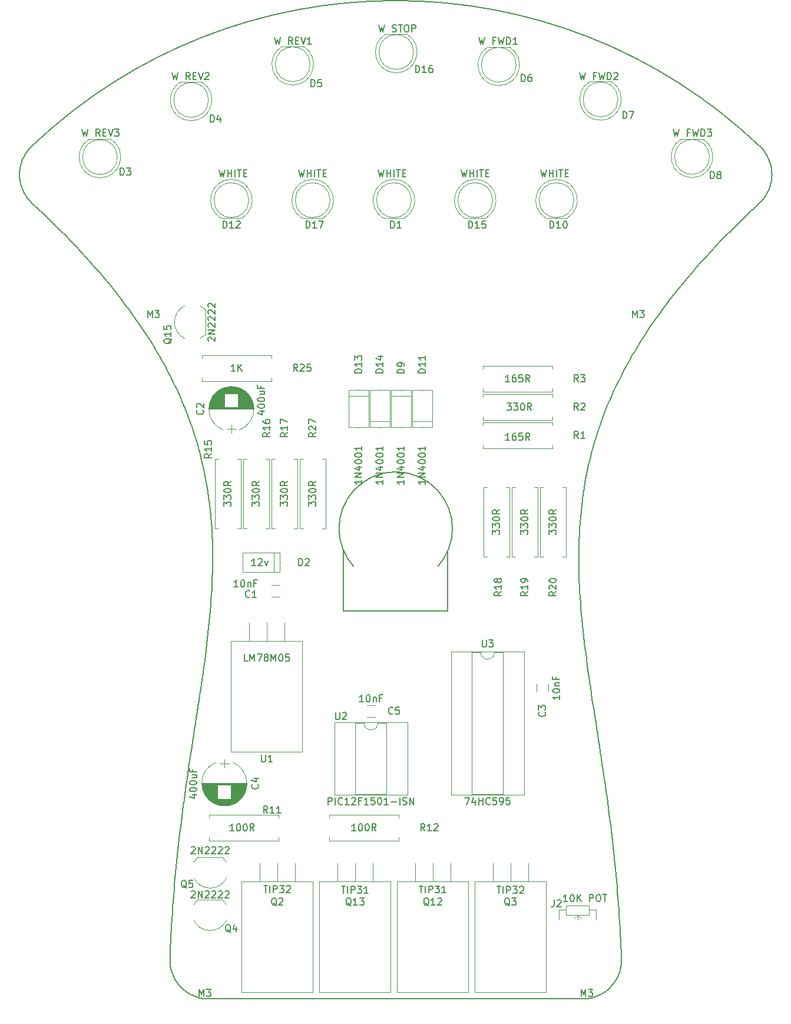
<source format=gbr>
G04 #@! TF.GenerationSoftware,KiCad,Pcbnew,(5.1.6)-1*
G04 #@! TF.CreationDate,2020-08-11T13:40:37+01:00*
G04 #@! TF.ProjectId,controller,636f6e74-726f-46c6-9c65-722e6b696361,rev?*
G04 #@! TF.SameCoordinates,Original*
G04 #@! TF.FileFunction,Legend,Top*
G04 #@! TF.FilePolarity,Positive*
%FSLAX46Y46*%
G04 Gerber Fmt 4.6, Leading zero omitted, Abs format (unit mm)*
G04 Created by KiCad (PCBNEW (5.1.6)-1) date 2020-08-11 13:40:37*
%MOMM*%
%LPD*%
G01*
G04 APERTURE LIST*
G04 #@! TA.AperFunction,Profile*
%ADD10C,0.200000*%
G04 #@! TD*
%ADD11C,0.200000*%
%ADD12C,0.120000*%
%ADD13C,0.150000*%
G04 APERTURE END LIST*
D10*
X145686549Y-63057868D02*
X145720763Y-62831959D01*
X145720763Y-62831959D02*
X145745701Y-62604626D01*
X145745701Y-62604626D02*
X145761358Y-62376319D01*
X145761358Y-62376319D02*
X145767730Y-62147490D01*
X145767730Y-62147490D02*
X145764815Y-61918591D01*
X145764815Y-61918591D02*
X145752610Y-61690074D01*
X145752610Y-61690074D02*
X145731109Y-61462390D01*
X145731109Y-61462390D02*
X145700312Y-61235991D01*
X62255540Y-145188824D02*
X62142623Y-145934420D01*
X62142623Y-145934420D02*
X62030322Y-146682999D01*
X62030322Y-146682999D02*
X61918730Y-147434623D01*
X61918730Y-147434623D02*
X61807944Y-148189359D01*
X61807944Y-148189359D02*
X61698058Y-148947271D01*
X61698058Y-148947271D02*
X61589167Y-149708424D01*
X61589167Y-149708424D02*
X61481368Y-150472882D01*
X61481368Y-150472882D02*
X61374755Y-151240711D01*
X61374755Y-151240711D02*
X61269423Y-152011975D01*
X61269423Y-152011975D02*
X61165468Y-152786739D01*
X61165468Y-152786739D02*
X61062985Y-153565068D01*
X61062985Y-153565068D02*
X60962069Y-154347027D01*
X60962069Y-154347027D02*
X60862816Y-155132681D01*
X60862816Y-155132681D02*
X60765320Y-155922094D01*
X60765320Y-155922094D02*
X60669677Y-156715331D01*
X60669677Y-156715331D02*
X60575983Y-157512457D01*
X60575983Y-157512457D02*
X60484331Y-158313537D01*
X60484331Y-158313537D02*
X60394819Y-159118636D01*
X60394819Y-159118636D02*
X60307540Y-159927818D01*
X60307540Y-159927818D02*
X60222591Y-160741148D01*
X60222591Y-160741148D02*
X60140066Y-161558692D01*
X60140066Y-161558692D02*
X60060060Y-162380514D01*
X60060060Y-162380514D02*
X59982670Y-163206678D01*
X59982670Y-163206678D02*
X59907989Y-164037251D01*
X59907989Y-164037251D02*
X59836115Y-164872295D01*
X59836115Y-164872295D02*
X59767140Y-165711877D01*
X59767140Y-165711877D02*
X59701162Y-166556061D01*
X59701162Y-166556061D02*
X59638275Y-167404912D01*
X59638275Y-167404912D02*
X59578574Y-168258494D01*
X59578574Y-168258494D02*
X59522155Y-169116873D01*
X59522155Y-169116873D02*
X59469113Y-169980114D01*
X59469113Y-169980114D02*
X59419543Y-170848281D01*
X39356251Y-58051339D02*
G75*
G02*
X144031637Y-58051339I52337693J-54916904D01*
G01*
X59463003Y-176542790D02*
X59530561Y-176757145D01*
X59530561Y-176757145D02*
X59606786Y-176968792D01*
X59606786Y-176968792D02*
X59691491Y-177177341D01*
X59691491Y-177177341D02*
X59784492Y-177382404D01*
X59784492Y-177382404D02*
X59885601Y-177583593D01*
X59885601Y-177583593D02*
X59994634Y-177780519D01*
X59994634Y-177780519D02*
X60111406Y-177972794D01*
X60111406Y-177972794D02*
X60235731Y-178160030D01*
D11*
X85634242Y-107518244D02*
G75*
G02*
X97753646Y-107518244I6059702J-5449999D01*
G01*
D10*
X59419543Y-170848281D02*
X59406402Y-171090143D01*
X59406402Y-171090143D02*
X59393521Y-171332387D01*
X59393521Y-171332387D02*
X59380898Y-171575013D01*
X59380898Y-171575013D02*
X59368535Y-171818022D01*
X59368535Y-171818022D02*
X59356434Y-172061415D01*
X59356434Y-172061415D02*
X59344594Y-172305191D01*
X59344594Y-172305191D02*
X59333017Y-172549353D01*
X59333017Y-172549353D02*
X59321704Y-172793901D01*
X59321704Y-172793901D02*
X59310656Y-173038836D01*
X59310656Y-173038836D02*
X59299873Y-173284158D01*
X59299873Y-173284158D02*
X59289356Y-173529867D01*
X59289356Y-173529867D02*
X59279107Y-173775966D01*
X59279107Y-173775966D02*
X59269127Y-174022454D01*
X59269127Y-174022454D02*
X59259416Y-174269333D01*
X59259416Y-174269333D02*
X59249974Y-174516603D01*
X59249974Y-174516603D02*
X59240805Y-174764265D01*
D11*
X99193944Y-116157678D02*
X99193943Y-124818243D01*
D10*
X123924885Y-176542790D02*
X123983687Y-176325871D01*
X123983687Y-176325871D02*
X124033731Y-176106560D01*
X124033731Y-176106560D02*
X124074964Y-175885282D01*
X124074964Y-175885282D02*
X124107331Y-175662462D01*
X124107331Y-175662462D02*
X124130780Y-175438525D01*
X124130780Y-175438525D02*
X124145257Y-175213896D01*
X124145257Y-175213896D02*
X124150709Y-174989001D01*
X124150709Y-174989001D02*
X124147083Y-174764265D01*
X39417939Y-66216946D02*
X40264668Y-67006040D01*
X40264668Y-67006040D02*
X41094945Y-67792281D01*
X41094945Y-67792281D02*
X41908874Y-68575709D01*
X41908874Y-68575709D02*
X42706561Y-69356363D01*
X42706561Y-69356363D02*
X43488112Y-70134280D01*
X43488112Y-70134280D02*
X44253633Y-70909501D01*
X44253633Y-70909501D02*
X45003229Y-71682063D01*
X45003229Y-71682063D02*
X45737007Y-72452007D01*
X45737007Y-72452007D02*
X46455072Y-73219371D01*
X46455072Y-73219371D02*
X47157531Y-73984193D01*
X47157531Y-73984193D02*
X47844487Y-74746513D01*
X47844487Y-74746513D02*
X48516049Y-75506371D01*
X48516049Y-75506371D02*
X49172321Y-76263803D01*
X49172321Y-76263803D02*
X49813409Y-77018851D01*
X49813409Y-77018851D02*
X50439420Y-77771552D01*
X50439420Y-77771552D02*
X51050458Y-78521946D01*
X51050458Y-78521946D02*
X51646630Y-79270071D01*
X51646630Y-79270071D02*
X52228041Y-80015966D01*
X52228041Y-80015966D02*
X52794798Y-80759671D01*
X52794798Y-80759671D02*
X53347006Y-81501224D01*
X53347006Y-81501224D02*
X53884771Y-82240664D01*
X53884771Y-82240664D02*
X54408198Y-82978030D01*
X54408198Y-82978030D02*
X54917394Y-83713362D01*
X54917394Y-83713362D02*
X55412464Y-84446698D01*
X55412464Y-84446698D02*
X55893515Y-85178076D01*
X55893515Y-85178076D02*
X56360651Y-85907536D01*
X56360651Y-85907536D02*
X56813979Y-86635118D01*
X56813979Y-86635118D02*
X57253605Y-87360859D01*
X57253605Y-87360859D02*
X57679634Y-88084798D01*
X57679634Y-88084798D02*
X58092172Y-88806976D01*
X58092172Y-88806976D02*
X58491326Y-89527430D01*
X58491326Y-89527430D02*
X58877200Y-90246200D01*
X121908070Y-179450288D02*
X122085182Y-179311923D01*
X122085182Y-179311923D02*
X122256719Y-179166392D01*
X122256719Y-179166392D02*
X122422382Y-179014003D01*
X122422382Y-179014003D02*
X122581874Y-178855067D01*
X122581874Y-178855067D02*
X122734896Y-178689892D01*
X122734896Y-178689892D02*
X122881149Y-178518788D01*
X122881149Y-178518788D02*
X123020335Y-178342064D01*
X123020335Y-178342064D02*
X123152157Y-178160030D01*
X118550799Y-180568242D02*
X118775518Y-180563680D01*
X118775518Y-180563680D02*
X119000066Y-180550040D01*
X119000066Y-180550040D02*
X119224018Y-180527390D01*
X119224018Y-180527390D02*
X119446952Y-180495800D01*
X119446952Y-180495800D02*
X119668445Y-180455338D01*
X119668445Y-180455338D02*
X119888074Y-180406074D01*
X119888074Y-180406074D02*
X120105417Y-180348074D01*
X120105417Y-180348074D02*
X120320050Y-180281410D01*
X61479818Y-179450288D02*
X61662400Y-179581349D01*
X61662400Y-179581349D02*
X61850294Y-179705047D01*
X61850294Y-179705047D02*
X62043118Y-179821181D01*
X62043118Y-179821181D02*
X62240490Y-179929551D01*
X62240490Y-179929551D02*
X62442030Y-180029959D01*
X62442030Y-180029959D02*
X62647355Y-180122204D01*
X62647355Y-180122204D02*
X62856085Y-180206088D01*
X62856085Y-180206088D02*
X63067838Y-180281410D01*
X65354190Y-119223991D02*
X65329556Y-120019837D01*
X65329556Y-120019837D02*
X65297695Y-120815483D01*
X65297695Y-120815483D02*
X65258866Y-121611048D01*
X65258866Y-121611048D02*
X65213323Y-122406652D01*
X65213323Y-122406652D02*
X65161325Y-123202416D01*
X65161325Y-123202416D02*
X65103128Y-123998461D01*
X65103128Y-123998461D02*
X65038989Y-124794906D01*
X65038989Y-124794906D02*
X64969164Y-125591874D01*
X64969164Y-125591874D02*
X64893911Y-126389483D01*
X64893911Y-126389483D02*
X64813486Y-127187855D01*
X64813486Y-127187855D02*
X64728146Y-127987109D01*
X64728146Y-127987109D02*
X64638148Y-128787368D01*
X64638148Y-128787368D02*
X64543750Y-129588750D01*
X64543750Y-129588750D02*
X64445206Y-130391377D01*
X64445206Y-130391377D02*
X64342776Y-131195368D01*
X64342776Y-131195368D02*
X64236715Y-132000846D01*
X64236715Y-132000846D02*
X64127279Y-132807929D01*
X64127279Y-132807929D02*
X64014727Y-133616738D01*
X64014727Y-133616738D02*
X63899315Y-134427395D01*
X63899315Y-134427395D02*
X63781299Y-135240018D01*
X63781299Y-135240018D02*
X63660937Y-136054730D01*
X63660937Y-136054730D02*
X63538485Y-136871650D01*
X63538485Y-136871650D02*
X63414201Y-137690900D01*
X63414201Y-137690900D02*
X63288340Y-138512598D01*
X63288340Y-138512598D02*
X63161160Y-139336867D01*
X63161160Y-139336867D02*
X63032918Y-140163825D01*
X63032918Y-140163825D02*
X62903871Y-140993595D01*
X62903871Y-140993595D02*
X62774274Y-141826296D01*
X62774274Y-141826296D02*
X62644386Y-142662049D01*
X62644386Y-142662049D02*
X62514463Y-143500974D01*
X62514463Y-143500974D02*
X62384762Y-144343192D01*
X62384762Y-144343192D02*
X62255540Y-145188824D01*
D11*
X97753646Y-107518244D02*
G75*
G02*
X97753646Y-118418242I-6059702J-5449999D01*
G01*
D10*
X122138302Y-95298900D02*
X122437237Y-94586586D01*
X122437237Y-94586586D02*
X122748557Y-93872817D01*
X122748557Y-93872817D02*
X123072389Y-93157555D01*
X123072389Y-93157555D02*
X123408857Y-92440760D01*
X123408857Y-92440760D02*
X123758089Y-91722391D01*
X123758089Y-91722391D02*
X124120210Y-91002411D01*
X124120210Y-91002411D02*
X124495346Y-90280778D01*
X124495346Y-90280778D02*
X124883623Y-89557455D01*
X124883623Y-89557455D02*
X125285168Y-88832400D01*
X125285168Y-88832400D02*
X125700106Y-88105575D01*
X125700106Y-88105575D02*
X126128564Y-87376940D01*
X126128564Y-87376940D02*
X126570668Y-86646456D01*
X126570668Y-86646456D02*
X127026543Y-85914083D01*
X127026543Y-85914083D02*
X127496316Y-85179782D01*
X127496316Y-85179782D02*
X127980112Y-84443512D01*
X127980112Y-84443512D02*
X128478059Y-83705235D01*
X128478059Y-83705235D02*
X128990281Y-82964912D01*
X128990281Y-82964912D02*
X129516906Y-82222502D01*
X129516906Y-82222502D02*
X130058058Y-81477966D01*
X130058058Y-81477966D02*
X130613865Y-80731264D01*
X130613865Y-80731264D02*
X131184451Y-79982358D01*
X131184451Y-79982358D02*
X131769944Y-79231207D01*
X131769944Y-79231207D02*
X132370470Y-78477772D01*
X132370470Y-78477772D02*
X132986153Y-77722014D01*
X132986153Y-77722014D02*
X133617121Y-76963893D01*
X133617121Y-76963893D02*
X134263499Y-76203369D01*
X134263499Y-76203369D02*
X134925414Y-75440404D01*
X134925414Y-75440404D02*
X135602992Y-74674957D01*
X135602992Y-74674957D02*
X136296358Y-73906989D01*
X136296358Y-73906989D02*
X137005639Y-73136460D01*
X137005639Y-73136460D02*
X137730961Y-72363332D01*
X137730961Y-72363332D02*
X138472450Y-71587564D01*
X120320050Y-180281410D02*
X120531802Y-180206088D01*
X120531802Y-180206088D02*
X120740532Y-180122204D01*
X120740532Y-180122204D02*
X120945857Y-180029959D01*
X120945857Y-180029959D02*
X121147397Y-179929551D01*
X121147397Y-179929551D02*
X121344769Y-179821181D01*
X121344769Y-179821181D02*
X121537593Y-179705047D01*
X121537593Y-179705047D02*
X121725487Y-179581349D01*
X121725487Y-179581349D02*
X121908070Y-179450288D01*
X118155210Y-122056872D02*
X118110681Y-121235843D01*
X118110681Y-121235843D02*
X118073652Y-120414529D01*
X118073652Y-120414529D02*
X118044463Y-119592862D01*
X118044463Y-119592862D02*
X118023454Y-118770772D01*
X118023454Y-118770772D02*
X118010966Y-117948190D01*
X118010966Y-117948190D02*
X118007338Y-117125045D01*
X118007338Y-117125045D02*
X118012911Y-116301270D01*
X118012911Y-116301270D02*
X118028026Y-115476794D01*
X118028026Y-115476794D02*
X118053024Y-114651548D01*
X118053024Y-114651548D02*
X118088243Y-113825463D01*
X118088243Y-113825463D02*
X118134026Y-112998469D01*
X118134026Y-112998469D02*
X118190711Y-112170498D01*
X118190711Y-112170498D02*
X118258640Y-111341479D01*
X118258640Y-111341479D02*
X118338154Y-110511343D01*
X118338154Y-110511343D02*
X118429591Y-109680022D01*
X118429591Y-109680022D02*
X118533294Y-108847445D01*
X118533294Y-108847445D02*
X118649601Y-108013544D01*
X118649601Y-108013544D02*
X118778854Y-107178248D01*
X118778854Y-107178248D02*
X118921393Y-106341489D01*
X118921393Y-106341489D02*
X119077559Y-105503198D01*
X119077559Y-105503198D02*
X119247691Y-104663304D01*
X119247691Y-104663304D02*
X119432130Y-103821739D01*
X119432130Y-103821739D02*
X119631217Y-102978433D01*
X119631217Y-102978433D02*
X119845292Y-102133317D01*
X119845292Y-102133317D02*
X120074695Y-101286321D01*
X120074695Y-101286321D02*
X120319767Y-100437376D01*
X120319767Y-100437376D02*
X120580847Y-99586414D01*
X120580847Y-99586414D02*
X120858278Y-98733363D01*
X120858278Y-98733363D02*
X121152398Y-97878156D01*
X121152398Y-97878156D02*
X121463548Y-97020723D01*
X121463548Y-97020723D02*
X121792069Y-96160994D01*
X121792069Y-96160994D02*
X122138302Y-95298900D01*
X37701339Y-63057868D02*
X37744850Y-63282172D01*
X37744850Y-63282172D02*
X37797579Y-63504710D01*
X37797579Y-63504710D02*
X37859378Y-63725054D01*
X37859378Y-63725054D02*
X37930099Y-63942778D01*
X37930099Y-63942778D02*
X38009593Y-64157454D01*
X38009593Y-64157454D02*
X38097711Y-64368654D01*
X38097711Y-64368654D02*
X38194305Y-64575952D01*
X38194305Y-64575952D02*
X38299226Y-64778921D01*
X121633344Y-148544940D02*
X121505377Y-147674690D01*
X121505377Y-147674690D02*
X121376138Y-146808436D01*
X121376138Y-146808436D02*
X121245879Y-145946053D01*
X121245879Y-145946053D02*
X121114852Y-145087416D01*
X121114852Y-145087416D02*
X120983307Y-144232398D01*
X120983307Y-144232398D02*
X120851497Y-143380875D01*
X120851497Y-143380875D02*
X120719672Y-142532721D01*
X120719672Y-142532721D02*
X120588085Y-141687811D01*
X120588085Y-141687811D02*
X120456988Y-140846018D01*
X120456988Y-140846018D02*
X120326630Y-140007218D01*
X120326630Y-140007218D02*
X120197265Y-139171286D01*
X120197265Y-139171286D02*
X120069143Y-138338095D01*
X120069143Y-138338095D02*
X119942516Y-137507520D01*
X119942516Y-137507520D02*
X119817636Y-136679437D01*
X119817636Y-136679437D02*
X119694754Y-135853719D01*
X119694754Y-135853719D02*
X119574122Y-135030241D01*
X119574122Y-135030241D02*
X119455991Y-134208877D01*
X119455991Y-134208877D02*
X119340613Y-133389503D01*
X119340613Y-133389503D02*
X119228239Y-132571992D01*
X119228239Y-132571992D02*
X119119121Y-131756219D01*
X119119121Y-131756219D02*
X119013510Y-130942060D01*
X119013510Y-130942060D02*
X118911658Y-130129387D01*
X118911658Y-130129387D02*
X118813816Y-129318077D01*
X118813816Y-129318077D02*
X118720236Y-128508003D01*
X118720236Y-128508003D02*
X118631170Y-127699040D01*
X118631170Y-127699040D02*
X118546868Y-126891063D01*
X118546868Y-126891063D02*
X118467583Y-126083946D01*
X118467583Y-126083946D02*
X118393566Y-125277563D01*
X118393566Y-125277563D02*
X118325069Y-124471790D01*
X118325069Y-124471790D02*
X118262343Y-123666501D01*
X118262343Y-123666501D02*
X118205639Y-122861570D01*
X118205639Y-122861570D02*
X118155210Y-122056872D01*
X59240805Y-174764265D02*
X59237178Y-174989001D01*
X59237178Y-174989001D02*
X59242630Y-175213896D01*
X59242630Y-175213896D02*
X59257107Y-175438525D01*
X59257107Y-175438525D02*
X59280556Y-175662462D01*
X59280556Y-175662462D02*
X59312923Y-175885282D01*
X59312923Y-175885282D02*
X59354156Y-176106560D01*
X59354156Y-176106560D02*
X59404200Y-176325871D01*
X59404200Y-176325871D02*
X59463003Y-176542790D01*
X39356251Y-58051339D02*
X39194128Y-58212362D01*
X39194128Y-58212362D02*
X39038611Y-58380054D01*
X39038611Y-58380054D02*
X38889970Y-58554055D01*
X38889970Y-58554055D02*
X38748477Y-58734004D01*
X38748477Y-58734004D02*
X38614401Y-58919543D01*
X38614401Y-58919543D02*
X38488014Y-59110312D01*
X38488014Y-59110312D02*
X38369587Y-59305951D01*
X38369587Y-59305951D02*
X38259391Y-59506101D01*
D11*
X84193944Y-124818243D02*
X84193944Y-116157678D01*
D10*
X138472450Y-71587564D02*
X138632794Y-71421659D01*
X138632794Y-71421659D02*
X138793871Y-71255632D01*
X138793871Y-71255632D02*
X138955681Y-71089485D01*
X138955681Y-71089485D02*
X139118226Y-70923215D01*
X139118226Y-70923215D02*
X139281505Y-70756822D01*
X139281505Y-70756822D02*
X139445519Y-70590308D01*
X139445519Y-70590308D02*
X139610269Y-70423670D01*
X139610269Y-70423670D02*
X139775755Y-70256909D01*
X139775755Y-70256909D02*
X139941979Y-70090025D01*
X139941979Y-70090025D02*
X140108940Y-69923017D01*
X140108940Y-69923017D02*
X140276639Y-69755885D01*
X140276639Y-69755885D02*
X140445077Y-69588629D01*
X140445077Y-69588629D02*
X140614255Y-69421248D01*
X140614255Y-69421248D02*
X140784173Y-69253742D01*
X140784173Y-69253742D02*
X140954831Y-69086111D01*
X140954831Y-69086111D02*
X141126231Y-68918355D01*
X141126231Y-68918355D02*
X141298373Y-68750472D01*
X141298373Y-68750472D02*
X141471258Y-68582464D01*
X141471258Y-68582464D02*
X141644885Y-68414329D01*
X141644885Y-68414329D02*
X141819256Y-68246068D01*
X141819256Y-68246068D02*
X141994372Y-68077680D01*
X141994372Y-68077680D02*
X142170233Y-67909164D01*
X142170233Y-67909164D02*
X142346839Y-67740521D01*
X142346839Y-67740521D02*
X142524191Y-67571750D01*
X142524191Y-67571750D02*
X142702291Y-67402851D01*
X142702291Y-67402851D02*
X142881137Y-67233823D01*
X142881137Y-67233823D02*
X143060732Y-67064667D01*
X143060732Y-67064667D02*
X143241076Y-66895382D01*
X143241076Y-66895382D02*
X143422168Y-66725968D01*
X143422168Y-66725968D02*
X143604011Y-66556424D01*
X143604011Y-66556424D02*
X143786604Y-66386750D01*
X143786604Y-66386750D02*
X143969949Y-66216946D01*
X38299226Y-64778921D02*
X38412433Y-64977383D01*
X38412433Y-64977383D02*
X38533802Y-65171210D01*
X38533802Y-65171210D02*
X38663057Y-65360048D01*
X38663057Y-65360048D02*
X38799920Y-65543540D01*
X38799920Y-65543540D02*
X38944116Y-65721331D01*
X38944116Y-65721331D02*
X39095369Y-65893066D01*
X39095369Y-65893066D02*
X39253402Y-66058390D01*
X39253402Y-66058390D02*
X39417939Y-66216946D01*
X123152157Y-178160030D02*
X123276481Y-177972794D01*
X123276481Y-177972794D02*
X123393253Y-177780519D01*
X123393253Y-177780519D02*
X123502286Y-177583593D01*
X123502286Y-177583593D02*
X123603396Y-177382404D01*
X123603396Y-177382404D02*
X123696396Y-177177341D01*
X123696396Y-177177341D02*
X123781101Y-176968792D01*
X123781101Y-176968792D02*
X123857326Y-176757145D01*
X123857326Y-176757145D02*
X123924885Y-176542790D01*
D11*
X85634241Y-118418243D02*
G75*
G02*
X83543944Y-112968243I6059703J5450000D01*
G01*
X83543945Y-112968243D02*
G75*
G02*
X85634242Y-107518244I8149999J0D01*
G01*
D10*
X145700312Y-61235991D02*
X145660194Y-61011054D01*
X145660194Y-61011054D02*
X145610833Y-60787745D01*
X145610833Y-60787745D02*
X145552370Y-60566492D01*
X145552370Y-60566492D02*
X145484947Y-60347725D01*
X145484947Y-60347725D02*
X145408706Y-60131872D01*
X145408706Y-60131872D02*
X145323789Y-59919365D01*
X145323789Y-59919365D02*
X145230339Y-59710631D01*
X145230339Y-59710631D02*
X145128497Y-59506101D01*
X143969949Y-66216946D02*
X144134485Y-66058390D01*
X144134485Y-66058390D02*
X144292518Y-65893066D01*
X144292518Y-65893066D02*
X144443771Y-65721331D01*
X144443771Y-65721331D02*
X144587967Y-65543540D01*
X144587967Y-65543540D02*
X144724830Y-65360048D01*
X144724830Y-65360048D02*
X144854085Y-65171210D01*
X144854085Y-65171210D02*
X144975454Y-64977383D01*
X144975454Y-64977383D02*
X145088662Y-64778921D01*
X124147083Y-174764265D02*
X124112697Y-173874737D01*
X124112697Y-173874737D02*
X124074630Y-172990324D01*
X124074630Y-172990324D02*
X124032963Y-172110969D01*
X124032963Y-172110969D02*
X123987780Y-171236612D01*
X123987780Y-171236612D02*
X123939164Y-170367193D01*
X123939164Y-170367193D02*
X123887199Y-169502656D01*
X123887199Y-169502656D02*
X123831968Y-168642939D01*
X123831968Y-168642939D02*
X123773554Y-167787986D01*
X123773554Y-167787986D02*
X123712041Y-166937736D01*
X123712041Y-166937736D02*
X123647511Y-166092131D01*
X123647511Y-166092131D02*
X123580048Y-165251113D01*
X123580048Y-165251113D02*
X123509736Y-164414622D01*
X123509736Y-164414622D02*
X123436658Y-163582599D01*
X123436658Y-163582599D02*
X123360896Y-162754986D01*
X123360896Y-162754986D02*
X123282535Y-161931724D01*
X123282535Y-161931724D02*
X123201657Y-161112754D01*
X123201657Y-161112754D02*
X123118346Y-160298017D01*
X123118346Y-160298017D02*
X123032685Y-159487455D01*
X123032685Y-159487455D02*
X122944758Y-158681008D01*
X122944758Y-158681008D02*
X122854647Y-157878617D01*
X122854647Y-157878617D02*
X122762437Y-157080225D01*
X122762437Y-157080225D02*
X122668209Y-156285771D01*
X122668209Y-156285771D02*
X122572049Y-155495198D01*
X122572049Y-155495198D02*
X122474038Y-154708446D01*
X122474038Y-154708446D02*
X122374260Y-153925457D01*
X122374260Y-153925457D02*
X122272799Y-153146171D01*
X122272799Y-153146171D02*
X122169738Y-152370530D01*
X122169738Y-152370530D02*
X122065160Y-151598475D01*
X122065160Y-151598475D02*
X121959148Y-150829948D01*
X121959148Y-150829948D02*
X121851786Y-150064888D01*
X121851786Y-150064888D02*
X121743156Y-149303239D01*
X121743156Y-149303239D02*
X121633344Y-148544940D01*
X145128497Y-59506101D02*
X145018300Y-59305951D01*
X145018300Y-59305951D02*
X144899873Y-59110312D01*
X144899873Y-59110312D02*
X144773486Y-58919543D01*
X144773486Y-58919543D02*
X144639410Y-58734004D01*
X144639410Y-58734004D02*
X144497917Y-58554055D01*
X144497917Y-58554055D02*
X144349276Y-58380054D01*
X144349276Y-58380054D02*
X144193759Y-58212362D01*
X144193759Y-58212362D02*
X144031637Y-58051339D01*
D11*
X99193943Y-124818243D02*
X84193944Y-124818243D01*
D10*
X38259391Y-59506101D02*
X38157548Y-59710631D01*
X38157548Y-59710631D02*
X38064098Y-59919365D01*
X38064098Y-59919365D02*
X37979181Y-60131872D01*
X37979181Y-60131872D02*
X37902940Y-60347725D01*
X37902940Y-60347725D02*
X37835517Y-60566492D01*
X37835517Y-60566492D02*
X37777054Y-60787745D01*
X37777054Y-60787745D02*
X37727693Y-61011054D01*
X37727693Y-61011054D02*
X37687576Y-61235991D01*
X37687576Y-61235991D02*
X37656778Y-61462390D01*
X37656778Y-61462390D02*
X37635277Y-61690074D01*
X37635277Y-61690074D02*
X37623072Y-61918591D01*
X37623072Y-61918591D02*
X37620157Y-62147490D01*
X37620157Y-62147490D02*
X37626529Y-62376319D01*
X37626529Y-62376319D02*
X37642186Y-62604626D01*
X37642186Y-62604626D02*
X37667124Y-62831959D01*
X37667124Y-62831959D02*
X37701339Y-63057868D01*
X64837089Y-180568242D02*
X118550799Y-180568242D01*
X63067838Y-180281410D02*
X63282470Y-180348074D01*
X63282470Y-180348074D02*
X63499813Y-180406074D01*
X63499813Y-180406074D02*
X63719442Y-180455338D01*
X63719442Y-180455338D02*
X63940935Y-180495800D01*
X63940935Y-180495800D02*
X64163869Y-180527390D01*
X64163869Y-180527390D02*
X64387821Y-180550040D01*
X64387821Y-180550040D02*
X64612369Y-180563680D01*
X64612369Y-180563680D02*
X64837089Y-180568242D01*
X145088662Y-64778921D02*
X145193582Y-64575952D01*
X145193582Y-64575952D02*
X145290176Y-64368654D01*
X145290176Y-64368654D02*
X145378294Y-64157454D01*
X145378294Y-64157454D02*
X145457788Y-63942778D01*
X145457788Y-63942778D02*
X145528509Y-63725054D01*
X145528509Y-63725054D02*
X145590308Y-63504710D01*
X145590308Y-63504710D02*
X145643037Y-63282172D01*
X145643037Y-63282172D02*
X145686549Y-63057868D01*
X60235731Y-178160030D02*
X60367552Y-178342064D01*
X60367552Y-178342064D02*
X60506738Y-178518788D01*
X60506738Y-178518788D02*
X60652991Y-178689892D01*
X60652991Y-178689892D02*
X60806013Y-178855067D01*
X60806013Y-178855067D02*
X60965505Y-179014003D01*
X60965505Y-179014003D02*
X61131168Y-179166392D01*
X61131168Y-179166392D02*
X61302705Y-179311923D01*
X61302705Y-179311923D02*
X61479818Y-179450288D01*
X58877200Y-90246200D02*
X59363340Y-91186366D01*
X59363340Y-91186366D02*
X59827105Y-92123562D01*
X59827105Y-92123562D02*
X60268902Y-93057862D01*
X60268902Y-93057862D02*
X60689138Y-93989339D01*
X60689138Y-93989339D02*
X61088220Y-94918068D01*
X61088220Y-94918068D02*
X61466555Y-95844122D01*
X61466555Y-95844122D02*
X61824550Y-96767574D01*
X61824550Y-96767574D02*
X62162611Y-97688498D01*
X62162611Y-97688498D02*
X62481146Y-98606969D01*
X62481146Y-98606969D02*
X62780562Y-99523059D01*
X62780562Y-99523059D02*
X63061265Y-100436842D01*
X63061265Y-100436842D02*
X63323663Y-101348392D01*
X63323663Y-101348392D02*
X63568162Y-102257784D01*
X63568162Y-102257784D02*
X63795170Y-103165090D01*
X63795170Y-103165090D02*
X64005093Y-104070384D01*
X64005093Y-104070384D02*
X64198339Y-104973739D01*
X64198339Y-104973739D02*
X64375314Y-105875231D01*
X64375314Y-105875231D02*
X64536425Y-106774932D01*
X64536425Y-106774932D02*
X64682080Y-107672915D01*
X64682080Y-107672915D02*
X64812684Y-108569256D01*
X64812684Y-108569256D02*
X64928646Y-109464027D01*
X64928646Y-109464027D02*
X65030372Y-110357301D01*
X65030372Y-110357301D02*
X65118269Y-111249154D01*
X65118269Y-111249154D02*
X65192744Y-112139658D01*
X65192744Y-112139658D02*
X65254205Y-113028888D01*
X65254205Y-113028888D02*
X65303057Y-113916916D01*
X65303057Y-113916916D02*
X65339708Y-114803817D01*
X65339708Y-114803817D02*
X65364564Y-115689664D01*
X65364564Y-115689664D02*
X65378034Y-116574532D01*
X65378034Y-116574532D02*
X65380524Y-117458493D01*
X65380524Y-117458493D02*
X65372440Y-118341621D01*
X65372440Y-118341621D02*
X65354190Y-119223991D01*
D12*
X75029000Y-121059000D02*
X73855000Y-121059000D01*
X75029000Y-122781000D02*
X73855000Y-122781000D01*
X64872000Y-95778000D02*
X71272000Y-95778000D01*
X64872000Y-95738000D02*
X71272000Y-95738000D01*
X64872000Y-95698000D02*
X71272000Y-95698000D01*
X64874000Y-95658000D02*
X71270000Y-95658000D01*
X64875000Y-95618000D02*
X71269000Y-95618000D01*
X64878000Y-95578000D02*
X71266000Y-95578000D01*
X64880000Y-95538000D02*
X71264000Y-95538000D01*
X64884000Y-95498000D02*
X67092000Y-95498000D01*
X69052000Y-95498000D02*
X71260000Y-95498000D01*
X64887000Y-95458000D02*
X67092000Y-95458000D01*
X69052000Y-95458000D02*
X71257000Y-95458000D01*
X64892000Y-95418000D02*
X67092000Y-95418000D01*
X69052000Y-95418000D02*
X71252000Y-95418000D01*
X64896000Y-95378000D02*
X67092000Y-95378000D01*
X69052000Y-95378000D02*
X71248000Y-95378000D01*
X64902000Y-95338000D02*
X67092000Y-95338000D01*
X69052000Y-95338000D02*
X71242000Y-95338000D01*
X64907000Y-95298000D02*
X67092000Y-95298000D01*
X69052000Y-95298000D02*
X71237000Y-95298000D01*
X64914000Y-95258000D02*
X67092000Y-95258000D01*
X69052000Y-95258000D02*
X71230000Y-95258000D01*
X64920000Y-95218000D02*
X67092000Y-95218000D01*
X69052000Y-95218000D02*
X71224000Y-95218000D01*
X64928000Y-95178000D02*
X67092000Y-95178000D01*
X69052000Y-95178000D02*
X71216000Y-95178000D01*
X64935000Y-95138000D02*
X67092000Y-95138000D01*
X69052000Y-95138000D02*
X71209000Y-95138000D01*
X64944000Y-95098000D02*
X67092000Y-95098000D01*
X69052000Y-95098000D02*
X71200000Y-95098000D01*
X64953000Y-95057000D02*
X67092000Y-95057000D01*
X69052000Y-95057000D02*
X71191000Y-95057000D01*
X64962000Y-95017000D02*
X67092000Y-95017000D01*
X69052000Y-95017000D02*
X71182000Y-95017000D01*
X64972000Y-94977000D02*
X67092000Y-94977000D01*
X69052000Y-94977000D02*
X71172000Y-94977000D01*
X64982000Y-94937000D02*
X67092000Y-94937000D01*
X69052000Y-94937000D02*
X71162000Y-94937000D01*
X64993000Y-94897000D02*
X67092000Y-94897000D01*
X69052000Y-94897000D02*
X71151000Y-94897000D01*
X65005000Y-94857000D02*
X67092000Y-94857000D01*
X69052000Y-94857000D02*
X71139000Y-94857000D01*
X65017000Y-94817000D02*
X67092000Y-94817000D01*
X69052000Y-94817000D02*
X71127000Y-94817000D01*
X65030000Y-94777000D02*
X67092000Y-94777000D01*
X69052000Y-94777000D02*
X71114000Y-94777000D01*
X65043000Y-94737000D02*
X67092000Y-94737000D01*
X69052000Y-94737000D02*
X71101000Y-94737000D01*
X65057000Y-94697000D02*
X67092000Y-94697000D01*
X69052000Y-94697000D02*
X71087000Y-94697000D01*
X65071000Y-94657000D02*
X67092000Y-94657000D01*
X69052000Y-94657000D02*
X71073000Y-94657000D01*
X65086000Y-94617000D02*
X67092000Y-94617000D01*
X69052000Y-94617000D02*
X71058000Y-94617000D01*
X65102000Y-94577000D02*
X67092000Y-94577000D01*
X69052000Y-94577000D02*
X71042000Y-94577000D01*
X65118000Y-94537000D02*
X67092000Y-94537000D01*
X69052000Y-94537000D02*
X71026000Y-94537000D01*
X65135000Y-94497000D02*
X67092000Y-94497000D01*
X69052000Y-94497000D02*
X71009000Y-94497000D01*
X65153000Y-94457000D02*
X67092000Y-94457000D01*
X69052000Y-94457000D02*
X70991000Y-94457000D01*
X65171000Y-94417000D02*
X67092000Y-94417000D01*
X69052000Y-94417000D02*
X70973000Y-94417000D01*
X65190000Y-94377000D02*
X67092000Y-94377000D01*
X69052000Y-94377000D02*
X70954000Y-94377000D01*
X65209000Y-94337000D02*
X67092000Y-94337000D01*
X69052000Y-94337000D02*
X70935000Y-94337000D01*
X65229000Y-94297000D02*
X67092000Y-94297000D01*
X69052000Y-94297000D02*
X70915000Y-94297000D01*
X65250000Y-94257000D02*
X67092000Y-94257000D01*
X69052000Y-94257000D02*
X70894000Y-94257000D01*
X65272000Y-94217000D02*
X67092000Y-94217000D01*
X69052000Y-94217000D02*
X70872000Y-94217000D01*
X65294000Y-94177000D02*
X67092000Y-94177000D01*
X69052000Y-94177000D02*
X70850000Y-94177000D01*
X65317000Y-94137000D02*
X67092000Y-94137000D01*
X69052000Y-94137000D02*
X70827000Y-94137000D01*
X65341000Y-94097000D02*
X67092000Y-94097000D01*
X69052000Y-94097000D02*
X70803000Y-94097000D01*
X65366000Y-94057000D02*
X67092000Y-94057000D01*
X69052000Y-94057000D02*
X70778000Y-94057000D01*
X65391000Y-94017000D02*
X67092000Y-94017000D01*
X69052000Y-94017000D02*
X70753000Y-94017000D01*
X65418000Y-93977000D02*
X67092000Y-93977000D01*
X69052000Y-93977000D02*
X70726000Y-93977000D01*
X65445000Y-93937000D02*
X67092000Y-93937000D01*
X69052000Y-93937000D02*
X70699000Y-93937000D01*
X65473000Y-93897000D02*
X67092000Y-93897000D01*
X69052000Y-93897000D02*
X70671000Y-93897000D01*
X65502000Y-93857000D02*
X67092000Y-93857000D01*
X69052000Y-93857000D02*
X70642000Y-93857000D01*
X65532000Y-93817000D02*
X67092000Y-93817000D01*
X69052000Y-93817000D02*
X70612000Y-93817000D01*
X65562000Y-93777000D02*
X67092000Y-93777000D01*
X69052000Y-93777000D02*
X70582000Y-93777000D01*
X65594000Y-93737000D02*
X67092000Y-93737000D01*
X69052000Y-93737000D02*
X70550000Y-93737000D01*
X65627000Y-93697000D02*
X67092000Y-93697000D01*
X69052000Y-93697000D02*
X70517000Y-93697000D01*
X65661000Y-93657000D02*
X67092000Y-93657000D01*
X69052000Y-93657000D02*
X70483000Y-93657000D01*
X65697000Y-93617000D02*
X67092000Y-93617000D01*
X69052000Y-93617000D02*
X70447000Y-93617000D01*
X65733000Y-93577000D02*
X67092000Y-93577000D01*
X69052000Y-93577000D02*
X70411000Y-93577000D01*
X65771000Y-93537000D02*
X70373000Y-93537000D01*
X65810000Y-93497000D02*
X70334000Y-93497000D01*
X65850000Y-93457000D02*
X70294000Y-93457000D01*
X65892000Y-93417000D02*
X70252000Y-93417000D01*
X65935000Y-93377000D02*
X70209000Y-93377000D01*
X65980000Y-93337000D02*
X70164000Y-93337000D01*
X66027000Y-93297000D02*
X70117000Y-93297000D01*
X66075000Y-93257000D02*
X70069000Y-93257000D01*
X66126000Y-93217000D02*
X70018000Y-93217000D01*
X66178000Y-93177000D02*
X69966000Y-93177000D01*
X66233000Y-93137000D02*
X69911000Y-93137000D01*
X66291000Y-93097000D02*
X69853000Y-93097000D01*
X66351000Y-93057000D02*
X69793000Y-93057000D01*
X66414000Y-93017000D02*
X69730000Y-93017000D01*
X66481000Y-92977000D02*
X69663000Y-92977000D01*
X66552000Y-92937000D02*
X69592000Y-92937000D01*
X66627000Y-92897000D02*
X69517000Y-92897000D01*
X66708000Y-92857000D02*
X69436000Y-92857000D01*
X66794000Y-92817000D02*
X69350000Y-92817000D01*
X66888000Y-92777000D02*
X69256000Y-92777000D01*
X66991000Y-92737000D02*
X69153000Y-92737000D01*
X67106000Y-92697000D02*
X69038000Y-92697000D01*
X67238000Y-92657000D02*
X68906000Y-92657000D01*
X67396000Y-92617000D02*
X68748000Y-92617000D01*
X67604000Y-92577000D02*
X68540000Y-92577000D01*
X68072000Y-99228000D02*
X68072000Y-98028000D01*
X67422000Y-98628000D02*
X68722000Y-98628000D01*
X66892864Y-92760180D02*
G75*
G03*
X66892000Y-98795482I1179136J-3017820D01*
G01*
X69251136Y-92760180D02*
G75*
G02*
X69252000Y-98795482I-1179136J-3017820D01*
G01*
X69251136Y-92760180D02*
G75*
G03*
X66892000Y-92760518I-1179136J-3017820D01*
G01*
X113637000Y-135283000D02*
X113637000Y-136457000D01*
X111915000Y-135283000D02*
X111915000Y-136457000D01*
X67706000Y-146736000D02*
X66406000Y-146736000D01*
X67056000Y-146136000D02*
X67056000Y-147336000D01*
X67524000Y-152787000D02*
X66588000Y-152787000D01*
X67732000Y-152747000D02*
X66380000Y-152747000D01*
X67890000Y-152707000D02*
X66222000Y-152707000D01*
X68022000Y-152667000D02*
X66090000Y-152667000D01*
X68137000Y-152627000D02*
X65975000Y-152627000D01*
X68240000Y-152587000D02*
X65872000Y-152587000D01*
X68334000Y-152547000D02*
X65778000Y-152547000D01*
X68420000Y-152507000D02*
X65692000Y-152507000D01*
X68501000Y-152467000D02*
X65611000Y-152467000D01*
X68576000Y-152427000D02*
X65536000Y-152427000D01*
X68647000Y-152387000D02*
X65465000Y-152387000D01*
X68714000Y-152347000D02*
X65398000Y-152347000D01*
X68777000Y-152307000D02*
X65335000Y-152307000D01*
X68837000Y-152267000D02*
X65275000Y-152267000D01*
X68895000Y-152227000D02*
X65217000Y-152227000D01*
X68950000Y-152187000D02*
X65162000Y-152187000D01*
X69002000Y-152147000D02*
X65110000Y-152147000D01*
X69053000Y-152107000D02*
X65059000Y-152107000D01*
X69101000Y-152067000D02*
X65011000Y-152067000D01*
X69148000Y-152027000D02*
X64964000Y-152027000D01*
X69193000Y-151987000D02*
X64919000Y-151987000D01*
X69236000Y-151947000D02*
X64876000Y-151947000D01*
X69278000Y-151907000D02*
X64834000Y-151907000D01*
X69318000Y-151867000D02*
X64794000Y-151867000D01*
X69357000Y-151827000D02*
X64755000Y-151827000D01*
X66076000Y-151787000D02*
X64717000Y-151787000D01*
X69395000Y-151787000D02*
X68036000Y-151787000D01*
X66076000Y-151747000D02*
X64681000Y-151747000D01*
X69431000Y-151747000D02*
X68036000Y-151747000D01*
X66076000Y-151707000D02*
X64645000Y-151707000D01*
X69467000Y-151707000D02*
X68036000Y-151707000D01*
X66076000Y-151667000D02*
X64611000Y-151667000D01*
X69501000Y-151667000D02*
X68036000Y-151667000D01*
X66076000Y-151627000D02*
X64578000Y-151627000D01*
X69534000Y-151627000D02*
X68036000Y-151627000D01*
X66076000Y-151587000D02*
X64546000Y-151587000D01*
X69566000Y-151587000D02*
X68036000Y-151587000D01*
X66076000Y-151547000D02*
X64516000Y-151547000D01*
X69596000Y-151547000D02*
X68036000Y-151547000D01*
X66076000Y-151507000D02*
X64486000Y-151507000D01*
X69626000Y-151507000D02*
X68036000Y-151507000D01*
X66076000Y-151467000D02*
X64457000Y-151467000D01*
X69655000Y-151467000D02*
X68036000Y-151467000D01*
X66076000Y-151427000D02*
X64429000Y-151427000D01*
X69683000Y-151427000D02*
X68036000Y-151427000D01*
X66076000Y-151387000D02*
X64402000Y-151387000D01*
X69710000Y-151387000D02*
X68036000Y-151387000D01*
X66076000Y-151347000D02*
X64375000Y-151347000D01*
X69737000Y-151347000D02*
X68036000Y-151347000D01*
X66076000Y-151307000D02*
X64350000Y-151307000D01*
X69762000Y-151307000D02*
X68036000Y-151307000D01*
X66076000Y-151267000D02*
X64325000Y-151267000D01*
X69787000Y-151267000D02*
X68036000Y-151267000D01*
X66076000Y-151227000D02*
X64301000Y-151227000D01*
X69811000Y-151227000D02*
X68036000Y-151227000D01*
X66076000Y-151187000D02*
X64278000Y-151187000D01*
X69834000Y-151187000D02*
X68036000Y-151187000D01*
X66076000Y-151147000D02*
X64256000Y-151147000D01*
X69856000Y-151147000D02*
X68036000Y-151147000D01*
X66076000Y-151107000D02*
X64234000Y-151107000D01*
X69878000Y-151107000D02*
X68036000Y-151107000D01*
X66076000Y-151067000D02*
X64213000Y-151067000D01*
X69899000Y-151067000D02*
X68036000Y-151067000D01*
X66076000Y-151027000D02*
X64193000Y-151027000D01*
X69919000Y-151027000D02*
X68036000Y-151027000D01*
X66076000Y-150987000D02*
X64174000Y-150987000D01*
X69938000Y-150987000D02*
X68036000Y-150987000D01*
X66076000Y-150947000D02*
X64155000Y-150947000D01*
X69957000Y-150947000D02*
X68036000Y-150947000D01*
X66076000Y-150907000D02*
X64137000Y-150907000D01*
X69975000Y-150907000D02*
X68036000Y-150907000D01*
X66076000Y-150867000D02*
X64119000Y-150867000D01*
X69993000Y-150867000D02*
X68036000Y-150867000D01*
X66076000Y-150827000D02*
X64102000Y-150827000D01*
X70010000Y-150827000D02*
X68036000Y-150827000D01*
X66076000Y-150787000D02*
X64086000Y-150787000D01*
X70026000Y-150787000D02*
X68036000Y-150787000D01*
X66076000Y-150747000D02*
X64070000Y-150747000D01*
X70042000Y-150747000D02*
X68036000Y-150747000D01*
X66076000Y-150707000D02*
X64055000Y-150707000D01*
X70057000Y-150707000D02*
X68036000Y-150707000D01*
X66076000Y-150667000D02*
X64041000Y-150667000D01*
X70071000Y-150667000D02*
X68036000Y-150667000D01*
X66076000Y-150627000D02*
X64027000Y-150627000D01*
X70085000Y-150627000D02*
X68036000Y-150627000D01*
X66076000Y-150587000D02*
X64014000Y-150587000D01*
X70098000Y-150587000D02*
X68036000Y-150587000D01*
X66076000Y-150547000D02*
X64001000Y-150547000D01*
X70111000Y-150547000D02*
X68036000Y-150547000D01*
X66076000Y-150507000D02*
X63989000Y-150507000D01*
X70123000Y-150507000D02*
X68036000Y-150507000D01*
X66076000Y-150467000D02*
X63977000Y-150467000D01*
X70135000Y-150467000D02*
X68036000Y-150467000D01*
X66076000Y-150427000D02*
X63966000Y-150427000D01*
X70146000Y-150427000D02*
X68036000Y-150427000D01*
X66076000Y-150387000D02*
X63956000Y-150387000D01*
X70156000Y-150387000D02*
X68036000Y-150387000D01*
X66076000Y-150347000D02*
X63946000Y-150347000D01*
X70166000Y-150347000D02*
X68036000Y-150347000D01*
X66076000Y-150307000D02*
X63937000Y-150307000D01*
X70175000Y-150307000D02*
X68036000Y-150307000D01*
X66076000Y-150266000D02*
X63928000Y-150266000D01*
X70184000Y-150266000D02*
X68036000Y-150266000D01*
X66076000Y-150226000D02*
X63919000Y-150226000D01*
X70193000Y-150226000D02*
X68036000Y-150226000D01*
X66076000Y-150186000D02*
X63912000Y-150186000D01*
X70200000Y-150186000D02*
X68036000Y-150186000D01*
X66076000Y-150146000D02*
X63904000Y-150146000D01*
X70208000Y-150146000D02*
X68036000Y-150146000D01*
X66076000Y-150106000D02*
X63898000Y-150106000D01*
X70214000Y-150106000D02*
X68036000Y-150106000D01*
X66076000Y-150066000D02*
X63891000Y-150066000D01*
X70221000Y-150066000D02*
X68036000Y-150066000D01*
X66076000Y-150026000D02*
X63886000Y-150026000D01*
X70226000Y-150026000D02*
X68036000Y-150026000D01*
X66076000Y-149986000D02*
X63880000Y-149986000D01*
X70232000Y-149986000D02*
X68036000Y-149986000D01*
X66076000Y-149946000D02*
X63876000Y-149946000D01*
X70236000Y-149946000D02*
X68036000Y-149946000D01*
X66076000Y-149906000D02*
X63871000Y-149906000D01*
X70241000Y-149906000D02*
X68036000Y-149906000D01*
X66076000Y-149866000D02*
X63868000Y-149866000D01*
X70244000Y-149866000D02*
X68036000Y-149866000D01*
X70248000Y-149826000D02*
X63864000Y-149826000D01*
X70250000Y-149786000D02*
X63862000Y-149786000D01*
X70253000Y-149746000D02*
X63859000Y-149746000D01*
X70254000Y-149706000D02*
X63858000Y-149706000D01*
X70256000Y-149666000D02*
X63856000Y-149666000D01*
X70256000Y-149626000D02*
X63856000Y-149626000D01*
X70256000Y-149586000D02*
X63856000Y-149586000D01*
X65876864Y-152603820D02*
G75*
G03*
X68236000Y-152603482I1179136J3017820D01*
G01*
X65876864Y-152603820D02*
G75*
G02*
X65876000Y-146568518I1179136J3017820D01*
G01*
X68235136Y-152603820D02*
G75*
G03*
X68236000Y-146568518I-1179136J3017820D01*
G01*
X87531000Y-140053000D02*
X88705000Y-140053000D01*
X87531000Y-138331000D02*
X88705000Y-138331000D01*
X89895000Y-68346000D02*
X92985000Y-68346000D01*
X93940000Y-65786000D02*
G75*
G03*
X93940000Y-65786000I-2500000J0D01*
G01*
X91439538Y-62796000D02*
G75*
G02*
X92984830Y-68346000I462J-2990000D01*
G01*
X91440462Y-62796000D02*
G75*
G03*
X89895170Y-68346000I-462J-2990000D01*
G01*
X74210000Y-119266000D02*
X74210000Y-116446000D01*
X69660000Y-117856000D02*
X69730000Y-117856000D01*
X75120000Y-117856000D02*
X75050000Y-117856000D01*
X69730000Y-119266000D02*
X75050000Y-119266000D01*
X69730000Y-116446000D02*
X69730000Y-119266000D01*
X75050000Y-116446000D02*
X69730000Y-116446000D01*
X75050000Y-119266000D02*
X75050000Y-116446000D01*
X50719400Y-57028400D02*
X47629400Y-57028400D01*
X51674400Y-59588400D02*
G75*
G03*
X51674400Y-59588400I-2500000J0D01*
G01*
X49174862Y-62578400D02*
G75*
G02*
X47629570Y-57028400I-462J2990000D01*
G01*
X49173938Y-62578400D02*
G75*
G03*
X50719230Y-57028400I462J2990000D01*
G01*
X64780800Y-51384200D02*
G75*
G03*
X64780800Y-51384200I-2500000J0D01*
G01*
X63825800Y-48824200D02*
X60735800Y-48824200D01*
X62280338Y-54374200D02*
G75*
G03*
X63825630Y-48824200I462J2990000D01*
G01*
X62281262Y-54374200D02*
G75*
G02*
X60735970Y-48824200I-462J2990000D01*
G01*
X78430800Y-43693400D02*
X75340800Y-43693400D01*
X79385800Y-46253400D02*
G75*
G03*
X79385800Y-46253400I-2500000J0D01*
G01*
X76886262Y-49243400D02*
G75*
G02*
X75340970Y-43693400I-462J2990000D01*
G01*
X76885338Y-49243400D02*
G75*
G03*
X78430630Y-43693400I462J2990000D01*
G01*
X108047200Y-43769600D02*
X104957200Y-43769600D01*
X109002200Y-46329600D02*
G75*
G03*
X109002200Y-46329600I-2500000J0D01*
G01*
X106502662Y-49319600D02*
G75*
G02*
X104957370Y-43769600I-462J2990000D01*
G01*
X106501738Y-49319600D02*
G75*
G03*
X108047030Y-43769600I462J2990000D01*
G01*
X123632600Y-51308000D02*
G75*
G03*
X123632600Y-51308000I-2500000J0D01*
G01*
X122677600Y-48748000D02*
X119587600Y-48748000D01*
X121132138Y-54298000D02*
G75*
G03*
X122677430Y-48748000I462J2990000D01*
G01*
X121133062Y-54298000D02*
G75*
G02*
X119587770Y-48748000I-462J2990000D01*
G01*
X135834800Y-57003000D02*
X132744800Y-57003000D01*
X136789800Y-59563000D02*
G75*
G03*
X136789800Y-59563000I-2500000J0D01*
G01*
X134290262Y-62553000D02*
G75*
G02*
X132744970Y-57003000I-462J2990000D01*
G01*
X134289338Y-62553000D02*
G75*
G03*
X135834630Y-57003000I462J2990000D01*
G01*
X93866000Y-93938000D02*
X91046000Y-93938000D01*
X92456000Y-98488000D02*
X92456000Y-98418000D01*
X92456000Y-93028000D02*
X92456000Y-93098000D01*
X93866000Y-98418000D02*
X93866000Y-93098000D01*
X91046000Y-98418000D02*
X93866000Y-98418000D01*
X91046000Y-93098000D02*
X91046000Y-98418000D01*
X93866000Y-93098000D02*
X91046000Y-93098000D01*
X113263000Y-68346000D02*
X116353000Y-68346000D01*
X117308000Y-65786000D02*
G75*
G03*
X117308000Y-65786000I-2500000J0D01*
G01*
X114807538Y-62796000D02*
G75*
G02*
X116352830Y-68346000I462J-2990000D01*
G01*
X114808462Y-62796000D02*
G75*
G03*
X113263170Y-68346000I-462J-2990000D01*
G01*
X94094000Y-98418000D02*
X96914000Y-98418000D01*
X96914000Y-98418000D02*
X96914000Y-93098000D01*
X96914000Y-93098000D02*
X94094000Y-93098000D01*
X94094000Y-93098000D02*
X94094000Y-98418000D01*
X95504000Y-98488000D02*
X95504000Y-98418000D01*
X95504000Y-93028000D02*
X95504000Y-93098000D01*
X94094000Y-97578000D02*
X96914000Y-97578000D01*
X70572000Y-65786000D02*
G75*
G03*
X70572000Y-65786000I-2500000J0D01*
G01*
X66527000Y-68346000D02*
X69617000Y-68346000D01*
X68072462Y-62796000D02*
G75*
G03*
X66527170Y-68346000I-462J-2990000D01*
G01*
X68071538Y-62796000D02*
G75*
G02*
X69616830Y-68346000I462J-2990000D01*
G01*
X87770000Y-93938000D02*
X84950000Y-93938000D01*
X86360000Y-98488000D02*
X86360000Y-98418000D01*
X86360000Y-93028000D02*
X86360000Y-93098000D01*
X87770000Y-98418000D02*
X87770000Y-93098000D01*
X84950000Y-98418000D02*
X87770000Y-98418000D01*
X84950000Y-93098000D02*
X84950000Y-98418000D01*
X87770000Y-93098000D02*
X84950000Y-93098000D01*
X87998000Y-98418000D02*
X90818000Y-98418000D01*
X90818000Y-98418000D02*
X90818000Y-93098000D01*
X90818000Y-93098000D02*
X87998000Y-93098000D01*
X87998000Y-93098000D02*
X87998000Y-98418000D01*
X89408000Y-98488000D02*
X89408000Y-98418000D01*
X89408000Y-93028000D02*
X89408000Y-93098000D01*
X87998000Y-97578000D02*
X90818000Y-97578000D01*
X105624000Y-65786000D02*
G75*
G03*
X105624000Y-65786000I-2500000J0D01*
G01*
X101579000Y-68346000D02*
X104669000Y-68346000D01*
X103124462Y-62796000D02*
G75*
G03*
X101579170Y-68346000I-462J-2990000D01*
G01*
X103123538Y-62796000D02*
G75*
G02*
X104668830Y-68346000I462J-2990000D01*
G01*
X93315200Y-41940800D02*
X90225200Y-41940800D01*
X94270200Y-44500800D02*
G75*
G03*
X94270200Y-44500800I-2500000J0D01*
G01*
X91770662Y-47490800D02*
G75*
G02*
X90225370Y-41940800I-462J2990000D01*
G01*
X91769738Y-47490800D02*
G75*
G03*
X93315030Y-41940800I462J2990000D01*
G01*
X82256000Y-65786000D02*
G75*
G03*
X82256000Y-65786000I-2500000J0D01*
G01*
X78211000Y-68346000D02*
X81301000Y-68346000D01*
X79756462Y-62796000D02*
G75*
G03*
X78211170Y-68346000I-462J-2990000D01*
G01*
X79755538Y-62796000D02*
G75*
G02*
X81300830Y-68346000I462J-2990000D01*
G01*
X119506000Y-168528000D02*
X116206000Y-168528000D01*
X119506000Y-167128000D02*
X119506000Y-168528000D01*
X116206000Y-167128000D02*
X119506000Y-167128000D01*
X116206000Y-168528000D02*
X116206000Y-167128000D01*
X117856000Y-168528000D02*
X117346000Y-169038000D01*
X117856000Y-168528000D02*
X118366000Y-169038000D01*
X117856000Y-168528000D02*
X117856000Y-169168000D01*
X115186000Y-167768000D02*
X115186000Y-169168000D01*
X116206000Y-167768000D02*
X115186000Y-167768000D01*
X120526000Y-167768000D02*
X120526000Y-169168000D01*
X119506000Y-167768000D02*
X120526000Y-167768000D01*
X79796000Y-163710000D02*
X69556000Y-163710000D01*
X79796000Y-179600000D02*
X69556000Y-179600000D01*
X79796000Y-179600000D02*
X79796000Y-163710000D01*
X69556000Y-179600000D02*
X69556000Y-163710000D01*
X77216000Y-163710000D02*
X77216000Y-161070000D01*
X74676000Y-163710000D02*
X74676000Y-161086000D01*
X72136000Y-163710000D02*
X72136000Y-161086000D01*
X105664000Y-163710000D02*
X105664000Y-161086000D01*
X108204000Y-163710000D02*
X108204000Y-161086000D01*
X110744000Y-163710000D02*
X110744000Y-161070000D01*
X103084000Y-179600000D02*
X103084000Y-163710000D01*
X113324000Y-179600000D02*
X113324000Y-163710000D01*
X113324000Y-179600000D02*
X103084000Y-179600000D01*
X113324000Y-163710000D02*
X103084000Y-163710000D01*
X66824000Y-166298000D02*
X63224000Y-166298000D01*
X62699816Y-167025205D02*
G75*
G02*
X63224000Y-166298000I2324184J-1122795D01*
G01*
X62667600Y-169246807D02*
G75*
G03*
X65024000Y-170748000I2356400J1098807D01*
G01*
X67380400Y-169246807D02*
G75*
G02*
X65024000Y-170748000I-2356400J1098807D01*
G01*
X67348184Y-167025205D02*
G75*
G03*
X66824000Y-166298000I-2324184J-1122795D01*
G01*
X66824000Y-160202000D02*
X63224000Y-160202000D01*
X67348184Y-160929205D02*
G75*
G03*
X66824000Y-160202000I-2324184J-1122795D01*
G01*
X67380400Y-163150807D02*
G75*
G02*
X65024000Y-164652000I-2356400J1098807D01*
G01*
X62667600Y-163150807D02*
G75*
G03*
X65024000Y-164652000I2356400J1098807D01*
G01*
X62699816Y-160929205D02*
G75*
G02*
X63224000Y-160202000I2324184J-1122795D01*
G01*
X94488000Y-163710000D02*
X94488000Y-161086000D01*
X97028000Y-163710000D02*
X97028000Y-161086000D01*
X99568000Y-163710000D02*
X99568000Y-161070000D01*
X91908000Y-179600000D02*
X91908000Y-163710000D01*
X102148000Y-179600000D02*
X102148000Y-163710000D01*
X102148000Y-179600000D02*
X91908000Y-179600000D01*
X102148000Y-163710000D02*
X91908000Y-163710000D01*
X90972000Y-163710000D02*
X80732000Y-163710000D01*
X90972000Y-179600000D02*
X80732000Y-179600000D01*
X90972000Y-179600000D02*
X90972000Y-163710000D01*
X80732000Y-179600000D02*
X80732000Y-163710000D01*
X88392000Y-163710000D02*
X88392000Y-161070000D01*
X85852000Y-163710000D02*
X85852000Y-161086000D01*
X83312000Y-163710000D02*
X83312000Y-161086000D01*
X64334000Y-85112000D02*
X64334000Y-81512000D01*
X63606795Y-80987816D02*
G75*
G02*
X64334000Y-81512000I-1122795J-2324184D01*
G01*
X61385193Y-80955600D02*
G75*
G03*
X59884000Y-83312000I1098807J-2356400D01*
G01*
X61385193Y-85668400D02*
G75*
G02*
X59884000Y-83312000I1098807J2356400D01*
G01*
X63606795Y-85636184D02*
G75*
G03*
X64334000Y-85112000I-1122795J2324184D01*
G01*
X114230000Y-100948000D02*
X114230000Y-101428000D01*
X114230000Y-101428000D02*
X104210000Y-101428000D01*
X104210000Y-101428000D02*
X104210000Y-100948000D01*
X114230000Y-98188000D02*
X114230000Y-97708000D01*
X114230000Y-97708000D02*
X104210000Y-97708000D01*
X104210000Y-97708000D02*
X104210000Y-98188000D01*
X114230000Y-96884000D02*
X114230000Y-97364000D01*
X114230000Y-97364000D02*
X104210000Y-97364000D01*
X104210000Y-97364000D02*
X104210000Y-96884000D01*
X114230000Y-94124000D02*
X114230000Y-93644000D01*
X114230000Y-93644000D02*
X104210000Y-93644000D01*
X104210000Y-93644000D02*
X104210000Y-94124000D01*
X104210000Y-89580000D02*
X104210000Y-90060000D01*
X114230000Y-89580000D02*
X104210000Y-89580000D01*
X114230000Y-90060000D02*
X114230000Y-89580000D01*
X104210000Y-93300000D02*
X104210000Y-92820000D01*
X114230000Y-93300000D02*
X104210000Y-93300000D01*
X114230000Y-92820000D02*
X114230000Y-93300000D01*
X64840000Y-154096000D02*
X64840000Y-154576000D01*
X74860000Y-154096000D02*
X64840000Y-154096000D01*
X74860000Y-154576000D02*
X74860000Y-154096000D01*
X64840000Y-157816000D02*
X64840000Y-157336000D01*
X74860000Y-157816000D02*
X64840000Y-157816000D01*
X74860000Y-157336000D02*
X74860000Y-157816000D01*
X92132000Y-157336000D02*
X92132000Y-157816000D01*
X92132000Y-157816000D02*
X82112000Y-157816000D01*
X82112000Y-157816000D02*
X82112000Y-157336000D01*
X92132000Y-154576000D02*
X92132000Y-154096000D01*
X92132000Y-154096000D02*
X82112000Y-154096000D01*
X82112000Y-154096000D02*
X82112000Y-154576000D01*
X65704000Y-112960000D02*
X66184000Y-112960000D01*
X65704000Y-102940000D02*
X65704000Y-112960000D01*
X66184000Y-102940000D02*
X65704000Y-102940000D01*
X69424000Y-112960000D02*
X68944000Y-112960000D01*
X69424000Y-102940000D02*
X69424000Y-112960000D01*
X68944000Y-102940000D02*
X69424000Y-102940000D01*
X69768000Y-112960000D02*
X70248000Y-112960000D01*
X69768000Y-102940000D02*
X69768000Y-112960000D01*
X70248000Y-102940000D02*
X69768000Y-102940000D01*
X73488000Y-112960000D02*
X73008000Y-112960000D01*
X73488000Y-102940000D02*
X73488000Y-112960000D01*
X73008000Y-102940000D02*
X73488000Y-102940000D01*
X77072000Y-102940000D02*
X77552000Y-102940000D01*
X77552000Y-102940000D02*
X77552000Y-112960000D01*
X77552000Y-112960000D02*
X77072000Y-112960000D01*
X74312000Y-102940000D02*
X73832000Y-102940000D01*
X73832000Y-102940000D02*
X73832000Y-112960000D01*
X73832000Y-112960000D02*
X74312000Y-112960000D01*
X104312000Y-117024000D02*
X104792000Y-117024000D01*
X104312000Y-107004000D02*
X104312000Y-117024000D01*
X104792000Y-107004000D02*
X104312000Y-107004000D01*
X108032000Y-117024000D02*
X107552000Y-117024000D01*
X108032000Y-107004000D02*
X108032000Y-117024000D01*
X107552000Y-107004000D02*
X108032000Y-107004000D01*
X111616000Y-107004000D02*
X112096000Y-107004000D01*
X112096000Y-107004000D02*
X112096000Y-117024000D01*
X112096000Y-117024000D02*
X111616000Y-117024000D01*
X108856000Y-107004000D02*
X108376000Y-107004000D01*
X108376000Y-107004000D02*
X108376000Y-117024000D01*
X108376000Y-117024000D02*
X108856000Y-117024000D01*
X112440000Y-117024000D02*
X112920000Y-117024000D01*
X112440000Y-107004000D02*
X112440000Y-117024000D01*
X112920000Y-107004000D02*
X112440000Y-107004000D01*
X116160000Y-117024000D02*
X115680000Y-117024000D01*
X116160000Y-107004000D02*
X116160000Y-117024000D01*
X115680000Y-107004000D02*
X116160000Y-107004000D01*
X73844000Y-91776000D02*
X73844000Y-91296000D01*
X63824000Y-91776000D02*
X73844000Y-91776000D01*
X63824000Y-91296000D02*
X63824000Y-91776000D01*
X73844000Y-88056000D02*
X73844000Y-88536000D01*
X63824000Y-88056000D02*
X73844000Y-88056000D01*
X63824000Y-88536000D02*
X63824000Y-88056000D01*
X81136000Y-102940000D02*
X81616000Y-102940000D01*
X81616000Y-102940000D02*
X81616000Y-112960000D01*
X81616000Y-112960000D02*
X81136000Y-112960000D01*
X78376000Y-102940000D02*
X77896000Y-102940000D01*
X77896000Y-102940000D02*
X77896000Y-112960000D01*
X77896000Y-112960000D02*
X78376000Y-112960000D01*
X70612000Y-129166000D02*
X70612000Y-126542000D01*
X73152000Y-129166000D02*
X73152000Y-126542000D01*
X75692000Y-129166000D02*
X75692000Y-126526000D01*
X68032000Y-145056000D02*
X68032000Y-129166000D01*
X78272000Y-145056000D02*
X78272000Y-129166000D01*
X78272000Y-145056000D02*
X68032000Y-145056000D01*
X78272000Y-129166000D02*
X68032000Y-129166000D01*
X93388000Y-140850000D02*
X82888000Y-140850000D01*
X93388000Y-151250000D02*
X93388000Y-140850000D01*
X82888000Y-151250000D02*
X93388000Y-151250000D01*
X82888000Y-140850000D02*
X82888000Y-151250000D01*
X90388000Y-140910000D02*
X89138000Y-140910000D01*
X90388000Y-151190000D02*
X90388000Y-140910000D01*
X85888000Y-151190000D02*
X90388000Y-151190000D01*
X85888000Y-140910000D02*
X85888000Y-151190000D01*
X87138000Y-140910000D02*
X85888000Y-140910000D01*
X89138000Y-140910000D02*
G75*
G02*
X87138000Y-140910000I-1000000J0D01*
G01*
X110152000Y-130690000D02*
X99652000Y-130690000D01*
X110152000Y-151250000D02*
X110152000Y-130690000D01*
X99652000Y-151250000D02*
X110152000Y-151250000D01*
X99652000Y-130690000D02*
X99652000Y-151250000D01*
X107152000Y-130750000D02*
X105902000Y-130750000D01*
X107152000Y-151190000D02*
X107152000Y-130750000D01*
X102652000Y-151190000D02*
X107152000Y-151190000D01*
X102652000Y-130750000D02*
X102652000Y-151190000D01*
X103902000Y-130750000D02*
X102652000Y-130750000D01*
X105902000Y-130750000D02*
G75*
G02*
X103902000Y-130750000I-1000000J0D01*
G01*
D13*
X118341876Y-180217180D02*
X118341876Y-179217180D01*
X118675209Y-179931466D01*
X119008542Y-179217180D01*
X119008542Y-180217180D01*
X119389495Y-179217180D02*
X120008542Y-179217180D01*
X119675209Y-179598133D01*
X119818066Y-179598133D01*
X119913304Y-179645752D01*
X119960923Y-179693371D01*
X120008542Y-179788609D01*
X120008542Y-180026704D01*
X119960923Y-180121942D01*
X119913304Y-180169561D01*
X119818066Y-180217180D01*
X119532352Y-180217180D01*
X119437114Y-180169561D01*
X119389495Y-180121942D01*
X63427076Y-180217180D02*
X63427076Y-179217180D01*
X63760409Y-179931466D01*
X64093742Y-179217180D01*
X64093742Y-180217180D01*
X64474695Y-179217180D02*
X65093742Y-179217180D01*
X64760409Y-179598133D01*
X64903266Y-179598133D01*
X64998504Y-179645752D01*
X65046123Y-179693371D01*
X65093742Y-179788609D01*
X65093742Y-180026704D01*
X65046123Y-180121942D01*
X64998504Y-180169561D01*
X64903266Y-180217180D01*
X64617552Y-180217180D01*
X64522314Y-180169561D01*
X64474695Y-180121942D01*
X56035676Y-82630380D02*
X56035676Y-81630380D01*
X56369009Y-82344666D01*
X56702342Y-81630380D01*
X56702342Y-82630380D01*
X57083295Y-81630380D02*
X57702342Y-81630380D01*
X57369009Y-82011333D01*
X57511866Y-82011333D01*
X57607104Y-82058952D01*
X57654723Y-82106571D01*
X57702342Y-82201809D01*
X57702342Y-82439904D01*
X57654723Y-82535142D01*
X57607104Y-82582761D01*
X57511866Y-82630380D01*
X57226152Y-82630380D01*
X57130914Y-82582761D01*
X57083295Y-82535142D01*
X125733276Y-82630380D02*
X125733276Y-81630380D01*
X126066609Y-82344666D01*
X126399942Y-81630380D01*
X126399942Y-82630380D01*
X126780895Y-81630380D02*
X127399942Y-81630380D01*
X127066609Y-82011333D01*
X127209466Y-82011333D01*
X127304704Y-82058952D01*
X127352323Y-82106571D01*
X127399942Y-82201809D01*
X127399942Y-82439904D01*
X127352323Y-82535142D01*
X127304704Y-82582761D01*
X127209466Y-82630380D01*
X126923752Y-82630380D01*
X126828514Y-82582761D01*
X126780895Y-82535142D01*
X70699333Y-122785142D02*
X70651714Y-122832761D01*
X70508857Y-122880380D01*
X70413619Y-122880380D01*
X70270761Y-122832761D01*
X70175523Y-122737523D01*
X70127904Y-122642285D01*
X70080285Y-122451809D01*
X70080285Y-122308952D01*
X70127904Y-122118476D01*
X70175523Y-122023238D01*
X70270761Y-121928000D01*
X70413619Y-121880380D01*
X70508857Y-121880380D01*
X70651714Y-121928000D01*
X70699333Y-121975619D01*
X71651714Y-122880380D02*
X71080285Y-122880380D01*
X71366000Y-122880380D02*
X71366000Y-121880380D01*
X71270761Y-122023238D01*
X71175523Y-122118476D01*
X71080285Y-122166095D01*
X69032571Y-121356380D02*
X68461142Y-121356380D01*
X68746857Y-121356380D02*
X68746857Y-120356380D01*
X68651619Y-120499238D01*
X68556380Y-120594476D01*
X68461142Y-120642095D01*
X69651619Y-120356380D02*
X69746857Y-120356380D01*
X69842095Y-120404000D01*
X69889714Y-120451619D01*
X69937333Y-120546857D01*
X69984952Y-120737333D01*
X69984952Y-120975428D01*
X69937333Y-121165904D01*
X69889714Y-121261142D01*
X69842095Y-121308761D01*
X69746857Y-121356380D01*
X69651619Y-121356380D01*
X69556380Y-121308761D01*
X69508761Y-121261142D01*
X69461142Y-121165904D01*
X69413523Y-120975428D01*
X69413523Y-120737333D01*
X69461142Y-120546857D01*
X69508761Y-120451619D01*
X69556380Y-120404000D01*
X69651619Y-120356380D01*
X70413523Y-120689714D02*
X70413523Y-121356380D01*
X70413523Y-120784952D02*
X70461142Y-120737333D01*
X70556380Y-120689714D01*
X70699238Y-120689714D01*
X70794476Y-120737333D01*
X70842095Y-120832571D01*
X70842095Y-121356380D01*
X71651619Y-120832571D02*
X71318285Y-120832571D01*
X71318285Y-121356380D02*
X71318285Y-120356380D01*
X71794476Y-120356380D01*
X63969142Y-95944666D02*
X64016761Y-95992285D01*
X64064380Y-96135142D01*
X64064380Y-96230380D01*
X64016761Y-96373238D01*
X63921523Y-96468476D01*
X63826285Y-96516095D01*
X63635809Y-96563714D01*
X63492952Y-96563714D01*
X63302476Y-96516095D01*
X63207238Y-96468476D01*
X63112000Y-96373238D01*
X63064380Y-96230380D01*
X63064380Y-96135142D01*
X63112000Y-95992285D01*
X63159619Y-95944666D01*
X63159619Y-95563714D02*
X63112000Y-95516095D01*
X63064380Y-95420857D01*
X63064380Y-95182761D01*
X63112000Y-95087523D01*
X63159619Y-95039904D01*
X63254857Y-94992285D01*
X63350095Y-94992285D01*
X63492952Y-95039904D01*
X64064380Y-95611333D01*
X64064380Y-94992285D01*
X72175714Y-96130857D02*
X72842380Y-96130857D01*
X71794761Y-96368952D02*
X72509047Y-96607047D01*
X72509047Y-95988000D01*
X71842380Y-95416571D02*
X71842380Y-95321333D01*
X71890000Y-95226095D01*
X71937619Y-95178476D01*
X72032857Y-95130857D01*
X72223333Y-95083238D01*
X72461428Y-95083238D01*
X72651904Y-95130857D01*
X72747142Y-95178476D01*
X72794761Y-95226095D01*
X72842380Y-95321333D01*
X72842380Y-95416571D01*
X72794761Y-95511809D01*
X72747142Y-95559428D01*
X72651904Y-95607047D01*
X72461428Y-95654666D01*
X72223333Y-95654666D01*
X72032857Y-95607047D01*
X71937619Y-95559428D01*
X71890000Y-95511809D01*
X71842380Y-95416571D01*
X71842380Y-94464190D02*
X71842380Y-94368952D01*
X71890000Y-94273714D01*
X71937619Y-94226095D01*
X72032857Y-94178476D01*
X72223333Y-94130857D01*
X72461428Y-94130857D01*
X72651904Y-94178476D01*
X72747142Y-94226095D01*
X72794761Y-94273714D01*
X72842380Y-94368952D01*
X72842380Y-94464190D01*
X72794761Y-94559428D01*
X72747142Y-94607047D01*
X72651904Y-94654666D01*
X72461428Y-94702285D01*
X72223333Y-94702285D01*
X72032857Y-94654666D01*
X71937619Y-94607047D01*
X71890000Y-94559428D01*
X71842380Y-94464190D01*
X72175714Y-93273714D02*
X72842380Y-93273714D01*
X72175714Y-93702285D02*
X72699523Y-93702285D01*
X72794761Y-93654666D01*
X72842380Y-93559428D01*
X72842380Y-93416571D01*
X72794761Y-93321333D01*
X72747142Y-93273714D01*
X72318571Y-92464190D02*
X72318571Y-92797523D01*
X72842380Y-92797523D02*
X71842380Y-92797523D01*
X71842380Y-92321333D01*
X113133142Y-139358666D02*
X113180761Y-139406285D01*
X113228380Y-139549142D01*
X113228380Y-139644380D01*
X113180761Y-139787238D01*
X113085523Y-139882476D01*
X112990285Y-139930095D01*
X112799809Y-139977714D01*
X112656952Y-139977714D01*
X112466476Y-139930095D01*
X112371238Y-139882476D01*
X112276000Y-139787238D01*
X112228380Y-139644380D01*
X112228380Y-139549142D01*
X112276000Y-139406285D01*
X112323619Y-139358666D01*
X112228380Y-139025333D02*
X112228380Y-138406285D01*
X112609333Y-138739619D01*
X112609333Y-138596761D01*
X112656952Y-138501523D01*
X112704571Y-138453904D01*
X112799809Y-138406285D01*
X113037904Y-138406285D01*
X113133142Y-138453904D01*
X113180761Y-138501523D01*
X113228380Y-138596761D01*
X113228380Y-138882476D01*
X113180761Y-138977714D01*
X113133142Y-139025333D01*
X115260380Y-136941428D02*
X115260380Y-137512857D01*
X115260380Y-137227142D02*
X114260380Y-137227142D01*
X114403238Y-137322380D01*
X114498476Y-137417619D01*
X114546095Y-137512857D01*
X114260380Y-136322380D02*
X114260380Y-136227142D01*
X114308000Y-136131904D01*
X114355619Y-136084285D01*
X114450857Y-136036666D01*
X114641333Y-135989047D01*
X114879428Y-135989047D01*
X115069904Y-136036666D01*
X115165142Y-136084285D01*
X115212761Y-136131904D01*
X115260380Y-136227142D01*
X115260380Y-136322380D01*
X115212761Y-136417619D01*
X115165142Y-136465238D01*
X115069904Y-136512857D01*
X114879428Y-136560476D01*
X114641333Y-136560476D01*
X114450857Y-136512857D01*
X114355619Y-136465238D01*
X114308000Y-136417619D01*
X114260380Y-136322380D01*
X114593714Y-135560476D02*
X115260380Y-135560476D01*
X114688952Y-135560476D02*
X114641333Y-135512857D01*
X114593714Y-135417619D01*
X114593714Y-135274761D01*
X114641333Y-135179523D01*
X114736571Y-135131904D01*
X115260380Y-135131904D01*
X114736571Y-134322380D02*
X114736571Y-134655714D01*
X115260380Y-134655714D02*
X114260380Y-134655714D01*
X114260380Y-134179523D01*
X71873142Y-149752666D02*
X71920761Y-149800285D01*
X71968380Y-149943142D01*
X71968380Y-150038380D01*
X71920761Y-150181238D01*
X71825523Y-150276476D01*
X71730285Y-150324095D01*
X71539809Y-150371714D01*
X71396952Y-150371714D01*
X71206476Y-150324095D01*
X71111238Y-150276476D01*
X71016000Y-150181238D01*
X70968380Y-150038380D01*
X70968380Y-149943142D01*
X71016000Y-149800285D01*
X71063619Y-149752666D01*
X71301714Y-148895523D02*
X71968380Y-148895523D01*
X70920761Y-149133619D02*
X71635047Y-149371714D01*
X71635047Y-148752666D01*
X62381714Y-151228857D02*
X63048380Y-151228857D01*
X62000761Y-151466952D02*
X62715047Y-151705047D01*
X62715047Y-151086000D01*
X62048380Y-150514571D02*
X62048380Y-150419333D01*
X62096000Y-150324095D01*
X62143619Y-150276476D01*
X62238857Y-150228857D01*
X62429333Y-150181238D01*
X62667428Y-150181238D01*
X62857904Y-150228857D01*
X62953142Y-150276476D01*
X63000761Y-150324095D01*
X63048380Y-150419333D01*
X63048380Y-150514571D01*
X63000761Y-150609809D01*
X62953142Y-150657428D01*
X62857904Y-150705047D01*
X62667428Y-150752666D01*
X62429333Y-150752666D01*
X62238857Y-150705047D01*
X62143619Y-150657428D01*
X62096000Y-150609809D01*
X62048380Y-150514571D01*
X62048380Y-149562190D02*
X62048380Y-149466952D01*
X62096000Y-149371714D01*
X62143619Y-149324095D01*
X62238857Y-149276476D01*
X62429333Y-149228857D01*
X62667428Y-149228857D01*
X62857904Y-149276476D01*
X62953142Y-149324095D01*
X63000761Y-149371714D01*
X63048380Y-149466952D01*
X63048380Y-149562190D01*
X63000761Y-149657428D01*
X62953142Y-149705047D01*
X62857904Y-149752666D01*
X62667428Y-149800285D01*
X62429333Y-149800285D01*
X62238857Y-149752666D01*
X62143619Y-149705047D01*
X62096000Y-149657428D01*
X62048380Y-149562190D01*
X62381714Y-148371714D02*
X63048380Y-148371714D01*
X62381714Y-148800285D02*
X62905523Y-148800285D01*
X63000761Y-148752666D01*
X63048380Y-148657428D01*
X63048380Y-148514571D01*
X63000761Y-148419333D01*
X62953142Y-148371714D01*
X62524571Y-147562190D02*
X62524571Y-147895523D01*
X63048380Y-147895523D02*
X62048380Y-147895523D01*
X62048380Y-147419333D01*
X91273333Y-139549142D02*
X91225714Y-139596761D01*
X91082857Y-139644380D01*
X90987619Y-139644380D01*
X90844761Y-139596761D01*
X90749523Y-139501523D01*
X90701904Y-139406285D01*
X90654285Y-139215809D01*
X90654285Y-139072952D01*
X90701904Y-138882476D01*
X90749523Y-138787238D01*
X90844761Y-138692000D01*
X90987619Y-138644380D01*
X91082857Y-138644380D01*
X91225714Y-138692000D01*
X91273333Y-138739619D01*
X92178095Y-138644380D02*
X91701904Y-138644380D01*
X91654285Y-139120571D01*
X91701904Y-139072952D01*
X91797142Y-139025333D01*
X92035238Y-139025333D01*
X92130476Y-139072952D01*
X92178095Y-139120571D01*
X92225714Y-139215809D01*
X92225714Y-139453904D01*
X92178095Y-139549142D01*
X92130476Y-139596761D01*
X92035238Y-139644380D01*
X91797142Y-139644380D01*
X91701904Y-139596761D01*
X91654285Y-139549142D01*
X87066571Y-137866380D02*
X86495142Y-137866380D01*
X86780857Y-137866380D02*
X86780857Y-136866380D01*
X86685619Y-137009238D01*
X86590380Y-137104476D01*
X86495142Y-137152095D01*
X87685619Y-136866380D02*
X87780857Y-136866380D01*
X87876095Y-136914000D01*
X87923714Y-136961619D01*
X87971333Y-137056857D01*
X88018952Y-137247333D01*
X88018952Y-137485428D01*
X87971333Y-137675904D01*
X87923714Y-137771142D01*
X87876095Y-137818761D01*
X87780857Y-137866380D01*
X87685619Y-137866380D01*
X87590380Y-137818761D01*
X87542761Y-137771142D01*
X87495142Y-137675904D01*
X87447523Y-137485428D01*
X87447523Y-137247333D01*
X87495142Y-137056857D01*
X87542761Y-136961619D01*
X87590380Y-136914000D01*
X87685619Y-136866380D01*
X88447523Y-137199714D02*
X88447523Y-137866380D01*
X88447523Y-137294952D02*
X88495142Y-137247333D01*
X88590380Y-137199714D01*
X88733238Y-137199714D01*
X88828476Y-137247333D01*
X88876095Y-137342571D01*
X88876095Y-137866380D01*
X89685619Y-137342571D02*
X89352285Y-137342571D01*
X89352285Y-137866380D02*
X89352285Y-136866380D01*
X89828476Y-136866380D01*
X90955904Y-69794380D02*
X90955904Y-68794380D01*
X91194000Y-68794380D01*
X91336857Y-68842000D01*
X91432095Y-68937238D01*
X91479714Y-69032476D01*
X91527333Y-69222952D01*
X91527333Y-69365809D01*
X91479714Y-69556285D01*
X91432095Y-69651523D01*
X91336857Y-69746761D01*
X91194000Y-69794380D01*
X90955904Y-69794380D01*
X92479714Y-69794380D02*
X91908285Y-69794380D01*
X92194000Y-69794380D02*
X92194000Y-68794380D01*
X92098761Y-68937238D01*
X92003523Y-69032476D01*
X91908285Y-69080095D01*
X89162190Y-61428380D02*
X89400285Y-62428380D01*
X89590761Y-61714095D01*
X89781238Y-62428380D01*
X90019333Y-61428380D01*
X90400285Y-62428380D02*
X90400285Y-61428380D01*
X90400285Y-61904571D02*
X90971714Y-61904571D01*
X90971714Y-62428380D02*
X90971714Y-61428380D01*
X91447904Y-62428380D02*
X91447904Y-61428380D01*
X91781238Y-61428380D02*
X92352666Y-61428380D01*
X92066952Y-62428380D02*
X92066952Y-61428380D01*
X92686000Y-61904571D02*
X93019333Y-61904571D01*
X93162190Y-62428380D02*
X92686000Y-62428380D01*
X92686000Y-61428380D01*
X93162190Y-61428380D01*
X77747904Y-118308380D02*
X77747904Y-117308380D01*
X77986000Y-117308380D01*
X78128857Y-117356000D01*
X78224095Y-117451238D01*
X78271714Y-117546476D01*
X78319333Y-117736952D01*
X78319333Y-117879809D01*
X78271714Y-118070285D01*
X78224095Y-118165523D01*
X78128857Y-118260761D01*
X77986000Y-118308380D01*
X77747904Y-118308380D01*
X78700285Y-117403619D02*
X78747904Y-117356000D01*
X78843142Y-117308380D01*
X79081238Y-117308380D01*
X79176476Y-117356000D01*
X79224095Y-117403619D01*
X79271714Y-117498857D01*
X79271714Y-117594095D01*
X79224095Y-117736952D01*
X78652666Y-118308380D01*
X79271714Y-118308380D01*
X71564571Y-118308380D02*
X70993142Y-118308380D01*
X71278857Y-118308380D02*
X71278857Y-117308380D01*
X71183619Y-117451238D01*
X71088380Y-117546476D01*
X70993142Y-117594095D01*
X71945523Y-117403619D02*
X71993142Y-117356000D01*
X72088380Y-117308380D01*
X72326476Y-117308380D01*
X72421714Y-117356000D01*
X72469333Y-117403619D01*
X72516952Y-117498857D01*
X72516952Y-117594095D01*
X72469333Y-117736952D01*
X71897904Y-118308380D01*
X72516952Y-118308380D01*
X72850285Y-117641714D02*
X73088380Y-118308380D01*
X73326476Y-117641714D01*
X52093904Y-62174380D02*
X52093904Y-61174380D01*
X52332000Y-61174380D01*
X52474857Y-61222000D01*
X52570095Y-61317238D01*
X52617714Y-61412476D01*
X52665333Y-61602952D01*
X52665333Y-61745809D01*
X52617714Y-61936285D01*
X52570095Y-62031523D01*
X52474857Y-62126761D01*
X52332000Y-62174380D01*
X52093904Y-62174380D01*
X52998666Y-61174380D02*
X53617714Y-61174380D01*
X53284380Y-61555333D01*
X53427238Y-61555333D01*
X53522476Y-61602952D01*
X53570095Y-61650571D01*
X53617714Y-61745809D01*
X53617714Y-61983904D01*
X53570095Y-62079142D01*
X53522476Y-62126761D01*
X53427238Y-62174380D01*
X53141523Y-62174380D01*
X53046285Y-62126761D01*
X52998666Y-62079142D01*
X46609333Y-55586380D02*
X46847428Y-56586380D01*
X47037904Y-55872095D01*
X47228380Y-56586380D01*
X47466476Y-55586380D01*
X49180761Y-56586380D02*
X48847428Y-56110190D01*
X48609333Y-56586380D02*
X48609333Y-55586380D01*
X48990285Y-55586380D01*
X49085523Y-55634000D01*
X49133142Y-55681619D01*
X49180761Y-55776857D01*
X49180761Y-55919714D01*
X49133142Y-56014952D01*
X49085523Y-56062571D01*
X48990285Y-56110190D01*
X48609333Y-56110190D01*
X49609333Y-56062571D02*
X49942666Y-56062571D01*
X50085523Y-56586380D02*
X49609333Y-56586380D01*
X49609333Y-55586380D01*
X50085523Y-55586380D01*
X50371238Y-55586380D02*
X50704571Y-56586380D01*
X51037904Y-55586380D01*
X51276000Y-55586380D02*
X51895047Y-55586380D01*
X51561714Y-55967333D01*
X51704571Y-55967333D01*
X51799809Y-56014952D01*
X51847428Y-56062571D01*
X51895047Y-56157809D01*
X51895047Y-56395904D01*
X51847428Y-56491142D01*
X51799809Y-56538761D01*
X51704571Y-56586380D01*
X51418857Y-56586380D01*
X51323619Y-56538761D01*
X51276000Y-56491142D01*
X65047904Y-54554380D02*
X65047904Y-53554380D01*
X65286000Y-53554380D01*
X65428857Y-53602000D01*
X65524095Y-53697238D01*
X65571714Y-53792476D01*
X65619333Y-53982952D01*
X65619333Y-54125809D01*
X65571714Y-54316285D01*
X65524095Y-54411523D01*
X65428857Y-54506761D01*
X65286000Y-54554380D01*
X65047904Y-54554380D01*
X66476476Y-53887714D02*
X66476476Y-54554380D01*
X66238380Y-53506761D02*
X66000285Y-54221047D01*
X66619333Y-54221047D01*
X59563333Y-47458380D02*
X59801428Y-48458380D01*
X59991904Y-47744095D01*
X60182380Y-48458380D01*
X60420476Y-47458380D01*
X62134761Y-48458380D02*
X61801428Y-47982190D01*
X61563333Y-48458380D02*
X61563333Y-47458380D01*
X61944285Y-47458380D01*
X62039523Y-47506000D01*
X62087142Y-47553619D01*
X62134761Y-47648857D01*
X62134761Y-47791714D01*
X62087142Y-47886952D01*
X62039523Y-47934571D01*
X61944285Y-47982190D01*
X61563333Y-47982190D01*
X62563333Y-47934571D02*
X62896666Y-47934571D01*
X63039523Y-48458380D02*
X62563333Y-48458380D01*
X62563333Y-47458380D01*
X63039523Y-47458380D01*
X63325238Y-47458380D02*
X63658571Y-48458380D01*
X63991904Y-47458380D01*
X64277619Y-47553619D02*
X64325238Y-47506000D01*
X64420476Y-47458380D01*
X64658571Y-47458380D01*
X64753809Y-47506000D01*
X64801428Y-47553619D01*
X64849047Y-47648857D01*
X64849047Y-47744095D01*
X64801428Y-47886952D01*
X64230000Y-48458380D01*
X64849047Y-48458380D01*
X79525904Y-49474380D02*
X79525904Y-48474380D01*
X79764000Y-48474380D01*
X79906857Y-48522000D01*
X80002095Y-48617238D01*
X80049714Y-48712476D01*
X80097333Y-48902952D01*
X80097333Y-49045809D01*
X80049714Y-49236285D01*
X80002095Y-49331523D01*
X79906857Y-49426761D01*
X79764000Y-49474380D01*
X79525904Y-49474380D01*
X81002095Y-48474380D02*
X80525904Y-48474380D01*
X80478285Y-48950571D01*
X80525904Y-48902952D01*
X80621142Y-48855333D01*
X80859238Y-48855333D01*
X80954476Y-48902952D01*
X81002095Y-48950571D01*
X81049714Y-49045809D01*
X81049714Y-49283904D01*
X81002095Y-49379142D01*
X80954476Y-49426761D01*
X80859238Y-49474380D01*
X80621142Y-49474380D01*
X80525904Y-49426761D01*
X80478285Y-49379142D01*
X74295333Y-42378380D02*
X74533428Y-43378380D01*
X74723904Y-42664095D01*
X74914380Y-43378380D01*
X75152476Y-42378380D01*
X76866761Y-43378380D02*
X76533428Y-42902190D01*
X76295333Y-43378380D02*
X76295333Y-42378380D01*
X76676285Y-42378380D01*
X76771523Y-42426000D01*
X76819142Y-42473619D01*
X76866761Y-42568857D01*
X76866761Y-42711714D01*
X76819142Y-42806952D01*
X76771523Y-42854571D01*
X76676285Y-42902190D01*
X76295333Y-42902190D01*
X77295333Y-42854571D02*
X77628666Y-42854571D01*
X77771523Y-43378380D02*
X77295333Y-43378380D01*
X77295333Y-42378380D01*
X77771523Y-42378380D01*
X78057238Y-42378380D02*
X78390571Y-43378380D01*
X78723904Y-42378380D01*
X79581047Y-43378380D02*
X79009619Y-43378380D01*
X79295333Y-43378380D02*
X79295333Y-42378380D01*
X79200095Y-42521238D01*
X79104857Y-42616476D01*
X79009619Y-42664095D01*
X109751904Y-48712380D02*
X109751904Y-47712380D01*
X109990000Y-47712380D01*
X110132857Y-47760000D01*
X110228095Y-47855238D01*
X110275714Y-47950476D01*
X110323333Y-48140952D01*
X110323333Y-48283809D01*
X110275714Y-48474285D01*
X110228095Y-48569523D01*
X110132857Y-48664761D01*
X109990000Y-48712380D01*
X109751904Y-48712380D01*
X111180476Y-47712380D02*
X110990000Y-47712380D01*
X110894761Y-47760000D01*
X110847142Y-47807619D01*
X110751904Y-47950476D01*
X110704285Y-48140952D01*
X110704285Y-48521904D01*
X110751904Y-48617142D01*
X110799523Y-48664761D01*
X110894761Y-48712380D01*
X111085238Y-48712380D01*
X111180476Y-48664761D01*
X111228095Y-48617142D01*
X111275714Y-48521904D01*
X111275714Y-48283809D01*
X111228095Y-48188571D01*
X111180476Y-48140952D01*
X111085238Y-48093333D01*
X110894761Y-48093333D01*
X110799523Y-48140952D01*
X110751904Y-48188571D01*
X110704285Y-48283809D01*
X103640285Y-42378380D02*
X103878380Y-43378380D01*
X104068857Y-42664095D01*
X104259333Y-43378380D01*
X104497428Y-42378380D01*
X105973619Y-42854571D02*
X105640285Y-42854571D01*
X105640285Y-43378380D02*
X105640285Y-42378380D01*
X106116476Y-42378380D01*
X106402190Y-42378380D02*
X106640285Y-43378380D01*
X106830761Y-42664095D01*
X107021238Y-43378380D01*
X107259333Y-42378380D01*
X107640285Y-43378380D02*
X107640285Y-42378380D01*
X107878380Y-42378380D01*
X108021238Y-42426000D01*
X108116476Y-42521238D01*
X108164095Y-42616476D01*
X108211714Y-42806952D01*
X108211714Y-42949809D01*
X108164095Y-43140285D01*
X108116476Y-43235523D01*
X108021238Y-43330761D01*
X107878380Y-43378380D01*
X107640285Y-43378380D01*
X109164095Y-43378380D02*
X108592666Y-43378380D01*
X108878380Y-43378380D02*
X108878380Y-42378380D01*
X108783142Y-42521238D01*
X108687904Y-42616476D01*
X108592666Y-42664095D01*
X124354504Y-54046380D02*
X124354504Y-53046380D01*
X124592600Y-53046380D01*
X124735457Y-53094000D01*
X124830695Y-53189238D01*
X124878314Y-53284476D01*
X124925933Y-53474952D01*
X124925933Y-53617809D01*
X124878314Y-53808285D01*
X124830695Y-53903523D01*
X124735457Y-53998761D01*
X124592600Y-54046380D01*
X124354504Y-54046380D01*
X125259266Y-53046380D02*
X125925933Y-53046380D01*
X125497361Y-54046380D01*
X118118285Y-47458380D02*
X118356380Y-48458380D01*
X118546857Y-47744095D01*
X118737333Y-48458380D01*
X118975428Y-47458380D01*
X120451619Y-47934571D02*
X120118285Y-47934571D01*
X120118285Y-48458380D02*
X120118285Y-47458380D01*
X120594476Y-47458380D01*
X120880190Y-47458380D02*
X121118285Y-48458380D01*
X121308761Y-47744095D01*
X121499238Y-48458380D01*
X121737333Y-47458380D01*
X122118285Y-48458380D02*
X122118285Y-47458380D01*
X122356380Y-47458380D01*
X122499238Y-47506000D01*
X122594476Y-47601238D01*
X122642095Y-47696476D01*
X122689714Y-47886952D01*
X122689714Y-48029809D01*
X122642095Y-48220285D01*
X122594476Y-48315523D01*
X122499238Y-48410761D01*
X122356380Y-48458380D01*
X122118285Y-48458380D01*
X123070666Y-47553619D02*
X123118285Y-47506000D01*
X123213523Y-47458380D01*
X123451619Y-47458380D01*
X123546857Y-47506000D01*
X123594476Y-47553619D01*
X123642095Y-47648857D01*
X123642095Y-47744095D01*
X123594476Y-47886952D01*
X123023047Y-48458380D01*
X123642095Y-48458380D01*
X136929904Y-62682380D02*
X136929904Y-61682380D01*
X137168000Y-61682380D01*
X137310857Y-61730000D01*
X137406095Y-61825238D01*
X137453714Y-61920476D01*
X137501333Y-62110952D01*
X137501333Y-62253809D01*
X137453714Y-62444285D01*
X137406095Y-62539523D01*
X137310857Y-62634761D01*
X137168000Y-62682380D01*
X136929904Y-62682380D01*
X138072761Y-62110952D02*
X137977523Y-62063333D01*
X137929904Y-62015714D01*
X137882285Y-61920476D01*
X137882285Y-61872857D01*
X137929904Y-61777619D01*
X137977523Y-61730000D01*
X138072761Y-61682380D01*
X138263238Y-61682380D01*
X138358476Y-61730000D01*
X138406095Y-61777619D01*
X138453714Y-61872857D01*
X138453714Y-61920476D01*
X138406095Y-62015714D01*
X138358476Y-62063333D01*
X138263238Y-62110952D01*
X138072761Y-62110952D01*
X137977523Y-62158571D01*
X137929904Y-62206190D01*
X137882285Y-62301428D01*
X137882285Y-62491904D01*
X137929904Y-62587142D01*
X137977523Y-62634761D01*
X138072761Y-62682380D01*
X138263238Y-62682380D01*
X138358476Y-62634761D01*
X138406095Y-62587142D01*
X138453714Y-62491904D01*
X138453714Y-62301428D01*
X138406095Y-62206190D01*
X138358476Y-62158571D01*
X138263238Y-62110952D01*
X131580285Y-55586380D02*
X131818380Y-56586380D01*
X132008857Y-55872095D01*
X132199333Y-56586380D01*
X132437428Y-55586380D01*
X133913619Y-56062571D02*
X133580285Y-56062571D01*
X133580285Y-56586380D02*
X133580285Y-55586380D01*
X134056476Y-55586380D01*
X134342190Y-55586380D02*
X134580285Y-56586380D01*
X134770761Y-55872095D01*
X134961238Y-56586380D01*
X135199333Y-55586380D01*
X135580285Y-56586380D02*
X135580285Y-55586380D01*
X135818380Y-55586380D01*
X135961238Y-55634000D01*
X136056476Y-55729238D01*
X136104095Y-55824476D01*
X136151714Y-56014952D01*
X136151714Y-56157809D01*
X136104095Y-56348285D01*
X136056476Y-56443523D01*
X135961238Y-56538761D01*
X135818380Y-56586380D01*
X135580285Y-56586380D01*
X136485047Y-55586380D02*
X137104095Y-55586380D01*
X136770761Y-55967333D01*
X136913619Y-55967333D01*
X137008857Y-56014952D01*
X137056476Y-56062571D01*
X137104095Y-56157809D01*
X137104095Y-56395904D01*
X137056476Y-56491142D01*
X137008857Y-56538761D01*
X136913619Y-56586380D01*
X136627904Y-56586380D01*
X136532666Y-56538761D01*
X136485047Y-56491142D01*
X92908380Y-90654095D02*
X91908380Y-90654095D01*
X91908380Y-90416000D01*
X91956000Y-90273142D01*
X92051238Y-90177904D01*
X92146476Y-90130285D01*
X92336952Y-90082666D01*
X92479809Y-90082666D01*
X92670285Y-90130285D01*
X92765523Y-90177904D01*
X92860761Y-90273142D01*
X92908380Y-90416000D01*
X92908380Y-90654095D01*
X92908380Y-89606476D02*
X92908380Y-89416000D01*
X92860761Y-89320761D01*
X92813142Y-89273142D01*
X92670285Y-89177904D01*
X92479809Y-89130285D01*
X92098857Y-89130285D01*
X92003619Y-89177904D01*
X91956000Y-89225523D01*
X91908380Y-89320761D01*
X91908380Y-89511238D01*
X91956000Y-89606476D01*
X92003619Y-89654095D01*
X92098857Y-89701714D01*
X92336952Y-89701714D01*
X92432190Y-89654095D01*
X92479809Y-89606476D01*
X92527428Y-89511238D01*
X92527428Y-89320761D01*
X92479809Y-89225523D01*
X92432190Y-89177904D01*
X92336952Y-89130285D01*
X92908380Y-106028857D02*
X92908380Y-106600285D01*
X92908380Y-106314571D02*
X91908380Y-106314571D01*
X92051238Y-106409809D01*
X92146476Y-106505047D01*
X92194095Y-106600285D01*
X92908380Y-105600285D02*
X91908380Y-105600285D01*
X92908380Y-105028857D01*
X91908380Y-105028857D01*
X92241714Y-104124095D02*
X92908380Y-104124095D01*
X91860761Y-104362190D02*
X92575047Y-104600285D01*
X92575047Y-103981238D01*
X91908380Y-103409809D02*
X91908380Y-103314571D01*
X91956000Y-103219333D01*
X92003619Y-103171714D01*
X92098857Y-103124095D01*
X92289333Y-103076476D01*
X92527428Y-103076476D01*
X92717904Y-103124095D01*
X92813142Y-103171714D01*
X92860761Y-103219333D01*
X92908380Y-103314571D01*
X92908380Y-103409809D01*
X92860761Y-103505047D01*
X92813142Y-103552666D01*
X92717904Y-103600285D01*
X92527428Y-103647904D01*
X92289333Y-103647904D01*
X92098857Y-103600285D01*
X92003619Y-103552666D01*
X91956000Y-103505047D01*
X91908380Y-103409809D01*
X91908380Y-102457428D02*
X91908380Y-102362190D01*
X91956000Y-102266952D01*
X92003619Y-102219333D01*
X92098857Y-102171714D01*
X92289333Y-102124095D01*
X92527428Y-102124095D01*
X92717904Y-102171714D01*
X92813142Y-102219333D01*
X92860761Y-102266952D01*
X92908380Y-102362190D01*
X92908380Y-102457428D01*
X92860761Y-102552666D01*
X92813142Y-102600285D01*
X92717904Y-102647904D01*
X92527428Y-102695523D01*
X92289333Y-102695523D01*
X92098857Y-102647904D01*
X92003619Y-102600285D01*
X91956000Y-102552666D01*
X91908380Y-102457428D01*
X92908380Y-101171714D02*
X92908380Y-101743142D01*
X92908380Y-101457428D02*
X91908380Y-101457428D01*
X92051238Y-101552666D01*
X92146476Y-101647904D01*
X92194095Y-101743142D01*
X113847714Y-69794380D02*
X113847714Y-68794380D01*
X114085809Y-68794380D01*
X114228666Y-68842000D01*
X114323904Y-68937238D01*
X114371523Y-69032476D01*
X114419142Y-69222952D01*
X114419142Y-69365809D01*
X114371523Y-69556285D01*
X114323904Y-69651523D01*
X114228666Y-69746761D01*
X114085809Y-69794380D01*
X113847714Y-69794380D01*
X115371523Y-69794380D02*
X114800095Y-69794380D01*
X115085809Y-69794380D02*
X115085809Y-68794380D01*
X114990571Y-68937238D01*
X114895333Y-69032476D01*
X114800095Y-69080095D01*
X115990571Y-68794380D02*
X116085809Y-68794380D01*
X116181047Y-68842000D01*
X116228666Y-68889619D01*
X116276285Y-68984857D01*
X116323904Y-69175333D01*
X116323904Y-69413428D01*
X116276285Y-69603904D01*
X116228666Y-69699142D01*
X116181047Y-69746761D01*
X116085809Y-69794380D01*
X115990571Y-69794380D01*
X115895333Y-69746761D01*
X115847714Y-69699142D01*
X115800095Y-69603904D01*
X115752476Y-69413428D01*
X115752476Y-69175333D01*
X115800095Y-68984857D01*
X115847714Y-68889619D01*
X115895333Y-68842000D01*
X115990571Y-68794380D01*
X112530190Y-61428380D02*
X112768285Y-62428380D01*
X112958761Y-61714095D01*
X113149238Y-62428380D01*
X113387333Y-61428380D01*
X113768285Y-62428380D02*
X113768285Y-61428380D01*
X113768285Y-61904571D02*
X114339714Y-61904571D01*
X114339714Y-62428380D02*
X114339714Y-61428380D01*
X114815904Y-62428380D02*
X114815904Y-61428380D01*
X115149238Y-61428380D02*
X115720666Y-61428380D01*
X115434952Y-62428380D02*
X115434952Y-61428380D01*
X116054000Y-61904571D02*
X116387333Y-61904571D01*
X116530190Y-62428380D02*
X116054000Y-62428380D01*
X116054000Y-61428380D01*
X116530190Y-61428380D01*
X95956380Y-90622285D02*
X94956380Y-90622285D01*
X94956380Y-90384190D01*
X95004000Y-90241333D01*
X95099238Y-90146095D01*
X95194476Y-90098476D01*
X95384952Y-90050857D01*
X95527809Y-90050857D01*
X95718285Y-90098476D01*
X95813523Y-90146095D01*
X95908761Y-90241333D01*
X95956380Y-90384190D01*
X95956380Y-90622285D01*
X95956380Y-89098476D02*
X95956380Y-89669904D01*
X95956380Y-89384190D02*
X94956380Y-89384190D01*
X95099238Y-89479428D01*
X95194476Y-89574666D01*
X95242095Y-89669904D01*
X95956380Y-88146095D02*
X95956380Y-88717523D01*
X95956380Y-88431809D02*
X94956380Y-88431809D01*
X95099238Y-88527047D01*
X95194476Y-88622285D01*
X95242095Y-88717523D01*
X95956380Y-106028857D02*
X95956380Y-106600285D01*
X95956380Y-106314571D02*
X94956380Y-106314571D01*
X95099238Y-106409809D01*
X95194476Y-106505047D01*
X95242095Y-106600285D01*
X95956380Y-105600285D02*
X94956380Y-105600285D01*
X95956380Y-105028857D01*
X94956380Y-105028857D01*
X95289714Y-104124095D02*
X95956380Y-104124095D01*
X94908761Y-104362190D02*
X95623047Y-104600285D01*
X95623047Y-103981238D01*
X94956380Y-103409809D02*
X94956380Y-103314571D01*
X95004000Y-103219333D01*
X95051619Y-103171714D01*
X95146857Y-103124095D01*
X95337333Y-103076476D01*
X95575428Y-103076476D01*
X95765904Y-103124095D01*
X95861142Y-103171714D01*
X95908761Y-103219333D01*
X95956380Y-103314571D01*
X95956380Y-103409809D01*
X95908761Y-103505047D01*
X95861142Y-103552666D01*
X95765904Y-103600285D01*
X95575428Y-103647904D01*
X95337333Y-103647904D01*
X95146857Y-103600285D01*
X95051619Y-103552666D01*
X95004000Y-103505047D01*
X94956380Y-103409809D01*
X94956380Y-102457428D02*
X94956380Y-102362190D01*
X95004000Y-102266952D01*
X95051619Y-102219333D01*
X95146857Y-102171714D01*
X95337333Y-102124095D01*
X95575428Y-102124095D01*
X95765904Y-102171714D01*
X95861142Y-102219333D01*
X95908761Y-102266952D01*
X95956380Y-102362190D01*
X95956380Y-102457428D01*
X95908761Y-102552666D01*
X95861142Y-102600285D01*
X95765904Y-102647904D01*
X95575428Y-102695523D01*
X95337333Y-102695523D01*
X95146857Y-102647904D01*
X95051619Y-102600285D01*
X95004000Y-102552666D01*
X94956380Y-102457428D01*
X95956380Y-101171714D02*
X95956380Y-101743142D01*
X95956380Y-101457428D02*
X94956380Y-101457428D01*
X95099238Y-101552666D01*
X95194476Y-101647904D01*
X95242095Y-101743142D01*
X66857714Y-69794380D02*
X66857714Y-68794380D01*
X67095809Y-68794380D01*
X67238666Y-68842000D01*
X67333904Y-68937238D01*
X67381523Y-69032476D01*
X67429142Y-69222952D01*
X67429142Y-69365809D01*
X67381523Y-69556285D01*
X67333904Y-69651523D01*
X67238666Y-69746761D01*
X67095809Y-69794380D01*
X66857714Y-69794380D01*
X68381523Y-69794380D02*
X67810095Y-69794380D01*
X68095809Y-69794380D02*
X68095809Y-68794380D01*
X68000571Y-68937238D01*
X67905333Y-69032476D01*
X67810095Y-69080095D01*
X68762476Y-68889619D02*
X68810095Y-68842000D01*
X68905333Y-68794380D01*
X69143428Y-68794380D01*
X69238666Y-68842000D01*
X69286285Y-68889619D01*
X69333904Y-68984857D01*
X69333904Y-69080095D01*
X69286285Y-69222952D01*
X68714857Y-69794380D01*
X69333904Y-69794380D01*
X66302190Y-61428380D02*
X66540285Y-62428380D01*
X66730761Y-61714095D01*
X66921238Y-62428380D01*
X67159333Y-61428380D01*
X67540285Y-62428380D02*
X67540285Y-61428380D01*
X67540285Y-61904571D02*
X68111714Y-61904571D01*
X68111714Y-62428380D02*
X68111714Y-61428380D01*
X68587904Y-62428380D02*
X68587904Y-61428380D01*
X68921238Y-61428380D02*
X69492666Y-61428380D01*
X69206952Y-62428380D02*
X69206952Y-61428380D01*
X69826000Y-61904571D02*
X70159333Y-61904571D01*
X70302190Y-62428380D02*
X69826000Y-62428380D01*
X69826000Y-61428380D01*
X70302190Y-61428380D01*
X86812380Y-90622285D02*
X85812380Y-90622285D01*
X85812380Y-90384190D01*
X85860000Y-90241333D01*
X85955238Y-90146095D01*
X86050476Y-90098476D01*
X86240952Y-90050857D01*
X86383809Y-90050857D01*
X86574285Y-90098476D01*
X86669523Y-90146095D01*
X86764761Y-90241333D01*
X86812380Y-90384190D01*
X86812380Y-90622285D01*
X86812380Y-89098476D02*
X86812380Y-89669904D01*
X86812380Y-89384190D02*
X85812380Y-89384190D01*
X85955238Y-89479428D01*
X86050476Y-89574666D01*
X86098095Y-89669904D01*
X85812380Y-88765142D02*
X85812380Y-88146095D01*
X86193333Y-88479428D01*
X86193333Y-88336571D01*
X86240952Y-88241333D01*
X86288571Y-88193714D01*
X86383809Y-88146095D01*
X86621904Y-88146095D01*
X86717142Y-88193714D01*
X86764761Y-88241333D01*
X86812380Y-88336571D01*
X86812380Y-88622285D01*
X86764761Y-88717523D01*
X86717142Y-88765142D01*
X86812380Y-106028857D02*
X86812380Y-106600285D01*
X86812380Y-106314571D02*
X85812380Y-106314571D01*
X85955238Y-106409809D01*
X86050476Y-106505047D01*
X86098095Y-106600285D01*
X86812380Y-105600285D02*
X85812380Y-105600285D01*
X86812380Y-105028857D01*
X85812380Y-105028857D01*
X86145714Y-104124095D02*
X86812380Y-104124095D01*
X85764761Y-104362190D02*
X86479047Y-104600285D01*
X86479047Y-103981238D01*
X85812380Y-103409809D02*
X85812380Y-103314571D01*
X85860000Y-103219333D01*
X85907619Y-103171714D01*
X86002857Y-103124095D01*
X86193333Y-103076476D01*
X86431428Y-103076476D01*
X86621904Y-103124095D01*
X86717142Y-103171714D01*
X86764761Y-103219333D01*
X86812380Y-103314571D01*
X86812380Y-103409809D01*
X86764761Y-103505047D01*
X86717142Y-103552666D01*
X86621904Y-103600285D01*
X86431428Y-103647904D01*
X86193333Y-103647904D01*
X86002857Y-103600285D01*
X85907619Y-103552666D01*
X85860000Y-103505047D01*
X85812380Y-103409809D01*
X85812380Y-102457428D02*
X85812380Y-102362190D01*
X85860000Y-102266952D01*
X85907619Y-102219333D01*
X86002857Y-102171714D01*
X86193333Y-102124095D01*
X86431428Y-102124095D01*
X86621904Y-102171714D01*
X86717142Y-102219333D01*
X86764761Y-102266952D01*
X86812380Y-102362190D01*
X86812380Y-102457428D01*
X86764761Y-102552666D01*
X86717142Y-102600285D01*
X86621904Y-102647904D01*
X86431428Y-102695523D01*
X86193333Y-102695523D01*
X86002857Y-102647904D01*
X85907619Y-102600285D01*
X85860000Y-102552666D01*
X85812380Y-102457428D01*
X86812380Y-101171714D02*
X86812380Y-101743142D01*
X86812380Y-101457428D02*
X85812380Y-101457428D01*
X85955238Y-101552666D01*
X86050476Y-101647904D01*
X86098095Y-101743142D01*
X89860380Y-90622285D02*
X88860380Y-90622285D01*
X88860380Y-90384190D01*
X88908000Y-90241333D01*
X89003238Y-90146095D01*
X89098476Y-90098476D01*
X89288952Y-90050857D01*
X89431809Y-90050857D01*
X89622285Y-90098476D01*
X89717523Y-90146095D01*
X89812761Y-90241333D01*
X89860380Y-90384190D01*
X89860380Y-90622285D01*
X89860380Y-89098476D02*
X89860380Y-89669904D01*
X89860380Y-89384190D02*
X88860380Y-89384190D01*
X89003238Y-89479428D01*
X89098476Y-89574666D01*
X89146095Y-89669904D01*
X89193714Y-88241333D02*
X89860380Y-88241333D01*
X88812761Y-88479428D02*
X89527047Y-88717523D01*
X89527047Y-88098476D01*
X89860380Y-106028857D02*
X89860380Y-106600285D01*
X89860380Y-106314571D02*
X88860380Y-106314571D01*
X89003238Y-106409809D01*
X89098476Y-106505047D01*
X89146095Y-106600285D01*
X89860380Y-105600285D02*
X88860380Y-105600285D01*
X89860380Y-105028857D01*
X88860380Y-105028857D01*
X89193714Y-104124095D02*
X89860380Y-104124095D01*
X88812761Y-104362190D02*
X89527047Y-104600285D01*
X89527047Y-103981238D01*
X88860380Y-103409809D02*
X88860380Y-103314571D01*
X88908000Y-103219333D01*
X88955619Y-103171714D01*
X89050857Y-103124095D01*
X89241333Y-103076476D01*
X89479428Y-103076476D01*
X89669904Y-103124095D01*
X89765142Y-103171714D01*
X89812761Y-103219333D01*
X89860380Y-103314571D01*
X89860380Y-103409809D01*
X89812761Y-103505047D01*
X89765142Y-103552666D01*
X89669904Y-103600285D01*
X89479428Y-103647904D01*
X89241333Y-103647904D01*
X89050857Y-103600285D01*
X88955619Y-103552666D01*
X88908000Y-103505047D01*
X88860380Y-103409809D01*
X88860380Y-102457428D02*
X88860380Y-102362190D01*
X88908000Y-102266952D01*
X88955619Y-102219333D01*
X89050857Y-102171714D01*
X89241333Y-102124095D01*
X89479428Y-102124095D01*
X89669904Y-102171714D01*
X89765142Y-102219333D01*
X89812761Y-102266952D01*
X89860380Y-102362190D01*
X89860380Y-102457428D01*
X89812761Y-102552666D01*
X89765142Y-102600285D01*
X89669904Y-102647904D01*
X89479428Y-102695523D01*
X89241333Y-102695523D01*
X89050857Y-102647904D01*
X88955619Y-102600285D01*
X88908000Y-102552666D01*
X88860380Y-102457428D01*
X89860380Y-101171714D02*
X89860380Y-101743142D01*
X89860380Y-101457428D02*
X88860380Y-101457428D01*
X89003238Y-101552666D01*
X89098476Y-101647904D01*
X89146095Y-101743142D01*
X102163714Y-69794380D02*
X102163714Y-68794380D01*
X102401809Y-68794380D01*
X102544666Y-68842000D01*
X102639904Y-68937238D01*
X102687523Y-69032476D01*
X102735142Y-69222952D01*
X102735142Y-69365809D01*
X102687523Y-69556285D01*
X102639904Y-69651523D01*
X102544666Y-69746761D01*
X102401809Y-69794380D01*
X102163714Y-69794380D01*
X103687523Y-69794380D02*
X103116095Y-69794380D01*
X103401809Y-69794380D02*
X103401809Y-68794380D01*
X103306571Y-68937238D01*
X103211333Y-69032476D01*
X103116095Y-69080095D01*
X104592285Y-68794380D02*
X104116095Y-68794380D01*
X104068476Y-69270571D01*
X104116095Y-69222952D01*
X104211333Y-69175333D01*
X104449428Y-69175333D01*
X104544666Y-69222952D01*
X104592285Y-69270571D01*
X104639904Y-69365809D01*
X104639904Y-69603904D01*
X104592285Y-69699142D01*
X104544666Y-69746761D01*
X104449428Y-69794380D01*
X104211333Y-69794380D01*
X104116095Y-69746761D01*
X104068476Y-69699142D01*
X101100190Y-61428380D02*
X101338285Y-62428380D01*
X101528761Y-61714095D01*
X101719238Y-62428380D01*
X101957333Y-61428380D01*
X102338285Y-62428380D02*
X102338285Y-61428380D01*
X102338285Y-61904571D02*
X102909714Y-61904571D01*
X102909714Y-62428380D02*
X102909714Y-61428380D01*
X103385904Y-62428380D02*
X103385904Y-61428380D01*
X103719238Y-61428380D02*
X104290666Y-61428380D01*
X104004952Y-62428380D02*
X104004952Y-61428380D01*
X104624000Y-61904571D02*
X104957333Y-61904571D01*
X105100190Y-62428380D02*
X104624000Y-62428380D01*
X104624000Y-61428380D01*
X105100190Y-61428380D01*
X94543714Y-47442380D02*
X94543714Y-46442380D01*
X94781809Y-46442380D01*
X94924666Y-46490000D01*
X95019904Y-46585238D01*
X95067523Y-46680476D01*
X95115142Y-46870952D01*
X95115142Y-47013809D01*
X95067523Y-47204285D01*
X95019904Y-47299523D01*
X94924666Y-47394761D01*
X94781809Y-47442380D01*
X94543714Y-47442380D01*
X96067523Y-47442380D02*
X95496095Y-47442380D01*
X95781809Y-47442380D02*
X95781809Y-46442380D01*
X95686571Y-46585238D01*
X95591333Y-46680476D01*
X95496095Y-46728095D01*
X96924666Y-46442380D02*
X96734190Y-46442380D01*
X96638952Y-46490000D01*
X96591333Y-46537619D01*
X96496095Y-46680476D01*
X96448476Y-46870952D01*
X96448476Y-47251904D01*
X96496095Y-47347142D01*
X96543714Y-47394761D01*
X96638952Y-47442380D01*
X96829428Y-47442380D01*
X96924666Y-47394761D01*
X96972285Y-47347142D01*
X97019904Y-47251904D01*
X97019904Y-47013809D01*
X96972285Y-46918571D01*
X96924666Y-46870952D01*
X96829428Y-46823333D01*
X96638952Y-46823333D01*
X96543714Y-46870952D01*
X96496095Y-46918571D01*
X96448476Y-47013809D01*
X89257523Y-40600380D02*
X89495619Y-41600380D01*
X89686095Y-40886095D01*
X89876571Y-41600380D01*
X90114666Y-40600380D01*
X91209904Y-41552761D02*
X91352761Y-41600380D01*
X91590857Y-41600380D01*
X91686095Y-41552761D01*
X91733714Y-41505142D01*
X91781333Y-41409904D01*
X91781333Y-41314666D01*
X91733714Y-41219428D01*
X91686095Y-41171809D01*
X91590857Y-41124190D01*
X91400380Y-41076571D01*
X91305142Y-41028952D01*
X91257523Y-40981333D01*
X91209904Y-40886095D01*
X91209904Y-40790857D01*
X91257523Y-40695619D01*
X91305142Y-40648000D01*
X91400380Y-40600380D01*
X91638476Y-40600380D01*
X91781333Y-40648000D01*
X92067047Y-40600380D02*
X92638476Y-40600380D01*
X92352761Y-41600380D02*
X92352761Y-40600380D01*
X93162285Y-40600380D02*
X93352761Y-40600380D01*
X93448000Y-40648000D01*
X93543238Y-40743238D01*
X93590857Y-40933714D01*
X93590857Y-41267047D01*
X93543238Y-41457523D01*
X93448000Y-41552761D01*
X93352761Y-41600380D01*
X93162285Y-41600380D01*
X93067047Y-41552761D01*
X92971809Y-41457523D01*
X92924190Y-41267047D01*
X92924190Y-40933714D01*
X92971809Y-40743238D01*
X93067047Y-40648000D01*
X93162285Y-40600380D01*
X94019428Y-41600380D02*
X94019428Y-40600380D01*
X94400380Y-40600380D01*
X94495619Y-40648000D01*
X94543238Y-40695619D01*
X94590857Y-40790857D01*
X94590857Y-40933714D01*
X94543238Y-41028952D01*
X94495619Y-41076571D01*
X94400380Y-41124190D01*
X94019428Y-41124190D01*
X78795714Y-69794380D02*
X78795714Y-68794380D01*
X79033809Y-68794380D01*
X79176666Y-68842000D01*
X79271904Y-68937238D01*
X79319523Y-69032476D01*
X79367142Y-69222952D01*
X79367142Y-69365809D01*
X79319523Y-69556285D01*
X79271904Y-69651523D01*
X79176666Y-69746761D01*
X79033809Y-69794380D01*
X78795714Y-69794380D01*
X80319523Y-69794380D02*
X79748095Y-69794380D01*
X80033809Y-69794380D02*
X80033809Y-68794380D01*
X79938571Y-68937238D01*
X79843333Y-69032476D01*
X79748095Y-69080095D01*
X80652857Y-68794380D02*
X81319523Y-68794380D01*
X80890952Y-69794380D01*
X77732190Y-61428380D02*
X77970285Y-62428380D01*
X78160761Y-61714095D01*
X78351238Y-62428380D01*
X78589333Y-61428380D01*
X78970285Y-62428380D02*
X78970285Y-61428380D01*
X78970285Y-61904571D02*
X79541714Y-61904571D01*
X79541714Y-62428380D02*
X79541714Y-61428380D01*
X80017904Y-62428380D02*
X80017904Y-61428380D01*
X80351238Y-61428380D02*
X80922666Y-61428380D01*
X80636952Y-62428380D02*
X80636952Y-61428380D01*
X81256000Y-61904571D02*
X81589333Y-61904571D01*
X81732190Y-62428380D02*
X81256000Y-62428380D01*
X81256000Y-61428380D01*
X81732190Y-61428380D01*
X114474666Y-166330380D02*
X114474666Y-167044666D01*
X114427047Y-167187523D01*
X114331809Y-167282761D01*
X114188952Y-167330380D01*
X114093714Y-167330380D01*
X114903238Y-166425619D02*
X114950857Y-166378000D01*
X115046095Y-166330380D01*
X115284190Y-166330380D01*
X115379428Y-166378000D01*
X115427047Y-166425619D01*
X115474666Y-166520857D01*
X115474666Y-166616095D01*
X115427047Y-166758952D01*
X114855619Y-167330380D01*
X115474666Y-167330380D01*
X116395809Y-166568380D02*
X115824380Y-166568380D01*
X116110095Y-166568380D02*
X116110095Y-165568380D01*
X116014857Y-165711238D01*
X115919619Y-165806476D01*
X115824380Y-165854095D01*
X117014857Y-165568380D02*
X117110095Y-165568380D01*
X117205333Y-165616000D01*
X117252952Y-165663619D01*
X117300571Y-165758857D01*
X117348190Y-165949333D01*
X117348190Y-166187428D01*
X117300571Y-166377904D01*
X117252952Y-166473142D01*
X117205333Y-166520761D01*
X117110095Y-166568380D01*
X117014857Y-166568380D01*
X116919619Y-166520761D01*
X116872000Y-166473142D01*
X116824380Y-166377904D01*
X116776761Y-166187428D01*
X116776761Y-165949333D01*
X116824380Y-165758857D01*
X116872000Y-165663619D01*
X116919619Y-165616000D01*
X117014857Y-165568380D01*
X117776761Y-166568380D02*
X117776761Y-165568380D01*
X118348190Y-166568380D02*
X117919619Y-165996952D01*
X118348190Y-165568380D02*
X117776761Y-166139809D01*
X119538666Y-166568380D02*
X119538666Y-165568380D01*
X119919619Y-165568380D01*
X120014857Y-165616000D01*
X120062476Y-165663619D01*
X120110095Y-165758857D01*
X120110095Y-165901714D01*
X120062476Y-165996952D01*
X120014857Y-166044571D01*
X119919619Y-166092190D01*
X119538666Y-166092190D01*
X120729142Y-165568380D02*
X120919619Y-165568380D01*
X121014857Y-165616000D01*
X121110095Y-165711238D01*
X121157714Y-165901714D01*
X121157714Y-166235047D01*
X121110095Y-166425523D01*
X121014857Y-166520761D01*
X120919619Y-166568380D01*
X120729142Y-166568380D01*
X120633904Y-166520761D01*
X120538666Y-166425523D01*
X120491047Y-166235047D01*
X120491047Y-165901714D01*
X120538666Y-165711238D01*
X120633904Y-165616000D01*
X120729142Y-165568380D01*
X121443428Y-165568380D02*
X122014857Y-165568380D01*
X121729142Y-166568380D02*
X121729142Y-165568380D01*
X74580761Y-167171619D02*
X74485523Y-167124000D01*
X74390285Y-167028761D01*
X74247428Y-166885904D01*
X74152190Y-166838285D01*
X74056952Y-166838285D01*
X74104571Y-167076380D02*
X74009333Y-167028761D01*
X73914095Y-166933523D01*
X73866476Y-166743047D01*
X73866476Y-166409714D01*
X73914095Y-166219238D01*
X74009333Y-166124000D01*
X74104571Y-166076380D01*
X74295047Y-166076380D01*
X74390285Y-166124000D01*
X74485523Y-166219238D01*
X74533142Y-166409714D01*
X74533142Y-166743047D01*
X74485523Y-166933523D01*
X74390285Y-167028761D01*
X74295047Y-167076380D01*
X74104571Y-167076380D01*
X74914095Y-166171619D02*
X74961714Y-166124000D01*
X75056952Y-166076380D01*
X75295047Y-166076380D01*
X75390285Y-166124000D01*
X75437904Y-166171619D01*
X75485523Y-166266857D01*
X75485523Y-166362095D01*
X75437904Y-166504952D01*
X74866476Y-167076380D01*
X75485523Y-167076380D01*
X72699809Y-164298380D02*
X73271238Y-164298380D01*
X72985523Y-165298380D02*
X72985523Y-164298380D01*
X73604571Y-165298380D02*
X73604571Y-164298380D01*
X74080761Y-165298380D02*
X74080761Y-164298380D01*
X74461714Y-164298380D01*
X74556952Y-164346000D01*
X74604571Y-164393619D01*
X74652190Y-164488857D01*
X74652190Y-164631714D01*
X74604571Y-164726952D01*
X74556952Y-164774571D01*
X74461714Y-164822190D01*
X74080761Y-164822190D01*
X74985523Y-164298380D02*
X75604571Y-164298380D01*
X75271238Y-164679333D01*
X75414095Y-164679333D01*
X75509333Y-164726952D01*
X75556952Y-164774571D01*
X75604571Y-164869809D01*
X75604571Y-165107904D01*
X75556952Y-165203142D01*
X75509333Y-165250761D01*
X75414095Y-165298380D01*
X75128380Y-165298380D01*
X75033142Y-165250761D01*
X74985523Y-165203142D01*
X75985523Y-164393619D02*
X76033142Y-164346000D01*
X76128380Y-164298380D01*
X76366476Y-164298380D01*
X76461714Y-164346000D01*
X76509333Y-164393619D01*
X76556952Y-164488857D01*
X76556952Y-164584095D01*
X76509333Y-164726952D01*
X75937904Y-165298380D01*
X76556952Y-165298380D01*
X108108761Y-167171619D02*
X108013523Y-167124000D01*
X107918285Y-167028761D01*
X107775428Y-166885904D01*
X107680190Y-166838285D01*
X107584952Y-166838285D01*
X107632571Y-167076380D02*
X107537333Y-167028761D01*
X107442095Y-166933523D01*
X107394476Y-166743047D01*
X107394476Y-166409714D01*
X107442095Y-166219238D01*
X107537333Y-166124000D01*
X107632571Y-166076380D01*
X107823047Y-166076380D01*
X107918285Y-166124000D01*
X108013523Y-166219238D01*
X108061142Y-166409714D01*
X108061142Y-166743047D01*
X108013523Y-166933523D01*
X107918285Y-167028761D01*
X107823047Y-167076380D01*
X107632571Y-167076380D01*
X108394476Y-166076380D02*
X109013523Y-166076380D01*
X108680190Y-166457333D01*
X108823047Y-166457333D01*
X108918285Y-166504952D01*
X108965904Y-166552571D01*
X109013523Y-166647809D01*
X109013523Y-166885904D01*
X108965904Y-166981142D01*
X108918285Y-167028761D01*
X108823047Y-167076380D01*
X108537333Y-167076380D01*
X108442095Y-167028761D01*
X108394476Y-166981142D01*
X106227809Y-164399980D02*
X106799238Y-164399980D01*
X106513523Y-165399980D02*
X106513523Y-164399980D01*
X107132571Y-165399980D02*
X107132571Y-164399980D01*
X107608761Y-165399980D02*
X107608761Y-164399980D01*
X107989714Y-164399980D01*
X108084952Y-164447600D01*
X108132571Y-164495219D01*
X108180190Y-164590457D01*
X108180190Y-164733314D01*
X108132571Y-164828552D01*
X108084952Y-164876171D01*
X107989714Y-164923790D01*
X107608761Y-164923790D01*
X108513523Y-164399980D02*
X109132571Y-164399980D01*
X108799238Y-164780933D01*
X108942095Y-164780933D01*
X109037333Y-164828552D01*
X109084952Y-164876171D01*
X109132571Y-164971409D01*
X109132571Y-165209504D01*
X109084952Y-165304742D01*
X109037333Y-165352361D01*
X108942095Y-165399980D01*
X108656380Y-165399980D01*
X108561142Y-165352361D01*
X108513523Y-165304742D01*
X109513523Y-164495219D02*
X109561142Y-164447600D01*
X109656380Y-164399980D01*
X109894476Y-164399980D01*
X109989714Y-164447600D01*
X110037333Y-164495219D01*
X110084952Y-164590457D01*
X110084952Y-164685695D01*
X110037333Y-164828552D01*
X109465904Y-165399980D01*
X110084952Y-165399980D01*
X67976761Y-170981619D02*
X67881523Y-170934000D01*
X67786285Y-170838761D01*
X67643428Y-170695904D01*
X67548190Y-170648285D01*
X67452952Y-170648285D01*
X67500571Y-170886380D02*
X67405333Y-170838761D01*
X67310095Y-170743523D01*
X67262476Y-170553047D01*
X67262476Y-170219714D01*
X67310095Y-170029238D01*
X67405333Y-169934000D01*
X67500571Y-169886380D01*
X67691047Y-169886380D01*
X67786285Y-169934000D01*
X67881523Y-170029238D01*
X67929142Y-170219714D01*
X67929142Y-170553047D01*
X67881523Y-170743523D01*
X67786285Y-170838761D01*
X67691047Y-170886380D01*
X67500571Y-170886380D01*
X68786285Y-170219714D02*
X68786285Y-170886380D01*
X68548190Y-169838761D02*
X68310095Y-170553047D01*
X68929142Y-170553047D01*
X62309714Y-165155619D02*
X62357333Y-165108000D01*
X62452571Y-165060380D01*
X62690666Y-165060380D01*
X62785904Y-165108000D01*
X62833523Y-165155619D01*
X62881142Y-165250857D01*
X62881142Y-165346095D01*
X62833523Y-165488952D01*
X62262095Y-166060380D01*
X62881142Y-166060380D01*
X63309714Y-166060380D02*
X63309714Y-165060380D01*
X63881142Y-166060380D01*
X63881142Y-165060380D01*
X64309714Y-165155619D02*
X64357333Y-165108000D01*
X64452571Y-165060380D01*
X64690666Y-165060380D01*
X64785904Y-165108000D01*
X64833523Y-165155619D01*
X64881142Y-165250857D01*
X64881142Y-165346095D01*
X64833523Y-165488952D01*
X64262095Y-166060380D01*
X64881142Y-166060380D01*
X65262095Y-165155619D02*
X65309714Y-165108000D01*
X65404952Y-165060380D01*
X65643047Y-165060380D01*
X65738285Y-165108000D01*
X65785904Y-165155619D01*
X65833523Y-165250857D01*
X65833523Y-165346095D01*
X65785904Y-165488952D01*
X65214476Y-166060380D01*
X65833523Y-166060380D01*
X66214476Y-165155619D02*
X66262095Y-165108000D01*
X66357333Y-165060380D01*
X66595428Y-165060380D01*
X66690666Y-165108000D01*
X66738285Y-165155619D01*
X66785904Y-165250857D01*
X66785904Y-165346095D01*
X66738285Y-165488952D01*
X66166857Y-166060380D01*
X66785904Y-166060380D01*
X67166857Y-165155619D02*
X67214476Y-165108000D01*
X67309714Y-165060380D01*
X67547809Y-165060380D01*
X67643047Y-165108000D01*
X67690666Y-165155619D01*
X67738285Y-165250857D01*
X67738285Y-165346095D01*
X67690666Y-165488952D01*
X67119238Y-166060380D01*
X67738285Y-166060380D01*
X61626761Y-164631619D02*
X61531523Y-164584000D01*
X61436285Y-164488761D01*
X61293428Y-164345904D01*
X61198190Y-164298285D01*
X61102952Y-164298285D01*
X61150571Y-164536380D02*
X61055333Y-164488761D01*
X60960095Y-164393523D01*
X60912476Y-164203047D01*
X60912476Y-163869714D01*
X60960095Y-163679238D01*
X61055333Y-163584000D01*
X61150571Y-163536380D01*
X61341047Y-163536380D01*
X61436285Y-163584000D01*
X61531523Y-163679238D01*
X61579142Y-163869714D01*
X61579142Y-164203047D01*
X61531523Y-164393523D01*
X61436285Y-164488761D01*
X61341047Y-164536380D01*
X61150571Y-164536380D01*
X62483904Y-163536380D02*
X62007714Y-163536380D01*
X61960095Y-164012571D01*
X62007714Y-163964952D01*
X62102952Y-163917333D01*
X62341047Y-163917333D01*
X62436285Y-163964952D01*
X62483904Y-164012571D01*
X62531523Y-164107809D01*
X62531523Y-164345904D01*
X62483904Y-164441142D01*
X62436285Y-164488761D01*
X62341047Y-164536380D01*
X62102952Y-164536380D01*
X62007714Y-164488761D01*
X61960095Y-164441142D01*
X62309714Y-158809619D02*
X62357333Y-158762000D01*
X62452571Y-158714380D01*
X62690666Y-158714380D01*
X62785904Y-158762000D01*
X62833523Y-158809619D01*
X62881142Y-158904857D01*
X62881142Y-159000095D01*
X62833523Y-159142952D01*
X62262095Y-159714380D01*
X62881142Y-159714380D01*
X63309714Y-159714380D02*
X63309714Y-158714380D01*
X63881142Y-159714380D01*
X63881142Y-158714380D01*
X64309714Y-158809619D02*
X64357333Y-158762000D01*
X64452571Y-158714380D01*
X64690666Y-158714380D01*
X64785904Y-158762000D01*
X64833523Y-158809619D01*
X64881142Y-158904857D01*
X64881142Y-159000095D01*
X64833523Y-159142952D01*
X64262095Y-159714380D01*
X64881142Y-159714380D01*
X65262095Y-158809619D02*
X65309714Y-158762000D01*
X65404952Y-158714380D01*
X65643047Y-158714380D01*
X65738285Y-158762000D01*
X65785904Y-158809619D01*
X65833523Y-158904857D01*
X65833523Y-159000095D01*
X65785904Y-159142952D01*
X65214476Y-159714380D01*
X65833523Y-159714380D01*
X66214476Y-158809619D02*
X66262095Y-158762000D01*
X66357333Y-158714380D01*
X66595428Y-158714380D01*
X66690666Y-158762000D01*
X66738285Y-158809619D01*
X66785904Y-158904857D01*
X66785904Y-159000095D01*
X66738285Y-159142952D01*
X66166857Y-159714380D01*
X66785904Y-159714380D01*
X67166857Y-158809619D02*
X67214476Y-158762000D01*
X67309714Y-158714380D01*
X67547809Y-158714380D01*
X67643047Y-158762000D01*
X67690666Y-158809619D01*
X67738285Y-158904857D01*
X67738285Y-159000095D01*
X67690666Y-159142952D01*
X67119238Y-159714380D01*
X67738285Y-159714380D01*
X96456571Y-167171619D02*
X96361333Y-167124000D01*
X96266095Y-167028761D01*
X96123238Y-166885904D01*
X96028000Y-166838285D01*
X95932761Y-166838285D01*
X95980380Y-167076380D02*
X95885142Y-167028761D01*
X95789904Y-166933523D01*
X95742285Y-166743047D01*
X95742285Y-166409714D01*
X95789904Y-166219238D01*
X95885142Y-166124000D01*
X95980380Y-166076380D01*
X96170857Y-166076380D01*
X96266095Y-166124000D01*
X96361333Y-166219238D01*
X96408952Y-166409714D01*
X96408952Y-166743047D01*
X96361333Y-166933523D01*
X96266095Y-167028761D01*
X96170857Y-167076380D01*
X95980380Y-167076380D01*
X97361333Y-167076380D02*
X96789904Y-167076380D01*
X97075619Y-167076380D02*
X97075619Y-166076380D01*
X96980380Y-166219238D01*
X96885142Y-166314476D01*
X96789904Y-166362095D01*
X97742285Y-166171619D02*
X97789904Y-166124000D01*
X97885142Y-166076380D01*
X98123238Y-166076380D01*
X98218476Y-166124000D01*
X98266095Y-166171619D01*
X98313714Y-166266857D01*
X98313714Y-166362095D01*
X98266095Y-166504952D01*
X97694666Y-167076380D01*
X98313714Y-167076380D01*
X95051809Y-164323780D02*
X95623238Y-164323780D01*
X95337523Y-165323780D02*
X95337523Y-164323780D01*
X95956571Y-165323780D02*
X95956571Y-164323780D01*
X96432761Y-165323780D02*
X96432761Y-164323780D01*
X96813714Y-164323780D01*
X96908952Y-164371400D01*
X96956571Y-164419019D01*
X97004190Y-164514257D01*
X97004190Y-164657114D01*
X96956571Y-164752352D01*
X96908952Y-164799971D01*
X96813714Y-164847590D01*
X96432761Y-164847590D01*
X97337523Y-164323780D02*
X97956571Y-164323780D01*
X97623238Y-164704733D01*
X97766095Y-164704733D01*
X97861333Y-164752352D01*
X97908952Y-164799971D01*
X97956571Y-164895209D01*
X97956571Y-165133304D01*
X97908952Y-165228542D01*
X97861333Y-165276161D01*
X97766095Y-165323780D01*
X97480380Y-165323780D01*
X97385142Y-165276161D01*
X97337523Y-165228542D01*
X98908952Y-165323780D02*
X98337523Y-165323780D01*
X98623238Y-165323780D02*
X98623238Y-164323780D01*
X98528000Y-164466638D01*
X98432761Y-164561876D01*
X98337523Y-164609495D01*
X85280571Y-167171619D02*
X85185333Y-167124000D01*
X85090095Y-167028761D01*
X84947238Y-166885904D01*
X84852000Y-166838285D01*
X84756761Y-166838285D01*
X84804380Y-167076380D02*
X84709142Y-167028761D01*
X84613904Y-166933523D01*
X84566285Y-166743047D01*
X84566285Y-166409714D01*
X84613904Y-166219238D01*
X84709142Y-166124000D01*
X84804380Y-166076380D01*
X84994857Y-166076380D01*
X85090095Y-166124000D01*
X85185333Y-166219238D01*
X85232952Y-166409714D01*
X85232952Y-166743047D01*
X85185333Y-166933523D01*
X85090095Y-167028761D01*
X84994857Y-167076380D01*
X84804380Y-167076380D01*
X86185333Y-167076380D02*
X85613904Y-167076380D01*
X85899619Y-167076380D02*
X85899619Y-166076380D01*
X85804380Y-166219238D01*
X85709142Y-166314476D01*
X85613904Y-166362095D01*
X86518666Y-166076380D02*
X87137714Y-166076380D01*
X86804380Y-166457333D01*
X86947238Y-166457333D01*
X87042476Y-166504952D01*
X87090095Y-166552571D01*
X87137714Y-166647809D01*
X87137714Y-166885904D01*
X87090095Y-166981142D01*
X87042476Y-167028761D01*
X86947238Y-167076380D01*
X86661523Y-167076380D01*
X86566285Y-167028761D01*
X86518666Y-166981142D01*
X83875809Y-164374580D02*
X84447238Y-164374580D01*
X84161523Y-165374580D02*
X84161523Y-164374580D01*
X84780571Y-165374580D02*
X84780571Y-164374580D01*
X85256761Y-165374580D02*
X85256761Y-164374580D01*
X85637714Y-164374580D01*
X85732952Y-164422200D01*
X85780571Y-164469819D01*
X85828190Y-164565057D01*
X85828190Y-164707914D01*
X85780571Y-164803152D01*
X85732952Y-164850771D01*
X85637714Y-164898390D01*
X85256761Y-164898390D01*
X86161523Y-164374580D02*
X86780571Y-164374580D01*
X86447238Y-164755533D01*
X86590095Y-164755533D01*
X86685333Y-164803152D01*
X86732952Y-164850771D01*
X86780571Y-164946009D01*
X86780571Y-165184104D01*
X86732952Y-165279342D01*
X86685333Y-165326961D01*
X86590095Y-165374580D01*
X86304380Y-165374580D01*
X86209142Y-165326961D01*
X86161523Y-165279342D01*
X87732952Y-165374580D02*
X87161523Y-165374580D01*
X87447238Y-165374580D02*
X87447238Y-164374580D01*
X87352000Y-164517438D01*
X87256761Y-164612676D01*
X87161523Y-164660295D01*
X59475619Y-85661428D02*
X59428000Y-85756666D01*
X59332761Y-85851904D01*
X59189904Y-85994761D01*
X59142285Y-86090000D01*
X59142285Y-86185238D01*
X59380380Y-86137619D02*
X59332761Y-86232857D01*
X59237523Y-86328095D01*
X59047047Y-86375714D01*
X58713714Y-86375714D01*
X58523238Y-86328095D01*
X58428000Y-86232857D01*
X58380380Y-86137619D01*
X58380380Y-85947142D01*
X58428000Y-85851904D01*
X58523238Y-85756666D01*
X58713714Y-85709047D01*
X59047047Y-85709047D01*
X59237523Y-85756666D01*
X59332761Y-85851904D01*
X59380380Y-85947142D01*
X59380380Y-86137619D01*
X59380380Y-84756666D02*
X59380380Y-85328095D01*
X59380380Y-85042380D02*
X58380380Y-85042380D01*
X58523238Y-85137619D01*
X58618476Y-85232857D01*
X58666095Y-85328095D01*
X58380380Y-83851904D02*
X58380380Y-84328095D01*
X58856571Y-84375714D01*
X58808952Y-84328095D01*
X58761333Y-84232857D01*
X58761333Y-83994761D01*
X58808952Y-83899523D01*
X58856571Y-83851904D01*
X58951809Y-83804285D01*
X59189904Y-83804285D01*
X59285142Y-83851904D01*
X59332761Y-83899523D01*
X59380380Y-83994761D01*
X59380380Y-84232857D01*
X59332761Y-84328095D01*
X59285142Y-84375714D01*
X64821619Y-86026285D02*
X64774000Y-85978666D01*
X64726380Y-85883428D01*
X64726380Y-85645333D01*
X64774000Y-85550095D01*
X64821619Y-85502476D01*
X64916857Y-85454857D01*
X65012095Y-85454857D01*
X65154952Y-85502476D01*
X65726380Y-86073904D01*
X65726380Y-85454857D01*
X65726380Y-85026285D02*
X64726380Y-85026285D01*
X65726380Y-84454857D01*
X64726380Y-84454857D01*
X64821619Y-84026285D02*
X64774000Y-83978666D01*
X64726380Y-83883428D01*
X64726380Y-83645333D01*
X64774000Y-83550095D01*
X64821619Y-83502476D01*
X64916857Y-83454857D01*
X65012095Y-83454857D01*
X65154952Y-83502476D01*
X65726380Y-84073904D01*
X65726380Y-83454857D01*
X64821619Y-83073904D02*
X64774000Y-83026285D01*
X64726380Y-82931047D01*
X64726380Y-82692952D01*
X64774000Y-82597714D01*
X64821619Y-82550095D01*
X64916857Y-82502476D01*
X65012095Y-82502476D01*
X65154952Y-82550095D01*
X65726380Y-83121523D01*
X65726380Y-82502476D01*
X64821619Y-82121523D02*
X64774000Y-82073904D01*
X64726380Y-81978666D01*
X64726380Y-81740571D01*
X64774000Y-81645333D01*
X64821619Y-81597714D01*
X64916857Y-81550095D01*
X65012095Y-81550095D01*
X65154952Y-81597714D01*
X65726380Y-82169142D01*
X65726380Y-81550095D01*
X64821619Y-81169142D02*
X64774000Y-81121523D01*
X64726380Y-81026285D01*
X64726380Y-80788190D01*
X64774000Y-80692952D01*
X64821619Y-80645333D01*
X64916857Y-80597714D01*
X65012095Y-80597714D01*
X65154952Y-80645333D01*
X65726380Y-81216761D01*
X65726380Y-80597714D01*
X117943333Y-100020380D02*
X117610000Y-99544190D01*
X117371904Y-100020380D02*
X117371904Y-99020380D01*
X117752857Y-99020380D01*
X117848095Y-99068000D01*
X117895714Y-99115619D01*
X117943333Y-99210857D01*
X117943333Y-99353714D01*
X117895714Y-99448952D01*
X117848095Y-99496571D01*
X117752857Y-99544190D01*
X117371904Y-99544190D01*
X118895714Y-100020380D02*
X118324285Y-100020380D01*
X118610000Y-100020380D02*
X118610000Y-99020380D01*
X118514761Y-99163238D01*
X118419523Y-99258476D01*
X118324285Y-99306095D01*
X108053333Y-100274380D02*
X107481904Y-100274380D01*
X107767619Y-100274380D02*
X107767619Y-99274380D01*
X107672380Y-99417238D01*
X107577142Y-99512476D01*
X107481904Y-99560095D01*
X108910476Y-99274380D02*
X108720000Y-99274380D01*
X108624761Y-99322000D01*
X108577142Y-99369619D01*
X108481904Y-99512476D01*
X108434285Y-99702952D01*
X108434285Y-100083904D01*
X108481904Y-100179142D01*
X108529523Y-100226761D01*
X108624761Y-100274380D01*
X108815238Y-100274380D01*
X108910476Y-100226761D01*
X108958095Y-100179142D01*
X109005714Y-100083904D01*
X109005714Y-99845809D01*
X108958095Y-99750571D01*
X108910476Y-99702952D01*
X108815238Y-99655333D01*
X108624761Y-99655333D01*
X108529523Y-99702952D01*
X108481904Y-99750571D01*
X108434285Y-99845809D01*
X109910476Y-99274380D02*
X109434285Y-99274380D01*
X109386666Y-99750571D01*
X109434285Y-99702952D01*
X109529523Y-99655333D01*
X109767619Y-99655333D01*
X109862857Y-99702952D01*
X109910476Y-99750571D01*
X109958095Y-99845809D01*
X109958095Y-100083904D01*
X109910476Y-100179142D01*
X109862857Y-100226761D01*
X109767619Y-100274380D01*
X109529523Y-100274380D01*
X109434285Y-100226761D01*
X109386666Y-100179142D01*
X110958095Y-100274380D02*
X110624761Y-99798190D01*
X110386666Y-100274380D02*
X110386666Y-99274380D01*
X110767619Y-99274380D01*
X110862857Y-99322000D01*
X110910476Y-99369619D01*
X110958095Y-99464857D01*
X110958095Y-99607714D01*
X110910476Y-99702952D01*
X110862857Y-99750571D01*
X110767619Y-99798190D01*
X110386666Y-99798190D01*
X117943333Y-95956380D02*
X117610000Y-95480190D01*
X117371904Y-95956380D02*
X117371904Y-94956380D01*
X117752857Y-94956380D01*
X117848095Y-95004000D01*
X117895714Y-95051619D01*
X117943333Y-95146857D01*
X117943333Y-95289714D01*
X117895714Y-95384952D01*
X117848095Y-95432571D01*
X117752857Y-95480190D01*
X117371904Y-95480190D01*
X118324285Y-95051619D02*
X118371904Y-95004000D01*
X118467142Y-94956380D01*
X118705238Y-94956380D01*
X118800476Y-95004000D01*
X118848095Y-95051619D01*
X118895714Y-95146857D01*
X118895714Y-95242095D01*
X118848095Y-95384952D01*
X118276666Y-95956380D01*
X118895714Y-95956380D01*
X107688285Y-94956380D02*
X108307333Y-94956380D01*
X107974000Y-95337333D01*
X108116857Y-95337333D01*
X108212095Y-95384952D01*
X108259714Y-95432571D01*
X108307333Y-95527809D01*
X108307333Y-95765904D01*
X108259714Y-95861142D01*
X108212095Y-95908761D01*
X108116857Y-95956380D01*
X107831142Y-95956380D01*
X107735904Y-95908761D01*
X107688285Y-95861142D01*
X108640666Y-94956380D02*
X109259714Y-94956380D01*
X108926380Y-95337333D01*
X109069238Y-95337333D01*
X109164476Y-95384952D01*
X109212095Y-95432571D01*
X109259714Y-95527809D01*
X109259714Y-95765904D01*
X109212095Y-95861142D01*
X109164476Y-95908761D01*
X109069238Y-95956380D01*
X108783523Y-95956380D01*
X108688285Y-95908761D01*
X108640666Y-95861142D01*
X109878761Y-94956380D02*
X109974000Y-94956380D01*
X110069238Y-95004000D01*
X110116857Y-95051619D01*
X110164476Y-95146857D01*
X110212095Y-95337333D01*
X110212095Y-95575428D01*
X110164476Y-95765904D01*
X110116857Y-95861142D01*
X110069238Y-95908761D01*
X109974000Y-95956380D01*
X109878761Y-95956380D01*
X109783523Y-95908761D01*
X109735904Y-95861142D01*
X109688285Y-95765904D01*
X109640666Y-95575428D01*
X109640666Y-95337333D01*
X109688285Y-95146857D01*
X109735904Y-95051619D01*
X109783523Y-95004000D01*
X109878761Y-94956380D01*
X111212095Y-95956380D02*
X110878761Y-95480190D01*
X110640666Y-95956380D02*
X110640666Y-94956380D01*
X111021619Y-94956380D01*
X111116857Y-95004000D01*
X111164476Y-95051619D01*
X111212095Y-95146857D01*
X111212095Y-95289714D01*
X111164476Y-95384952D01*
X111116857Y-95432571D01*
X111021619Y-95480190D01*
X110640666Y-95480190D01*
X117943333Y-91892380D02*
X117610000Y-91416190D01*
X117371904Y-91892380D02*
X117371904Y-90892380D01*
X117752857Y-90892380D01*
X117848095Y-90940000D01*
X117895714Y-90987619D01*
X117943333Y-91082857D01*
X117943333Y-91225714D01*
X117895714Y-91320952D01*
X117848095Y-91368571D01*
X117752857Y-91416190D01*
X117371904Y-91416190D01*
X118276666Y-90892380D02*
X118895714Y-90892380D01*
X118562380Y-91273333D01*
X118705238Y-91273333D01*
X118800476Y-91320952D01*
X118848095Y-91368571D01*
X118895714Y-91463809D01*
X118895714Y-91701904D01*
X118848095Y-91797142D01*
X118800476Y-91844761D01*
X118705238Y-91892380D01*
X118419523Y-91892380D01*
X118324285Y-91844761D01*
X118276666Y-91797142D01*
X108053333Y-91892380D02*
X107481904Y-91892380D01*
X107767619Y-91892380D02*
X107767619Y-90892380D01*
X107672380Y-91035238D01*
X107577142Y-91130476D01*
X107481904Y-91178095D01*
X108910476Y-90892380D02*
X108720000Y-90892380D01*
X108624761Y-90940000D01*
X108577142Y-90987619D01*
X108481904Y-91130476D01*
X108434285Y-91320952D01*
X108434285Y-91701904D01*
X108481904Y-91797142D01*
X108529523Y-91844761D01*
X108624761Y-91892380D01*
X108815238Y-91892380D01*
X108910476Y-91844761D01*
X108958095Y-91797142D01*
X109005714Y-91701904D01*
X109005714Y-91463809D01*
X108958095Y-91368571D01*
X108910476Y-91320952D01*
X108815238Y-91273333D01*
X108624761Y-91273333D01*
X108529523Y-91320952D01*
X108481904Y-91368571D01*
X108434285Y-91463809D01*
X109910476Y-90892380D02*
X109434285Y-90892380D01*
X109386666Y-91368571D01*
X109434285Y-91320952D01*
X109529523Y-91273333D01*
X109767619Y-91273333D01*
X109862857Y-91320952D01*
X109910476Y-91368571D01*
X109958095Y-91463809D01*
X109958095Y-91701904D01*
X109910476Y-91797142D01*
X109862857Y-91844761D01*
X109767619Y-91892380D01*
X109529523Y-91892380D01*
X109434285Y-91844761D01*
X109386666Y-91797142D01*
X110958095Y-91892380D02*
X110624761Y-91416190D01*
X110386666Y-91892380D02*
X110386666Y-90892380D01*
X110767619Y-90892380D01*
X110862857Y-90940000D01*
X110910476Y-90987619D01*
X110958095Y-91082857D01*
X110958095Y-91225714D01*
X110910476Y-91320952D01*
X110862857Y-91368571D01*
X110767619Y-91416190D01*
X110386666Y-91416190D01*
X73271142Y-153868380D02*
X72937809Y-153392190D01*
X72699714Y-153868380D02*
X72699714Y-152868380D01*
X73080666Y-152868380D01*
X73175904Y-152916000D01*
X73223523Y-152963619D01*
X73271142Y-153058857D01*
X73271142Y-153201714D01*
X73223523Y-153296952D01*
X73175904Y-153344571D01*
X73080666Y-153392190D01*
X72699714Y-153392190D01*
X74223523Y-153868380D02*
X73652095Y-153868380D01*
X73937809Y-153868380D02*
X73937809Y-152868380D01*
X73842571Y-153011238D01*
X73747333Y-153106476D01*
X73652095Y-153154095D01*
X75175904Y-153868380D02*
X74604476Y-153868380D01*
X74890190Y-153868380D02*
X74890190Y-152868380D01*
X74794952Y-153011238D01*
X74699714Y-153106476D01*
X74604476Y-153154095D01*
X68429333Y-156408380D02*
X67857904Y-156408380D01*
X68143619Y-156408380D02*
X68143619Y-155408380D01*
X68048380Y-155551238D01*
X67953142Y-155646476D01*
X67857904Y-155694095D01*
X69048380Y-155408380D02*
X69143619Y-155408380D01*
X69238857Y-155456000D01*
X69286476Y-155503619D01*
X69334095Y-155598857D01*
X69381714Y-155789333D01*
X69381714Y-156027428D01*
X69334095Y-156217904D01*
X69286476Y-156313142D01*
X69238857Y-156360761D01*
X69143619Y-156408380D01*
X69048380Y-156408380D01*
X68953142Y-156360761D01*
X68905523Y-156313142D01*
X68857904Y-156217904D01*
X68810285Y-156027428D01*
X68810285Y-155789333D01*
X68857904Y-155598857D01*
X68905523Y-155503619D01*
X68953142Y-155456000D01*
X69048380Y-155408380D01*
X70000761Y-155408380D02*
X70096000Y-155408380D01*
X70191238Y-155456000D01*
X70238857Y-155503619D01*
X70286476Y-155598857D01*
X70334095Y-155789333D01*
X70334095Y-156027428D01*
X70286476Y-156217904D01*
X70238857Y-156313142D01*
X70191238Y-156360761D01*
X70096000Y-156408380D01*
X70000761Y-156408380D01*
X69905523Y-156360761D01*
X69857904Y-156313142D01*
X69810285Y-156217904D01*
X69762666Y-156027428D01*
X69762666Y-155789333D01*
X69810285Y-155598857D01*
X69857904Y-155503619D01*
X69905523Y-155456000D01*
X70000761Y-155408380D01*
X71334095Y-156408380D02*
X71000761Y-155932190D01*
X70762666Y-156408380D02*
X70762666Y-155408380D01*
X71143619Y-155408380D01*
X71238857Y-155456000D01*
X71286476Y-155503619D01*
X71334095Y-155598857D01*
X71334095Y-155741714D01*
X71286476Y-155836952D01*
X71238857Y-155884571D01*
X71143619Y-155932190D01*
X70762666Y-155932190D01*
X95877142Y-156408380D02*
X95543809Y-155932190D01*
X95305714Y-156408380D02*
X95305714Y-155408380D01*
X95686666Y-155408380D01*
X95781904Y-155456000D01*
X95829523Y-155503619D01*
X95877142Y-155598857D01*
X95877142Y-155741714D01*
X95829523Y-155836952D01*
X95781904Y-155884571D01*
X95686666Y-155932190D01*
X95305714Y-155932190D01*
X96829523Y-156408380D02*
X96258095Y-156408380D01*
X96543809Y-156408380D02*
X96543809Y-155408380D01*
X96448571Y-155551238D01*
X96353333Y-155646476D01*
X96258095Y-155694095D01*
X97210476Y-155503619D02*
X97258095Y-155456000D01*
X97353333Y-155408380D01*
X97591428Y-155408380D01*
X97686666Y-155456000D01*
X97734285Y-155503619D01*
X97781904Y-155598857D01*
X97781904Y-155694095D01*
X97734285Y-155836952D01*
X97162857Y-156408380D01*
X97781904Y-156408380D01*
X85955333Y-156408380D02*
X85383904Y-156408380D01*
X85669619Y-156408380D02*
X85669619Y-155408380D01*
X85574380Y-155551238D01*
X85479142Y-155646476D01*
X85383904Y-155694095D01*
X86574380Y-155408380D02*
X86669619Y-155408380D01*
X86764857Y-155456000D01*
X86812476Y-155503619D01*
X86860095Y-155598857D01*
X86907714Y-155789333D01*
X86907714Y-156027428D01*
X86860095Y-156217904D01*
X86812476Y-156313142D01*
X86764857Y-156360761D01*
X86669619Y-156408380D01*
X86574380Y-156408380D01*
X86479142Y-156360761D01*
X86431523Y-156313142D01*
X86383904Y-156217904D01*
X86336285Y-156027428D01*
X86336285Y-155789333D01*
X86383904Y-155598857D01*
X86431523Y-155503619D01*
X86479142Y-155456000D01*
X86574380Y-155408380D01*
X87526761Y-155408380D02*
X87622000Y-155408380D01*
X87717238Y-155456000D01*
X87764857Y-155503619D01*
X87812476Y-155598857D01*
X87860095Y-155789333D01*
X87860095Y-156027428D01*
X87812476Y-156217904D01*
X87764857Y-156313142D01*
X87717238Y-156360761D01*
X87622000Y-156408380D01*
X87526761Y-156408380D01*
X87431523Y-156360761D01*
X87383904Y-156313142D01*
X87336285Y-156217904D01*
X87288666Y-156027428D01*
X87288666Y-155789333D01*
X87336285Y-155598857D01*
X87383904Y-155503619D01*
X87431523Y-155456000D01*
X87526761Y-155408380D01*
X88860095Y-156408380D02*
X88526761Y-155932190D01*
X88288666Y-156408380D02*
X88288666Y-155408380D01*
X88669619Y-155408380D01*
X88764857Y-155456000D01*
X88812476Y-155503619D01*
X88860095Y-155598857D01*
X88860095Y-155741714D01*
X88812476Y-155836952D01*
X88764857Y-155884571D01*
X88669619Y-155932190D01*
X88288666Y-155932190D01*
X65222380Y-102242857D02*
X64746190Y-102576190D01*
X65222380Y-102814285D02*
X64222380Y-102814285D01*
X64222380Y-102433333D01*
X64270000Y-102338095D01*
X64317619Y-102290476D01*
X64412857Y-102242857D01*
X64555714Y-102242857D01*
X64650952Y-102290476D01*
X64698571Y-102338095D01*
X64746190Y-102433333D01*
X64746190Y-102814285D01*
X65222380Y-101290476D02*
X65222380Y-101861904D01*
X65222380Y-101576190D02*
X64222380Y-101576190D01*
X64365238Y-101671428D01*
X64460476Y-101766666D01*
X64508095Y-101861904D01*
X64222380Y-100385714D02*
X64222380Y-100861904D01*
X64698571Y-100909523D01*
X64650952Y-100861904D01*
X64603333Y-100766666D01*
X64603333Y-100528571D01*
X64650952Y-100433333D01*
X64698571Y-100385714D01*
X64793809Y-100338095D01*
X65031904Y-100338095D01*
X65127142Y-100385714D01*
X65174761Y-100433333D01*
X65222380Y-100528571D01*
X65222380Y-100766666D01*
X65174761Y-100861904D01*
X65127142Y-100909523D01*
X67016380Y-109735714D02*
X67016380Y-109116666D01*
X67397333Y-109450000D01*
X67397333Y-109307142D01*
X67444952Y-109211904D01*
X67492571Y-109164285D01*
X67587809Y-109116666D01*
X67825904Y-109116666D01*
X67921142Y-109164285D01*
X67968761Y-109211904D01*
X68016380Y-109307142D01*
X68016380Y-109592857D01*
X67968761Y-109688095D01*
X67921142Y-109735714D01*
X67016380Y-108783333D02*
X67016380Y-108164285D01*
X67397333Y-108497619D01*
X67397333Y-108354761D01*
X67444952Y-108259523D01*
X67492571Y-108211904D01*
X67587809Y-108164285D01*
X67825904Y-108164285D01*
X67921142Y-108211904D01*
X67968761Y-108259523D01*
X68016380Y-108354761D01*
X68016380Y-108640476D01*
X67968761Y-108735714D01*
X67921142Y-108783333D01*
X67016380Y-107545238D02*
X67016380Y-107450000D01*
X67064000Y-107354761D01*
X67111619Y-107307142D01*
X67206857Y-107259523D01*
X67397333Y-107211904D01*
X67635428Y-107211904D01*
X67825904Y-107259523D01*
X67921142Y-107307142D01*
X67968761Y-107354761D01*
X68016380Y-107450000D01*
X68016380Y-107545238D01*
X67968761Y-107640476D01*
X67921142Y-107688095D01*
X67825904Y-107735714D01*
X67635428Y-107783333D01*
X67397333Y-107783333D01*
X67206857Y-107735714D01*
X67111619Y-107688095D01*
X67064000Y-107640476D01*
X67016380Y-107545238D01*
X68016380Y-106211904D02*
X67540190Y-106545238D01*
X68016380Y-106783333D02*
X67016380Y-106783333D01*
X67016380Y-106402380D01*
X67064000Y-106307142D01*
X67111619Y-106259523D01*
X67206857Y-106211904D01*
X67349714Y-106211904D01*
X67444952Y-106259523D01*
X67492571Y-106307142D01*
X67540190Y-106402380D01*
X67540190Y-106783333D01*
X73604380Y-99194857D02*
X73128190Y-99528190D01*
X73604380Y-99766285D02*
X72604380Y-99766285D01*
X72604380Y-99385333D01*
X72652000Y-99290095D01*
X72699619Y-99242476D01*
X72794857Y-99194857D01*
X72937714Y-99194857D01*
X73032952Y-99242476D01*
X73080571Y-99290095D01*
X73128190Y-99385333D01*
X73128190Y-99766285D01*
X73604380Y-98242476D02*
X73604380Y-98813904D01*
X73604380Y-98528190D02*
X72604380Y-98528190D01*
X72747238Y-98623428D01*
X72842476Y-98718666D01*
X72890095Y-98813904D01*
X72604380Y-97385333D02*
X72604380Y-97575809D01*
X72652000Y-97671047D01*
X72699619Y-97718666D01*
X72842476Y-97813904D01*
X73032952Y-97861523D01*
X73413904Y-97861523D01*
X73509142Y-97813904D01*
X73556761Y-97766285D01*
X73604380Y-97671047D01*
X73604380Y-97480571D01*
X73556761Y-97385333D01*
X73509142Y-97337714D01*
X73413904Y-97290095D01*
X73175809Y-97290095D01*
X73080571Y-97337714D01*
X73032952Y-97385333D01*
X72985333Y-97480571D01*
X72985333Y-97671047D01*
X73032952Y-97766285D01*
X73080571Y-97813904D01*
X73175809Y-97861523D01*
X71080380Y-109735714D02*
X71080380Y-109116666D01*
X71461333Y-109450000D01*
X71461333Y-109307142D01*
X71508952Y-109211904D01*
X71556571Y-109164285D01*
X71651809Y-109116666D01*
X71889904Y-109116666D01*
X71985142Y-109164285D01*
X72032761Y-109211904D01*
X72080380Y-109307142D01*
X72080380Y-109592857D01*
X72032761Y-109688095D01*
X71985142Y-109735714D01*
X71080380Y-108783333D02*
X71080380Y-108164285D01*
X71461333Y-108497619D01*
X71461333Y-108354761D01*
X71508952Y-108259523D01*
X71556571Y-108211904D01*
X71651809Y-108164285D01*
X71889904Y-108164285D01*
X71985142Y-108211904D01*
X72032761Y-108259523D01*
X72080380Y-108354761D01*
X72080380Y-108640476D01*
X72032761Y-108735714D01*
X71985142Y-108783333D01*
X71080380Y-107545238D02*
X71080380Y-107450000D01*
X71128000Y-107354761D01*
X71175619Y-107307142D01*
X71270857Y-107259523D01*
X71461333Y-107211904D01*
X71699428Y-107211904D01*
X71889904Y-107259523D01*
X71985142Y-107307142D01*
X72032761Y-107354761D01*
X72080380Y-107450000D01*
X72080380Y-107545238D01*
X72032761Y-107640476D01*
X71985142Y-107688095D01*
X71889904Y-107735714D01*
X71699428Y-107783333D01*
X71461333Y-107783333D01*
X71270857Y-107735714D01*
X71175619Y-107688095D01*
X71128000Y-107640476D01*
X71080380Y-107545238D01*
X72080380Y-106211904D02*
X71604190Y-106545238D01*
X72080380Y-106783333D02*
X71080380Y-106783333D01*
X71080380Y-106402380D01*
X71128000Y-106307142D01*
X71175619Y-106259523D01*
X71270857Y-106211904D01*
X71413714Y-106211904D01*
X71508952Y-106259523D01*
X71556571Y-106307142D01*
X71604190Y-106402380D01*
X71604190Y-106783333D01*
X76144380Y-99194857D02*
X75668190Y-99528190D01*
X76144380Y-99766285D02*
X75144380Y-99766285D01*
X75144380Y-99385333D01*
X75192000Y-99290095D01*
X75239619Y-99242476D01*
X75334857Y-99194857D01*
X75477714Y-99194857D01*
X75572952Y-99242476D01*
X75620571Y-99290095D01*
X75668190Y-99385333D01*
X75668190Y-99766285D01*
X76144380Y-98242476D02*
X76144380Y-98813904D01*
X76144380Y-98528190D02*
X75144380Y-98528190D01*
X75287238Y-98623428D01*
X75382476Y-98718666D01*
X75430095Y-98813904D01*
X75144380Y-97909142D02*
X75144380Y-97242476D01*
X76144380Y-97671047D01*
X75144380Y-109735714D02*
X75144380Y-109116666D01*
X75525333Y-109450000D01*
X75525333Y-109307142D01*
X75572952Y-109211904D01*
X75620571Y-109164285D01*
X75715809Y-109116666D01*
X75953904Y-109116666D01*
X76049142Y-109164285D01*
X76096761Y-109211904D01*
X76144380Y-109307142D01*
X76144380Y-109592857D01*
X76096761Y-109688095D01*
X76049142Y-109735714D01*
X75144380Y-108783333D02*
X75144380Y-108164285D01*
X75525333Y-108497619D01*
X75525333Y-108354761D01*
X75572952Y-108259523D01*
X75620571Y-108211904D01*
X75715809Y-108164285D01*
X75953904Y-108164285D01*
X76049142Y-108211904D01*
X76096761Y-108259523D01*
X76144380Y-108354761D01*
X76144380Y-108640476D01*
X76096761Y-108735714D01*
X76049142Y-108783333D01*
X75144380Y-107545238D02*
X75144380Y-107450000D01*
X75192000Y-107354761D01*
X75239619Y-107307142D01*
X75334857Y-107259523D01*
X75525333Y-107211904D01*
X75763428Y-107211904D01*
X75953904Y-107259523D01*
X76049142Y-107307142D01*
X76096761Y-107354761D01*
X76144380Y-107450000D01*
X76144380Y-107545238D01*
X76096761Y-107640476D01*
X76049142Y-107688095D01*
X75953904Y-107735714D01*
X75763428Y-107783333D01*
X75525333Y-107783333D01*
X75334857Y-107735714D01*
X75239619Y-107688095D01*
X75192000Y-107640476D01*
X75144380Y-107545238D01*
X76144380Y-106211904D02*
X75668190Y-106545238D01*
X76144380Y-106783333D02*
X75144380Y-106783333D01*
X75144380Y-106402380D01*
X75192000Y-106307142D01*
X75239619Y-106259523D01*
X75334857Y-106211904D01*
X75477714Y-106211904D01*
X75572952Y-106259523D01*
X75620571Y-106307142D01*
X75668190Y-106402380D01*
X75668190Y-106783333D01*
X106878380Y-122054857D02*
X106402190Y-122388190D01*
X106878380Y-122626285D02*
X105878380Y-122626285D01*
X105878380Y-122245333D01*
X105926000Y-122150095D01*
X105973619Y-122102476D01*
X106068857Y-122054857D01*
X106211714Y-122054857D01*
X106306952Y-122102476D01*
X106354571Y-122150095D01*
X106402190Y-122245333D01*
X106402190Y-122626285D01*
X106878380Y-121102476D02*
X106878380Y-121673904D01*
X106878380Y-121388190D02*
X105878380Y-121388190D01*
X106021238Y-121483428D01*
X106116476Y-121578666D01*
X106164095Y-121673904D01*
X106306952Y-120531047D02*
X106259333Y-120626285D01*
X106211714Y-120673904D01*
X106116476Y-120721523D01*
X106068857Y-120721523D01*
X105973619Y-120673904D01*
X105926000Y-120626285D01*
X105878380Y-120531047D01*
X105878380Y-120340571D01*
X105926000Y-120245333D01*
X105973619Y-120197714D01*
X106068857Y-120150095D01*
X106116476Y-120150095D01*
X106211714Y-120197714D01*
X106259333Y-120245333D01*
X106306952Y-120340571D01*
X106306952Y-120531047D01*
X106354571Y-120626285D01*
X106402190Y-120673904D01*
X106497428Y-120721523D01*
X106687904Y-120721523D01*
X106783142Y-120673904D01*
X106830761Y-120626285D01*
X106878380Y-120531047D01*
X106878380Y-120340571D01*
X106830761Y-120245333D01*
X106783142Y-120197714D01*
X106687904Y-120150095D01*
X106497428Y-120150095D01*
X106402190Y-120197714D01*
X106354571Y-120245333D01*
X106306952Y-120340571D01*
X105624380Y-113799714D02*
X105624380Y-113180666D01*
X106005333Y-113514000D01*
X106005333Y-113371142D01*
X106052952Y-113275904D01*
X106100571Y-113228285D01*
X106195809Y-113180666D01*
X106433904Y-113180666D01*
X106529142Y-113228285D01*
X106576761Y-113275904D01*
X106624380Y-113371142D01*
X106624380Y-113656857D01*
X106576761Y-113752095D01*
X106529142Y-113799714D01*
X105624380Y-112847333D02*
X105624380Y-112228285D01*
X106005333Y-112561619D01*
X106005333Y-112418761D01*
X106052952Y-112323523D01*
X106100571Y-112275904D01*
X106195809Y-112228285D01*
X106433904Y-112228285D01*
X106529142Y-112275904D01*
X106576761Y-112323523D01*
X106624380Y-112418761D01*
X106624380Y-112704476D01*
X106576761Y-112799714D01*
X106529142Y-112847333D01*
X105624380Y-111609238D02*
X105624380Y-111514000D01*
X105672000Y-111418761D01*
X105719619Y-111371142D01*
X105814857Y-111323523D01*
X106005333Y-111275904D01*
X106243428Y-111275904D01*
X106433904Y-111323523D01*
X106529142Y-111371142D01*
X106576761Y-111418761D01*
X106624380Y-111514000D01*
X106624380Y-111609238D01*
X106576761Y-111704476D01*
X106529142Y-111752095D01*
X106433904Y-111799714D01*
X106243428Y-111847333D01*
X106005333Y-111847333D01*
X105814857Y-111799714D01*
X105719619Y-111752095D01*
X105672000Y-111704476D01*
X105624380Y-111609238D01*
X106624380Y-110275904D02*
X106148190Y-110609238D01*
X106624380Y-110847333D02*
X105624380Y-110847333D01*
X105624380Y-110466380D01*
X105672000Y-110371142D01*
X105719619Y-110323523D01*
X105814857Y-110275904D01*
X105957714Y-110275904D01*
X106052952Y-110323523D01*
X106100571Y-110371142D01*
X106148190Y-110466380D01*
X106148190Y-110847333D01*
X110688380Y-122054857D02*
X110212190Y-122388190D01*
X110688380Y-122626285D02*
X109688380Y-122626285D01*
X109688380Y-122245333D01*
X109736000Y-122150095D01*
X109783619Y-122102476D01*
X109878857Y-122054857D01*
X110021714Y-122054857D01*
X110116952Y-122102476D01*
X110164571Y-122150095D01*
X110212190Y-122245333D01*
X110212190Y-122626285D01*
X110688380Y-121102476D02*
X110688380Y-121673904D01*
X110688380Y-121388190D02*
X109688380Y-121388190D01*
X109831238Y-121483428D01*
X109926476Y-121578666D01*
X109974095Y-121673904D01*
X110688380Y-120626285D02*
X110688380Y-120435809D01*
X110640761Y-120340571D01*
X110593142Y-120292952D01*
X110450285Y-120197714D01*
X110259809Y-120150095D01*
X109878857Y-120150095D01*
X109783619Y-120197714D01*
X109736000Y-120245333D01*
X109688380Y-120340571D01*
X109688380Y-120531047D01*
X109736000Y-120626285D01*
X109783619Y-120673904D01*
X109878857Y-120721523D01*
X110116952Y-120721523D01*
X110212190Y-120673904D01*
X110259809Y-120626285D01*
X110307428Y-120531047D01*
X110307428Y-120340571D01*
X110259809Y-120245333D01*
X110212190Y-120197714D01*
X110116952Y-120150095D01*
X109688380Y-113799714D02*
X109688380Y-113180666D01*
X110069333Y-113514000D01*
X110069333Y-113371142D01*
X110116952Y-113275904D01*
X110164571Y-113228285D01*
X110259809Y-113180666D01*
X110497904Y-113180666D01*
X110593142Y-113228285D01*
X110640761Y-113275904D01*
X110688380Y-113371142D01*
X110688380Y-113656857D01*
X110640761Y-113752095D01*
X110593142Y-113799714D01*
X109688380Y-112847333D02*
X109688380Y-112228285D01*
X110069333Y-112561619D01*
X110069333Y-112418761D01*
X110116952Y-112323523D01*
X110164571Y-112275904D01*
X110259809Y-112228285D01*
X110497904Y-112228285D01*
X110593142Y-112275904D01*
X110640761Y-112323523D01*
X110688380Y-112418761D01*
X110688380Y-112704476D01*
X110640761Y-112799714D01*
X110593142Y-112847333D01*
X109688380Y-111609238D02*
X109688380Y-111514000D01*
X109736000Y-111418761D01*
X109783619Y-111371142D01*
X109878857Y-111323523D01*
X110069333Y-111275904D01*
X110307428Y-111275904D01*
X110497904Y-111323523D01*
X110593142Y-111371142D01*
X110640761Y-111418761D01*
X110688380Y-111514000D01*
X110688380Y-111609238D01*
X110640761Y-111704476D01*
X110593142Y-111752095D01*
X110497904Y-111799714D01*
X110307428Y-111847333D01*
X110069333Y-111847333D01*
X109878857Y-111799714D01*
X109783619Y-111752095D01*
X109736000Y-111704476D01*
X109688380Y-111609238D01*
X110688380Y-110275904D02*
X110212190Y-110609238D01*
X110688380Y-110847333D02*
X109688380Y-110847333D01*
X109688380Y-110466380D01*
X109736000Y-110371142D01*
X109783619Y-110323523D01*
X109878857Y-110275904D01*
X110021714Y-110275904D01*
X110116952Y-110323523D01*
X110164571Y-110371142D01*
X110212190Y-110466380D01*
X110212190Y-110847333D01*
X114752380Y-122054857D02*
X114276190Y-122388190D01*
X114752380Y-122626285D02*
X113752380Y-122626285D01*
X113752380Y-122245333D01*
X113800000Y-122150095D01*
X113847619Y-122102476D01*
X113942857Y-122054857D01*
X114085714Y-122054857D01*
X114180952Y-122102476D01*
X114228571Y-122150095D01*
X114276190Y-122245333D01*
X114276190Y-122626285D01*
X113847619Y-121673904D02*
X113800000Y-121626285D01*
X113752380Y-121531047D01*
X113752380Y-121292952D01*
X113800000Y-121197714D01*
X113847619Y-121150095D01*
X113942857Y-121102476D01*
X114038095Y-121102476D01*
X114180952Y-121150095D01*
X114752380Y-121721523D01*
X114752380Y-121102476D01*
X113752380Y-120483428D02*
X113752380Y-120388190D01*
X113800000Y-120292952D01*
X113847619Y-120245333D01*
X113942857Y-120197714D01*
X114133333Y-120150095D01*
X114371428Y-120150095D01*
X114561904Y-120197714D01*
X114657142Y-120245333D01*
X114704761Y-120292952D01*
X114752380Y-120388190D01*
X114752380Y-120483428D01*
X114704761Y-120578666D01*
X114657142Y-120626285D01*
X114561904Y-120673904D01*
X114371428Y-120721523D01*
X114133333Y-120721523D01*
X113942857Y-120673904D01*
X113847619Y-120626285D01*
X113800000Y-120578666D01*
X113752380Y-120483428D01*
X113752380Y-113799714D02*
X113752380Y-113180666D01*
X114133333Y-113514000D01*
X114133333Y-113371142D01*
X114180952Y-113275904D01*
X114228571Y-113228285D01*
X114323809Y-113180666D01*
X114561904Y-113180666D01*
X114657142Y-113228285D01*
X114704761Y-113275904D01*
X114752380Y-113371142D01*
X114752380Y-113656857D01*
X114704761Y-113752095D01*
X114657142Y-113799714D01*
X113752380Y-112847333D02*
X113752380Y-112228285D01*
X114133333Y-112561619D01*
X114133333Y-112418761D01*
X114180952Y-112323523D01*
X114228571Y-112275904D01*
X114323809Y-112228285D01*
X114561904Y-112228285D01*
X114657142Y-112275904D01*
X114704761Y-112323523D01*
X114752380Y-112418761D01*
X114752380Y-112704476D01*
X114704761Y-112799714D01*
X114657142Y-112847333D01*
X113752380Y-111609238D02*
X113752380Y-111514000D01*
X113800000Y-111418761D01*
X113847619Y-111371142D01*
X113942857Y-111323523D01*
X114133333Y-111275904D01*
X114371428Y-111275904D01*
X114561904Y-111323523D01*
X114657142Y-111371142D01*
X114704761Y-111418761D01*
X114752380Y-111514000D01*
X114752380Y-111609238D01*
X114704761Y-111704476D01*
X114657142Y-111752095D01*
X114561904Y-111799714D01*
X114371428Y-111847333D01*
X114133333Y-111847333D01*
X113942857Y-111799714D01*
X113847619Y-111752095D01*
X113800000Y-111704476D01*
X113752380Y-111609238D01*
X114752380Y-110275904D02*
X114276190Y-110609238D01*
X114752380Y-110847333D02*
X113752380Y-110847333D01*
X113752380Y-110466380D01*
X113800000Y-110371142D01*
X113847619Y-110323523D01*
X113942857Y-110275904D01*
X114085714Y-110275904D01*
X114180952Y-110323523D01*
X114228571Y-110371142D01*
X114276190Y-110466380D01*
X114276190Y-110847333D01*
X77589142Y-90368380D02*
X77255809Y-89892190D01*
X77017714Y-90368380D02*
X77017714Y-89368380D01*
X77398666Y-89368380D01*
X77493904Y-89416000D01*
X77541523Y-89463619D01*
X77589142Y-89558857D01*
X77589142Y-89701714D01*
X77541523Y-89796952D01*
X77493904Y-89844571D01*
X77398666Y-89892190D01*
X77017714Y-89892190D01*
X77970095Y-89463619D02*
X78017714Y-89416000D01*
X78112952Y-89368380D01*
X78351047Y-89368380D01*
X78446285Y-89416000D01*
X78493904Y-89463619D01*
X78541523Y-89558857D01*
X78541523Y-89654095D01*
X78493904Y-89796952D01*
X77922476Y-90368380D01*
X78541523Y-90368380D01*
X79446285Y-89368380D02*
X78970095Y-89368380D01*
X78922476Y-89844571D01*
X78970095Y-89796952D01*
X79065333Y-89749333D01*
X79303428Y-89749333D01*
X79398666Y-89796952D01*
X79446285Y-89844571D01*
X79493904Y-89939809D01*
X79493904Y-90177904D01*
X79446285Y-90273142D01*
X79398666Y-90320761D01*
X79303428Y-90368380D01*
X79065333Y-90368380D01*
X78970095Y-90320761D01*
X78922476Y-90273142D01*
X68619714Y-90368380D02*
X68048285Y-90368380D01*
X68334000Y-90368380D02*
X68334000Y-89368380D01*
X68238761Y-89511238D01*
X68143523Y-89606476D01*
X68048285Y-89654095D01*
X69048285Y-90368380D02*
X69048285Y-89368380D01*
X69619714Y-90368380D02*
X69191142Y-89796952D01*
X69619714Y-89368380D02*
X69048285Y-89939809D01*
X80208380Y-99194857D02*
X79732190Y-99528190D01*
X80208380Y-99766285D02*
X79208380Y-99766285D01*
X79208380Y-99385333D01*
X79256000Y-99290095D01*
X79303619Y-99242476D01*
X79398857Y-99194857D01*
X79541714Y-99194857D01*
X79636952Y-99242476D01*
X79684571Y-99290095D01*
X79732190Y-99385333D01*
X79732190Y-99766285D01*
X79303619Y-98813904D02*
X79256000Y-98766285D01*
X79208380Y-98671047D01*
X79208380Y-98432952D01*
X79256000Y-98337714D01*
X79303619Y-98290095D01*
X79398857Y-98242476D01*
X79494095Y-98242476D01*
X79636952Y-98290095D01*
X80208380Y-98861523D01*
X80208380Y-98242476D01*
X79208380Y-97909142D02*
X79208380Y-97242476D01*
X80208380Y-97671047D01*
X79208380Y-109735714D02*
X79208380Y-109116666D01*
X79589333Y-109450000D01*
X79589333Y-109307142D01*
X79636952Y-109211904D01*
X79684571Y-109164285D01*
X79779809Y-109116666D01*
X80017904Y-109116666D01*
X80113142Y-109164285D01*
X80160761Y-109211904D01*
X80208380Y-109307142D01*
X80208380Y-109592857D01*
X80160761Y-109688095D01*
X80113142Y-109735714D01*
X79208380Y-108783333D02*
X79208380Y-108164285D01*
X79589333Y-108497619D01*
X79589333Y-108354761D01*
X79636952Y-108259523D01*
X79684571Y-108211904D01*
X79779809Y-108164285D01*
X80017904Y-108164285D01*
X80113142Y-108211904D01*
X80160761Y-108259523D01*
X80208380Y-108354761D01*
X80208380Y-108640476D01*
X80160761Y-108735714D01*
X80113142Y-108783333D01*
X79208380Y-107545238D02*
X79208380Y-107450000D01*
X79256000Y-107354761D01*
X79303619Y-107307142D01*
X79398857Y-107259523D01*
X79589333Y-107211904D01*
X79827428Y-107211904D01*
X80017904Y-107259523D01*
X80113142Y-107307142D01*
X80160761Y-107354761D01*
X80208380Y-107450000D01*
X80208380Y-107545238D01*
X80160761Y-107640476D01*
X80113142Y-107688095D01*
X80017904Y-107735714D01*
X79827428Y-107783333D01*
X79589333Y-107783333D01*
X79398857Y-107735714D01*
X79303619Y-107688095D01*
X79256000Y-107640476D01*
X79208380Y-107545238D01*
X80208380Y-106211904D02*
X79732190Y-106545238D01*
X80208380Y-106783333D02*
X79208380Y-106783333D01*
X79208380Y-106402380D01*
X79256000Y-106307142D01*
X79303619Y-106259523D01*
X79398857Y-106211904D01*
X79541714Y-106211904D01*
X79636952Y-106259523D01*
X79684571Y-106307142D01*
X79732190Y-106402380D01*
X79732190Y-106783333D01*
X72390095Y-145508380D02*
X72390095Y-146317904D01*
X72437714Y-146413142D01*
X72485333Y-146460761D01*
X72580571Y-146508380D01*
X72771047Y-146508380D01*
X72866285Y-146460761D01*
X72913904Y-146413142D01*
X72961523Y-146317904D01*
X72961523Y-145508380D01*
X73961523Y-146508380D02*
X73390095Y-146508380D01*
X73675809Y-146508380D02*
X73675809Y-145508380D01*
X73580571Y-145651238D01*
X73485333Y-145746476D01*
X73390095Y-145794095D01*
X70413904Y-132024380D02*
X69937714Y-132024380D01*
X69937714Y-131024380D01*
X70747238Y-132024380D02*
X70747238Y-131024380D01*
X71080571Y-131738666D01*
X71413904Y-131024380D01*
X71413904Y-132024380D01*
X71794857Y-131024380D02*
X72461523Y-131024380D01*
X72032952Y-132024380D01*
X72985333Y-131452952D02*
X72890095Y-131405333D01*
X72842476Y-131357714D01*
X72794857Y-131262476D01*
X72794857Y-131214857D01*
X72842476Y-131119619D01*
X72890095Y-131072000D01*
X72985333Y-131024380D01*
X73175809Y-131024380D01*
X73271047Y-131072000D01*
X73318666Y-131119619D01*
X73366285Y-131214857D01*
X73366285Y-131262476D01*
X73318666Y-131357714D01*
X73271047Y-131405333D01*
X73175809Y-131452952D01*
X72985333Y-131452952D01*
X72890095Y-131500571D01*
X72842476Y-131548190D01*
X72794857Y-131643428D01*
X72794857Y-131833904D01*
X72842476Y-131929142D01*
X72890095Y-131976761D01*
X72985333Y-132024380D01*
X73175809Y-132024380D01*
X73271047Y-131976761D01*
X73318666Y-131929142D01*
X73366285Y-131833904D01*
X73366285Y-131643428D01*
X73318666Y-131548190D01*
X73271047Y-131500571D01*
X73175809Y-131452952D01*
X73794857Y-132024380D02*
X73794857Y-131024380D01*
X74128190Y-131738666D01*
X74461523Y-131024380D01*
X74461523Y-132024380D01*
X75128190Y-131024380D02*
X75223428Y-131024380D01*
X75318666Y-131072000D01*
X75366285Y-131119619D01*
X75413904Y-131214857D01*
X75461523Y-131405333D01*
X75461523Y-131643428D01*
X75413904Y-131833904D01*
X75366285Y-131929142D01*
X75318666Y-131976761D01*
X75223428Y-132024380D01*
X75128190Y-132024380D01*
X75032952Y-131976761D01*
X74985333Y-131929142D01*
X74937714Y-131833904D01*
X74890095Y-131643428D01*
X74890095Y-131405333D01*
X74937714Y-131214857D01*
X74985333Y-131119619D01*
X75032952Y-131072000D01*
X75128190Y-131024380D01*
X76366285Y-131024380D02*
X75890095Y-131024380D01*
X75842476Y-131500571D01*
X75890095Y-131452952D01*
X75985333Y-131405333D01*
X76223428Y-131405333D01*
X76318666Y-131452952D01*
X76366285Y-131500571D01*
X76413904Y-131595809D01*
X76413904Y-131833904D01*
X76366285Y-131929142D01*
X76318666Y-131976761D01*
X76223428Y-132024380D01*
X75985333Y-132024380D01*
X75890095Y-131976761D01*
X75842476Y-131929142D01*
X83058095Y-139406380D02*
X83058095Y-140215904D01*
X83105714Y-140311142D01*
X83153333Y-140358761D01*
X83248571Y-140406380D01*
X83439047Y-140406380D01*
X83534285Y-140358761D01*
X83581904Y-140311142D01*
X83629523Y-140215904D01*
X83629523Y-139406380D01*
X84058095Y-139501619D02*
X84105714Y-139454000D01*
X84200952Y-139406380D01*
X84439047Y-139406380D01*
X84534285Y-139454000D01*
X84581904Y-139501619D01*
X84629523Y-139596857D01*
X84629523Y-139692095D01*
X84581904Y-139834952D01*
X84010476Y-140406380D01*
X84629523Y-140406380D01*
X81995142Y-152642380D02*
X81995142Y-151642380D01*
X82376095Y-151642380D01*
X82471333Y-151690000D01*
X82518952Y-151737619D01*
X82566571Y-151832857D01*
X82566571Y-151975714D01*
X82518952Y-152070952D01*
X82471333Y-152118571D01*
X82376095Y-152166190D01*
X81995142Y-152166190D01*
X82995142Y-152642380D02*
X82995142Y-151642380D01*
X84042761Y-152547142D02*
X83995142Y-152594761D01*
X83852285Y-152642380D01*
X83757047Y-152642380D01*
X83614190Y-152594761D01*
X83518952Y-152499523D01*
X83471333Y-152404285D01*
X83423714Y-152213809D01*
X83423714Y-152070952D01*
X83471333Y-151880476D01*
X83518952Y-151785238D01*
X83614190Y-151690000D01*
X83757047Y-151642380D01*
X83852285Y-151642380D01*
X83995142Y-151690000D01*
X84042761Y-151737619D01*
X84995142Y-152642380D02*
X84423714Y-152642380D01*
X84709428Y-152642380D02*
X84709428Y-151642380D01*
X84614190Y-151785238D01*
X84518952Y-151880476D01*
X84423714Y-151928095D01*
X85376095Y-151737619D02*
X85423714Y-151690000D01*
X85518952Y-151642380D01*
X85757047Y-151642380D01*
X85852285Y-151690000D01*
X85899904Y-151737619D01*
X85947523Y-151832857D01*
X85947523Y-151928095D01*
X85899904Y-152070952D01*
X85328476Y-152642380D01*
X85947523Y-152642380D01*
X86709428Y-152118571D02*
X86376095Y-152118571D01*
X86376095Y-152642380D02*
X86376095Y-151642380D01*
X86852285Y-151642380D01*
X87757047Y-152642380D02*
X87185619Y-152642380D01*
X87471333Y-152642380D02*
X87471333Y-151642380D01*
X87376095Y-151785238D01*
X87280857Y-151880476D01*
X87185619Y-151928095D01*
X88661809Y-151642380D02*
X88185619Y-151642380D01*
X88138000Y-152118571D01*
X88185619Y-152070952D01*
X88280857Y-152023333D01*
X88518952Y-152023333D01*
X88614190Y-152070952D01*
X88661809Y-152118571D01*
X88709428Y-152213809D01*
X88709428Y-152451904D01*
X88661809Y-152547142D01*
X88614190Y-152594761D01*
X88518952Y-152642380D01*
X88280857Y-152642380D01*
X88185619Y-152594761D01*
X88138000Y-152547142D01*
X89328476Y-151642380D02*
X89423714Y-151642380D01*
X89518952Y-151690000D01*
X89566571Y-151737619D01*
X89614190Y-151832857D01*
X89661809Y-152023333D01*
X89661809Y-152261428D01*
X89614190Y-152451904D01*
X89566571Y-152547142D01*
X89518952Y-152594761D01*
X89423714Y-152642380D01*
X89328476Y-152642380D01*
X89233238Y-152594761D01*
X89185619Y-152547142D01*
X89138000Y-152451904D01*
X89090380Y-152261428D01*
X89090380Y-152023333D01*
X89138000Y-151832857D01*
X89185619Y-151737619D01*
X89233238Y-151690000D01*
X89328476Y-151642380D01*
X90614190Y-152642380D02*
X90042761Y-152642380D01*
X90328476Y-152642380D02*
X90328476Y-151642380D01*
X90233238Y-151785238D01*
X90138000Y-151880476D01*
X90042761Y-151928095D01*
X91042761Y-152261428D02*
X91804666Y-152261428D01*
X92280857Y-152642380D02*
X92280857Y-151642380D01*
X92709428Y-152594761D02*
X92852285Y-152642380D01*
X93090380Y-152642380D01*
X93185619Y-152594761D01*
X93233238Y-152547142D01*
X93280857Y-152451904D01*
X93280857Y-152356666D01*
X93233238Y-152261428D01*
X93185619Y-152213809D01*
X93090380Y-152166190D01*
X92899904Y-152118571D01*
X92804666Y-152070952D01*
X92757047Y-152023333D01*
X92709428Y-151928095D01*
X92709428Y-151832857D01*
X92757047Y-151737619D01*
X92804666Y-151690000D01*
X92899904Y-151642380D01*
X93138000Y-151642380D01*
X93280857Y-151690000D01*
X93709428Y-152642380D02*
X93709428Y-151642380D01*
X94280857Y-152642380D01*
X94280857Y-151642380D01*
X104140095Y-128992380D02*
X104140095Y-129801904D01*
X104187714Y-129897142D01*
X104235333Y-129944761D01*
X104330571Y-129992380D01*
X104521047Y-129992380D01*
X104616285Y-129944761D01*
X104663904Y-129897142D01*
X104711523Y-129801904D01*
X104711523Y-128992380D01*
X105092476Y-128992380D02*
X105711523Y-128992380D01*
X105378190Y-129373333D01*
X105521047Y-129373333D01*
X105616285Y-129420952D01*
X105663904Y-129468571D01*
X105711523Y-129563809D01*
X105711523Y-129801904D01*
X105663904Y-129897142D01*
X105616285Y-129944761D01*
X105521047Y-129992380D01*
X105235333Y-129992380D01*
X105140095Y-129944761D01*
X105092476Y-129897142D01*
X101640095Y-151642380D02*
X102306761Y-151642380D01*
X101878190Y-152642380D01*
X103116285Y-151975714D02*
X103116285Y-152642380D01*
X102878190Y-151594761D02*
X102640095Y-152309047D01*
X103259142Y-152309047D01*
X103640095Y-152642380D02*
X103640095Y-151642380D01*
X103640095Y-152118571D02*
X104211523Y-152118571D01*
X104211523Y-152642380D02*
X104211523Y-151642380D01*
X105259142Y-152547142D02*
X105211523Y-152594761D01*
X105068666Y-152642380D01*
X104973428Y-152642380D01*
X104830571Y-152594761D01*
X104735333Y-152499523D01*
X104687714Y-152404285D01*
X104640095Y-152213809D01*
X104640095Y-152070952D01*
X104687714Y-151880476D01*
X104735333Y-151785238D01*
X104830571Y-151690000D01*
X104973428Y-151642380D01*
X105068666Y-151642380D01*
X105211523Y-151690000D01*
X105259142Y-151737619D01*
X106163904Y-151642380D02*
X105687714Y-151642380D01*
X105640095Y-152118571D01*
X105687714Y-152070952D01*
X105782952Y-152023333D01*
X106021047Y-152023333D01*
X106116285Y-152070952D01*
X106163904Y-152118571D01*
X106211523Y-152213809D01*
X106211523Y-152451904D01*
X106163904Y-152547142D01*
X106116285Y-152594761D01*
X106021047Y-152642380D01*
X105782952Y-152642380D01*
X105687714Y-152594761D01*
X105640095Y-152547142D01*
X106687714Y-152642380D02*
X106878190Y-152642380D01*
X106973428Y-152594761D01*
X107021047Y-152547142D01*
X107116285Y-152404285D01*
X107163904Y-152213809D01*
X107163904Y-151832857D01*
X107116285Y-151737619D01*
X107068666Y-151690000D01*
X106973428Y-151642380D01*
X106782952Y-151642380D01*
X106687714Y-151690000D01*
X106640095Y-151737619D01*
X106592476Y-151832857D01*
X106592476Y-152070952D01*
X106640095Y-152166190D01*
X106687714Y-152213809D01*
X106782952Y-152261428D01*
X106973428Y-152261428D01*
X107068666Y-152213809D01*
X107116285Y-152166190D01*
X107163904Y-152070952D01*
X108068666Y-151642380D02*
X107592476Y-151642380D01*
X107544857Y-152118571D01*
X107592476Y-152070952D01*
X107687714Y-152023333D01*
X107925809Y-152023333D01*
X108021047Y-152070952D01*
X108068666Y-152118571D01*
X108116285Y-152213809D01*
X108116285Y-152451904D01*
X108068666Y-152547142D01*
X108021047Y-152594761D01*
X107925809Y-152642380D01*
X107687714Y-152642380D01*
X107592476Y-152594761D01*
X107544857Y-152547142D01*
M02*

</source>
